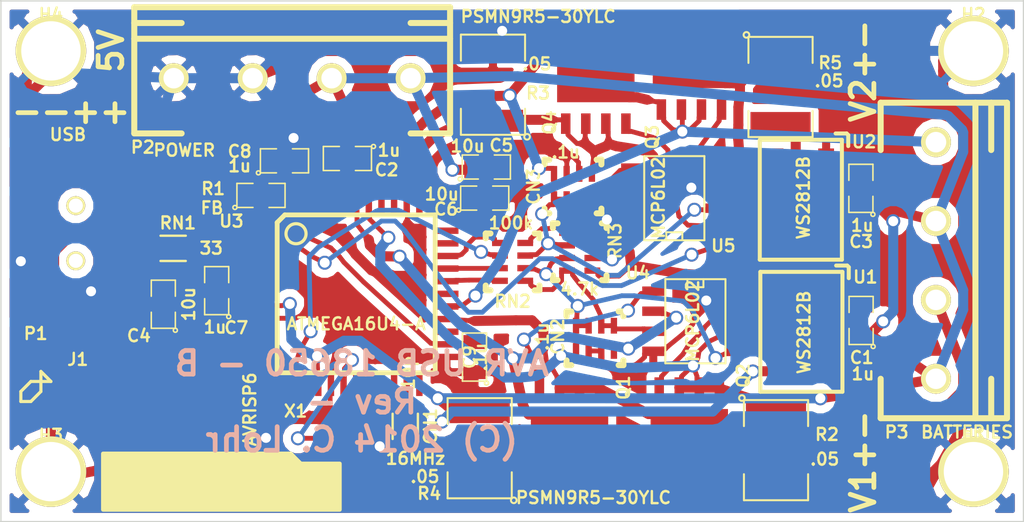
<source format=kicad_pcb>
(kicad_pcb (version 3) (host pcbnew "(2013-jul-07)-stable")

  (general
    (links 141)
    (no_connects 0)
    (area 125.434176 73.213308 191.0842 107.0356)
    (thickness 1.6)
    (drawings 17)
    (tracks 1318)
    (zones 0)
    (modules 38)
    (nets 36)
  )

  (page A3)
  (layers
    (15 F.Cu signal)
    (0 B.Cu signal)
    (16 B.Adhes user)
    (17 F.Adhes user)
    (18 B.Paste user)
    (19 F.Paste user)
    (20 B.SilkS user)
    (21 F.SilkS user)
    (22 B.Mask user)
    (23 F.Mask user)
    (24 Dwgs.User user)
    (25 Cmts.User user)
    (26 Eco1.User user)
    (27 Eco2.User user)
    (28 Edge.Cuts user)
  )

  (setup
    (last_trace_width 0.3048)
    (trace_clearance 0.254)
    (zone_clearance 0.508)
    (zone_45_only no)
    (trace_min 0.254)
    (segment_width 0.2)
    (edge_width 0.1)
    (via_size 0.889)
    (via_drill 0.635)
    (via_min_size 0.889)
    (via_min_drill 0.508)
    (uvia_size 0.508)
    (uvia_drill 0.127)
    (uvias_allowed no)
    (uvia_min_size 0.508)
    (uvia_min_drill 0.127)
    (pcb_text_width 0.3)
    (pcb_text_size 1.5 1.5)
    (mod_edge_width 0.15)
    (mod_text_size 0.762 0.762)
    (mod_text_width 0.1524)
    (pad_size 1.5 1.5)
    (pad_drill 0.6)
    (pad_to_mask_clearance 0.0508)
    (solder_mask_min_width 0.0508)
    (pad_to_paste_clearance -0.0254)
    (aux_axis_origin 0 0)
    (visible_elements FFFFFFBF)
    (pcbplotparams
      (layerselection 284196865)
      (usegerberextensions true)
      (excludeedgelayer false)
      (linewidth 0.150000)
      (plotframeref false)
      (viasonmask false)
      (mode 1)
      (useauxorigin false)
      (hpglpennumber 1)
      (hpglpenspeed 20)
      (hpglpendiameter 15)
      (hpglpenoverlay 2)
      (psnegative false)
      (psa4output false)
      (plotreference true)
      (plotvalue true)
      (plotothertext true)
      (plotinvisibletext false)
      (padsonsilk false)
      (subtractmaskfromsilk false)
      (outputformat 1)
      (mirror false)
      (drillshape 0)
      (scaleselection 1)
      (outputdirectory avr_usb_18650_rev-))
  )

  (net 0 "")
  (net 1 +5V)
  (net 2 GND)
  (net 3 ICHARGE1)
  (net 4 ICHARGE2)
  (net 5 IDRAIN1)
  (net 6 IDRAIN2)
  (net 7 MISO)
  (net 8 MOSI)
  (net 9 N-0000012)
  (net 10 N-0000016)
  (net 11 N-0000017)
  (net 12 N-0000018)
  (net 13 N-000002)
  (net 14 N-0000020)
  (net 15 N-0000024)
  (net 16 N-0000025)
  (net 17 N-0000026)
  (net 18 N-0000027)
  (net 19 N-0000029)
  (net 20 N-000003)
  (net 21 N-0000031)
  (net 22 N-000004)
  (net 23 N-0000041)
  (net 24 N-0000042)
  (net 25 N-0000043)
  (net 26 N-0000044)
  (net 27 N-0000045)
  (net 28 N-0000046)
  (net 29 N-000005)
  (net 30 N-000007)
  (net 31 N-000008)
  (net 32 SCK)
  (net 33 V1)
  (net 34 V2)
  (net 35 WS)

  (net_class Default "This is the default net class."
    (clearance 0.254)
    (trace_width 0.3048)
    (via_dia 0.889)
    (via_drill 0.635)
    (uvia_dia 0.508)
    (uvia_drill 0.127)
    (add_net "")
    (add_net MISO)
    (add_net MOSI)
    (add_net N-0000012)
    (add_net N-0000016)
    (add_net N-0000017)
    (add_net N-0000018)
    (add_net N-000002)
    (add_net N-0000020)
    (add_net N-0000024)
    (add_net N-0000025)
    (add_net N-0000026)
    (add_net N-0000027)
    (add_net N-0000029)
    (add_net N-000003)
    (add_net N-0000031)
    (add_net N-000004)
    (add_net N-0000041)
    (add_net N-0000042)
    (add_net N-0000043)
    (add_net N-0000044)
    (add_net N-0000045)
    (add_net N-0000046)
    (add_net N-000005)
    (add_net N-000007)
    (add_net N-000008)
    (add_net SCK)
    (add_net WS)
  )

  (net_class Power ""
    (clearance 0.2794)
    (trace_width 0.635)
    (via_dia 0.889)
    (via_drill 0.635)
    (uvia_dia 0.508)
    (uvia_drill 0.127)
    (add_net +5V)
    (add_net GND)
    (add_net ICHARGE1)
    (add_net ICHARGE2)
    (add_net IDRAIN1)
    (add_net IDRAIN2)
    (add_net V1)
    (add_net V2)
  )

  (module XTAL4P (layer F.Cu) (tedit 53CEEA3F) (tstamp 53CED778)
    (at 146.4847 99.9161)
    (path /53CC23E0)
    (fp_text reference X1 (at -2.0857 -0.2465) (layer F.SilkS)
      (effects (font (size 0.762 0.762) (thickness 0.1524)))
    )
    (fp_text value 16MHz (at 5.5089 2.7507) (layer F.SilkS)
      (effects (font (size 0.762 0.762) (thickness 0.1524)))
    )
    (pad 4 smd rect (at 0 0) (size 1.397 1.1938)
      (layers F.Cu F.Paste F.Mask)
      (net 2 GND)
    )
    (pad 1 smd rect (at 0 1.7018) (size 1.397 1.1938)
      (layers F.Cu F.Paste F.Mask)
      (net 12 N-0000018)
    )
    (pad 3 smd rect (at 2.286 1.7018) (size 1.397 1.1938)
      (layers F.Cu F.Paste F.Mask)
      (net 2 GND)
    )
    (pad 2 smd rect (at 2.286 0) (size 1.397 1.1938)
      (layers F.Cu F.Paste F.Mask)
      (net 11 N-0000017)
    )
  )

  (module WS2812B (layer F.Cu) (tedit 53CEE600) (tstamp 53CED787)
    (at 176.495 86.2709 90)
    (path /53CEC4BA)
    (fp_text reference U2 (at 3.6701 3.9085 180) (layer F.SilkS)
      (effects (font (size 0.762 0.762) (thickness 0.1524)))
    )
    (fp_text value WS2812B (at 0.1268 0.0604 90) (layer F.SilkS)
      (effects (font (size 0.762 0.762) (thickness 0.1524)))
    )
    (fp_line (start 4.09956 2.90068) (end 4.20116 2.79908) (layer F.SilkS) (width 0.254))
    (fp_line (start 4.20116 2.79908) (end 4.20116 2.10058) (layer F.SilkS) (width 0.254))
    (fp_line (start 3.40106 2.90068) (end 4.09956 2.90068) (layer F.SilkS) (width 0.254))
    (fp_line (start 3.79984 -2.70002) (end 3.79984 2.49936) (layer F.SilkS) (width 0.254))
    (fp_line (start 3.79984 2.49936) (end -3.79984 2.49936) (layer F.SilkS) (width 0.254))
    (fp_line (start -3.79984 2.49936) (end -3.79984 -2.70002) (layer F.SilkS) (width 0.254))
    (fp_line (start -3.79984 -2.70002) (end 3.79984 -2.70002) (layer F.SilkS) (width 0.254))
    (pad 1 smd rect (at -2.49936 -1.69926 90) (size 1.50114 1.00076)
      (layers F.Cu F.Paste F.Mask)
      (net 1 +5V)
    )
    (pad 2 smd rect (at -2.49936 1.50114 90) (size 1.50114 1.00076)
      (layers F.Cu F.Paste F.Mask)
      (net 13 N-000002)
    )
    (pad 3 smd rect (at 2.49936 1.50114 90) (size 1.50114 1.00076)
      (layers F.Cu F.Paste F.Mask)
      (net 2 GND)
    )
    (pad 4 smd rect (at 2.49936 -1.69926 90) (size 1.50114 1.00076)
      (layers F.Cu F.Paste F.Mask)
      (net 35 WS)
    )
  )

  (module WS2812B (layer F.Cu) (tedit 53CEE5FA) (tstamp 53CED796)
    (at 176.5294 94.6432 90)
    (path /53CEC4A1)
    (fp_text reference U1 (at 3.4699 3.9503 180) (layer F.SilkS)
      (effects (font (size 0.762 0.762) (thickness 0.1524)))
    )
    (fp_text value WS2812B (at -0.0353 0.0641 90) (layer F.SilkS)
      (effects (font (size 0.762 0.762) (thickness 0.1524)))
    )
    (fp_line (start 4.09956 2.90068) (end 4.20116 2.79908) (layer F.SilkS) (width 0.254))
    (fp_line (start 4.20116 2.79908) (end 4.20116 2.10058) (layer F.SilkS) (width 0.254))
    (fp_line (start 3.40106 2.90068) (end 4.09956 2.90068) (layer F.SilkS) (width 0.254))
    (fp_line (start 3.79984 -2.70002) (end 3.79984 2.49936) (layer F.SilkS) (width 0.254))
    (fp_line (start 3.79984 2.49936) (end -3.79984 2.49936) (layer F.SilkS) (width 0.254))
    (fp_line (start -3.79984 2.49936) (end -3.79984 -2.70002) (layer F.SilkS) (width 0.254))
    (fp_line (start -3.79984 -2.70002) (end 3.79984 -2.70002) (layer F.SilkS) (width 0.254))
    (pad 1 smd rect (at -2.49936 -1.69926 90) (size 1.50114 1.00076)
      (layers F.Cu F.Paste F.Mask)
      (net 1 +5V)
    )
    (pad 2 smd rect (at -2.49936 1.50114 90) (size 1.50114 1.00076)
      (layers F.Cu F.Paste F.Mask)
    )
    (pad 3 smd rect (at 2.49936 1.50114 90) (size 1.50114 1.00076)
      (layers F.Cu F.Paste F.Mask)
      (net 2 GND)
    )
    (pad 4 smd rect (at 2.49936 -1.69926 90) (size 1.50114 1.00076)
      (layers F.Cu F.Paste F.Mask)
      (net 13 N-000002)
    )
  )

  (module USB-MiniBBig (layer F.Cu) (tedit 53CEE690) (tstamp 53CED7A6)
    (at 130.5787 88.3929 270)
    (path /53CC1D30)
    (fp_text reference P1 (at 6.3618 2.6389 360) (layer F.SilkS)
      (effects (font (size 0.762 0.762) (thickness 0.1524)))
    )
    (fp_text value USB (at -6.25094 0.59944 360) (layer F.SilkS)
      (effects (font (size 0.762 0.762) (thickness 0.1524)))
    )
    (fp_text user H2959CT-ND (at 0.29972 0.55118 270) (layer F.SilkS) hide
      (effects (font (size 0.762 0.762) (thickness 0.1524)))
    )
    (pad 9 smd rect (at 4.09956 3.2004 270) (size 2.49936 2.19964)
      (layers F.Cu F.Paste F.Mask)
      (net 2 GND)
    )
    (pad 8 smd rect (at -4.20116 3.2004 270) (size 2.49936 2.19964)
      (layers F.Cu F.Paste F.Mask)
      (net 2 GND)
    )
    (pad 7 smd rect (at 4.2037 -2.10058 270) (size 2.49936 2.19964)
      (layers F.Cu F.Paste F.Mask)
      (net 2 GND)
    )
    (pad 4 smd rect (at 0.80264 -2.60096 270) (size 0.50038 1.24968)
      (layers F.Cu F.Paste F.Mask)
    )
    (pad 3 smd rect (at 0.00254 -2.60096 270) (size 0.50038 1.24968)
      (layers F.Cu F.Paste F.Mask)
      (net 16 N-0000025)
    )
    (pad 5 smd rect (at 1.60274 -2.60096 270) (size 0.50038 1.24968)
      (layers F.Cu F.Paste F.Mask)
      (net 2 GND)
    )
    (pad 2 smd rect (at -0.79756 -2.60096 270) (size 0.50038 1.24968)
      (layers F.Cu F.Paste F.Mask)
      (net 17 N-0000026)
    )
    (pad 1 smd rect (at -1.59766 -2.60096 270) (size 0.50038 1.24968)
      (layers F.Cu F.Paste F.Mask)
      (net 1 +5V)
    )
    (pad 6 smd rect (at -4.19862 -2.10058 270) (size 2.49936 2.19964)
      (layers F.Cu F.Paste F.Mask)
      (net 2 GND)
    )
    (pad "" thru_hole circle (at -1.75006 0.09906 270) (size 1.19888 1.19888) (drill 0.89916)
      (layers *.Cu *.Mask F.SilkS)
    )
    (pad "" thru_hole circle (at 1.75006 0.09906 270) (size 1.19888 1.19888) (drill 0.89916)
      (layers *.Cu *.Mask F.SilkS)
    )
  )

  (module TQFP44 (layer F.Cu) (tedit 53CEEC58) (tstamp 53CED7DC)
    (at 148.2363 92.2355)
    (path /53CEDE11)
    (attr smd)
    (fp_text reference U3 (at -7.9013 -4.6055) (layer F.SilkS)
      (effects (font (size 0.762 0.762) (thickness 0.1524)))
    )
    (fp_text value ATMEGA16U4-A (at 0 1.905) (layer F.SilkS)
      (effects (font (size 0.762 0.762) (thickness 0.1524)))
    )
    (fp_line (start 5.0038 -5.0038) (end 5.0038 5.0038) (layer F.SilkS) (width 0.3048))
    (fp_line (start 5.0038 5.0038) (end -5.0038 5.0038) (layer F.SilkS) (width 0.3048))
    (fp_line (start -5.0038 -4.5212) (end -5.0038 5.0038) (layer F.SilkS) (width 0.3048))
    (fp_line (start -4.5212 -5.0038) (end 5.0038 -5.0038) (layer F.SilkS) (width 0.3048))
    (fp_line (start -5.0038 -4.5212) (end -4.5212 -5.0038) (layer F.SilkS) (width 0.3048))
    (fp_circle (center -3.81 -3.81) (end -3.81 -3.175) (layer F.SilkS) (width 0.2032))
    (pad 39 smd rect (at 0 -5.715) (size 0.4064 1.524)
      (layers F.Cu F.Paste F.Mask)
      (net 5 IDRAIN1)
    )
    (pad 40 smd rect (at -0.8001 -5.715) (size 0.4064 1.524)
      (layers F.Cu F.Paste F.Mask)
      (net 1 +5V)
    )
    (pad 41 smd rect (at -1.6002 -5.715) (size 0.4064 1.524)
      (layers F.Cu F.Paste F.Mask)
      (net 2 GND)
    )
    (pad 42 smd rect (at -2.4003 -5.715) (size 0.4064 1.524)
      (layers F.Cu F.Paste F.Mask)
      (net 20 N-000003)
    )
    (pad 43 smd rect (at -3.2004 -5.715) (size 0.4064 1.524)
      (layers F.Cu F.Paste F.Mask)
      (net 2 GND)
    )
    (pad 44 smd rect (at -4.0005 -5.715) (size 0.4064 1.524)
      (layers F.Cu F.Paste F.Mask)
      (net 15 N-0000024)
    )
    (pad 38 smd rect (at 0.8001 -5.715) (size 0.4064 1.524)
      (layers F.Cu F.Paste F.Mask)
      (net 3 ICHARGE1)
    )
    (pad 37 smd rect (at 1.6002 -5.715) (size 0.4064 1.524)
      (layers F.Cu F.Paste F.Mask)
      (net 6 IDRAIN2)
    )
    (pad 36 smd rect (at 2.4003 -5.715) (size 0.4064 1.524)
      (layers F.Cu F.Paste F.Mask)
      (net 4 ICHARGE2)
    )
    (pad 35 smd rect (at 3.2004 -5.715) (size 0.4064 1.524)
      (layers F.Cu F.Paste F.Mask)
      (net 2 GND)
    )
    (pad 34 smd rect (at 4.0005 -5.715) (size 0.4064 1.524)
      (layers F.Cu F.Paste F.Mask)
      (net 1 +5V)
    )
    (pad 17 smd rect (at 0 5.715) (size 0.4064 1.524)
      (layers F.Cu F.Paste F.Mask)
      (net 11 N-0000017)
    )
    (pad 16 smd rect (at -0.8001 5.715) (size 0.4064 1.524)
      (layers F.Cu F.Paste F.Mask)
      (net 12 N-0000018)
    )
    (pad 15 smd rect (at -1.6002 5.715) (size 0.4064 1.524)
      (layers F.Cu F.Paste F.Mask)
      (net 2 GND)
    )
    (pad 14 smd rect (at -2.4003 5.715) (size 0.4064 1.524)
      (layers F.Cu F.Paste F.Mask)
      (net 1 +5V)
    )
    (pad 13 smd rect (at -3.2004 5.715) (size 0.4064 1.524)
      (layers F.Cu F.Paste F.Mask)
      (net 9 N-0000012)
    )
    (pad 12 smd rect (at -4.0005 5.715) (size 0.4064 1.524)
      (layers F.Cu F.Paste F.Mask)
      (net 23 N-0000041)
    )
    (pad 18 smd rect (at 0.8001 5.715) (size 0.4064 1.524)
      (layers F.Cu F.Paste F.Mask)
    )
    (pad 19 smd rect (at 1.6002 5.715) (size 0.4064 1.524)
      (layers F.Cu F.Paste F.Mask)
    )
    (pad 20 smd rect (at 2.4003 5.715) (size 0.4064 1.524)
      (layers F.Cu F.Paste F.Mask)
    )
    (pad 21 smd rect (at 3.2004 5.715) (size 0.4064 1.524)
      (layers F.Cu F.Paste F.Mask)
    )
    (pad 22 smd rect (at 4.0005 5.715) (size 0.4064 1.524)
      (layers F.Cu F.Paste F.Mask)
    )
    (pad 6 smd rect (at -5.715 0) (size 1.524 0.4064)
      (layers F.Cu F.Paste F.Mask)
      (net 22 N-000004)
    )
    (pad 28 smd rect (at 5.715 0) (size 1.524 0.4064)
      (layers F.Cu F.Paste F.Mask)
    )
    (pad 7 smd rect (at -5.715 0.8001) (size 1.524 0.4064)
      (layers F.Cu F.Paste F.Mask)
      (net 1 +5V)
    )
    (pad 27 smd rect (at 5.715 0.8001) (size 1.524 0.4064)
      (layers F.Cu F.Paste F.Mask)
      (net 34 V2)
    )
    (pad 26 smd rect (at 5.715 1.6002) (size 1.524 0.4064)
      (layers F.Cu F.Paste F.Mask)
      (net 33 V1)
    )
    (pad 8 smd rect (at -5.715 1.6002) (size 1.524 0.4064)
      (layers F.Cu F.Paste F.Mask)
      (net 2 GND)
    )
    (pad 9 smd rect (at -5.715 2.4003) (size 1.524 0.4064)
      (layers F.Cu F.Paste F.Mask)
      (net 32 SCK)
    )
    (pad 25 smd rect (at 5.715 2.4003) (size 1.524 0.4064)
      (layers F.Cu F.Paste F.Mask)
    )
    (pad 24 smd rect (at 5.715 3.2004) (size 1.524 0.4064)
      (layers F.Cu F.Paste F.Mask)
      (net 15 N-0000024)
    )
    (pad 10 smd rect (at -5.715 3.2004) (size 1.524 0.4064)
      (layers F.Cu F.Paste F.Mask)
      (net 8 MOSI)
    )
    (pad 11 smd rect (at -5.715 4.0005) (size 1.524 0.4064)
      (layers F.Cu F.Paste F.Mask)
      (net 7 MISO)
    )
    (pad 23 smd rect (at 5.715 4.0005) (size 1.524 0.4064)
      (layers F.Cu F.Paste F.Mask)
      (net 2 GND)
    )
    (pad 29 smd rect (at 5.715 -0.8001) (size 1.524 0.4064)
      (layers F.Cu F.Paste F.Mask)
      (net 24 N-0000042)
    )
    (pad 5 smd rect (at -5.715 -0.8001) (size 1.524 0.4064)
      (layers F.Cu F.Paste F.Mask)
      (net 2 GND)
    )
    (pad 4 smd rect (at -5.715 -1.6002) (size 1.524 0.4064)
      (layers F.Cu F.Paste F.Mask)
      (net 10 N-0000016)
    )
    (pad 30 smd rect (at 5.715 -1.6002) (size 1.524 0.4064)
      (layers F.Cu F.Paste F.Mask)
      (net 19 N-0000029)
    )
    (pad 31 smd rect (at 5.715 -2.4003) (size 1.524 0.4064)
      (layers F.Cu F.Paste F.Mask)
      (net 21 N-0000031)
    )
    (pad 3 smd rect (at -5.715 -2.4003) (size 1.524 0.4064)
      (layers F.Cu F.Paste F.Mask)
      (net 18 N-0000027)
    )
    (pad 2 smd rect (at -5.715 -3.2004) (size 1.524 0.4064)
      (layers F.Cu F.Paste F.Mask)
      (net 1 +5V)
    )
    (pad 32 smd rect (at 5.715 -3.2004) (size 1.524 0.4064)
      (layers F.Cu F.Paste F.Mask)
    )
    (pad 33 smd rect (at 5.715 -4.0005) (size 1.524 0.4064)
      (layers F.Cu F.Paste F.Mask)
    )
    (pad 1 smd rect (at -5.715 -4.0005) (size 1.524 0.4064)
      (layers F.Cu F.Paste F.Mask)
      (net 35 WS)
    )
  )

  (module SO8E (layer F.Cu) (tedit 53CEE5E3) (tstamp 53CED7F0)
    (at 168.3805 86.1726 90)
    (descr "module CMS SOJ 8 pins etroit")
    (tags "CMS SOJ")
    (path /53CF0EC6)
    (attr smd)
    (fp_text reference U5 (at -3.0195 3.1076 180) (layer F.SilkS)
      (effects (font (size 0.762 0.762) (thickness 0.1524)))
    )
    (fp_text value MCP6L02 (at 0.0285 -1.0072 90) (layer F.SilkS)
      (effects (font (size 0.762 0.762) (thickness 0.1524)))
    )
    (fp_line (start -2.667 1.778) (end -2.667 1.905) (layer F.SilkS) (width 0.127))
    (fp_line (start -2.667 1.905) (end 2.667 1.905) (layer F.SilkS) (width 0.127))
    (fp_line (start 2.667 -1.905) (end -2.667 -1.905) (layer F.SilkS) (width 0.127))
    (fp_line (start -2.667 -1.905) (end -2.667 1.778) (layer F.SilkS) (width 0.127))
    (fp_line (start -2.667 -0.508) (end -2.159 -0.508) (layer F.SilkS) (width 0.127))
    (fp_line (start -2.159 -0.508) (end -2.159 0.508) (layer F.SilkS) (width 0.127))
    (fp_line (start -2.159 0.508) (end -2.667 0.508) (layer F.SilkS) (width 0.127))
    (fp_line (start 2.667 -1.905) (end 2.667 1.905) (layer F.SilkS) (width 0.127))
    (pad 8 smd rect (at -1.905 -2.667 90) (size 0.59944 1.39954)
      (layers F.Cu F.Paste F.Mask)
      (net 1 +5V)
    )
    (pad 1 smd rect (at -1.905 2.667 90) (size 0.59944 1.39954)
      (layers F.Cu F.Paste F.Mask)
      (net 31 N-000008)
    )
    (pad 7 smd rect (at -0.635 -2.667 90) (size 0.59944 1.39954)
      (layers F.Cu F.Paste F.Mask)
      (net 30 N-000007)
    )
    (pad 6 smd rect (at 0.635 -2.667 90) (size 0.59944 1.39954)
      (layers F.Cu F.Paste F.Mask)
      (net 4 ICHARGE2)
    )
    (pad 5 smd rect (at 1.905 -2.667 90) (size 0.59944 1.39954)
      (layers F.Cu F.Paste F.Mask)
      (net 28 N-0000046)
    )
    (pad 2 smd rect (at -0.635 2.667 90) (size 0.59944 1.39954)
      (layers F.Cu F.Paste F.Mask)
      (net 27 N-0000045)
    )
    (pad 3 smd rect (at 0.635 2.667 90) (size 0.59944 1.39954)
      (layers F.Cu F.Paste F.Mask)
      (net 6 IDRAIN2)
    )
    (pad 4 smd rect (at 1.905 2.667 90) (size 0.59944 1.39954)
      (layers F.Cu F.Paste F.Mask)
      (net 2 GND)
    )
    (model smd/cms_so8.wrl
      (at (xyz 0 0 0))
      (scale (xyz 0.5 0.32 0.5))
      (rotate (xyz 0 0 0))
    )
  )

  (module SO8E (layer F.Cu) (tedit 53CEE5E7) (tstamp 53CED804)
    (at 169.7168 93.9725 270)
    (descr "module CMS SOJ 8 pins etroit")
    (tags "CMS SOJ")
    (path /53CE9A1B)
    (attr smd)
    (fp_text reference U4 (at -3.0659 3.6389 360) (layer F.SilkS)
      (effects (font (size 0.762 0.762) (thickness 0.1524)))
    )
    (fp_text value MCP6L02 (at -0.0179 0.1718 270) (layer F.SilkS)
      (effects (font (size 0.762 0.762) (thickness 0.1524)))
    )
    (fp_line (start -2.667 1.778) (end -2.667 1.905) (layer F.SilkS) (width 0.127))
    (fp_line (start -2.667 1.905) (end 2.667 1.905) (layer F.SilkS) (width 0.127))
    (fp_line (start 2.667 -1.905) (end -2.667 -1.905) (layer F.SilkS) (width 0.127))
    (fp_line (start -2.667 -1.905) (end -2.667 1.778) (layer F.SilkS) (width 0.127))
    (fp_line (start -2.667 -0.508) (end -2.159 -0.508) (layer F.SilkS) (width 0.127))
    (fp_line (start -2.159 -0.508) (end -2.159 0.508) (layer F.SilkS) (width 0.127))
    (fp_line (start -2.159 0.508) (end -2.667 0.508) (layer F.SilkS) (width 0.127))
    (fp_line (start 2.667 -1.905) (end 2.667 1.905) (layer F.SilkS) (width 0.127))
    (pad 8 smd rect (at -1.905 -2.667 270) (size 0.59944 1.39954)
      (layers F.Cu F.Paste F.Mask)
      (net 1 +5V)
    )
    (pad 1 smd rect (at -1.905 2.667 270) (size 0.59944 1.39954)
      (layers F.Cu F.Paste F.Mask)
      (net 29 N-000005)
    )
    (pad 7 smd rect (at -0.635 -2.667 270) (size 0.59944 1.39954)
      (layers F.Cu F.Paste F.Mask)
      (net 14 N-0000020)
    )
    (pad 6 smd rect (at 0.635 -2.667 270) (size 0.59944 1.39954)
      (layers F.Cu F.Paste F.Mask)
      (net 3 ICHARGE1)
    )
    (pad 5 smd rect (at 1.905 -2.667 270) (size 0.59944 1.39954)
      (layers F.Cu F.Paste F.Mask)
      (net 25 N-0000043)
    )
    (pad 2 smd rect (at -0.635 2.667 270) (size 0.59944 1.39954)
      (layers F.Cu F.Paste F.Mask)
      (net 5 IDRAIN1)
    )
    (pad 3 smd rect (at 0.635 2.667 270) (size 0.59944 1.39954)
      (layers F.Cu F.Paste F.Mask)
      (net 26 N-0000044)
    )
    (pad 4 smd rect (at 1.905 2.667 270) (size 0.59944 1.39954)
      (layers F.Cu F.Paste F.Mask)
      (net 2 GND)
    )
    (model smd/cms_so8.wrl
      (at (xyz 0 0 0))
      (scale (xyz 0.5 0.32 0.5))
      (rotate (xyz 0 0 0))
    )
  )

  (module SM0805 (layer F.Cu) (tedit 53CEE72D) (tstamp 53CED811)
    (at 156.4773 84.1969)
    (path /53CEE48F)
    (attr smd)
    (fp_text reference C5 (at 0.9519 -1.3675) (layer F.SilkS)
      (effects (font (size 0.762 0.762) (thickness 0.1524)))
    )
    (fp_text value 10u (at -1.1817 -1.3294) (layer F.SilkS)
      (effects (font (size 0.762 0.762) (thickness 0.1524)))
    )
    (fp_circle (center -1.651 0.762) (end -1.651 0.635) (layer F.SilkS) (width 0.09906))
    (fp_line (start -0.508 0.762) (end -1.524 0.762) (layer F.SilkS) (width 0.09906))
    (fp_line (start -1.524 0.762) (end -1.524 -0.762) (layer F.SilkS) (width 0.09906))
    (fp_line (start -1.524 -0.762) (end -0.508 -0.762) (layer F.SilkS) (width 0.09906))
    (fp_line (start 0.508 -0.762) (end 1.524 -0.762) (layer F.SilkS) (width 0.09906))
    (fp_line (start 1.524 -0.762) (end 1.524 0.762) (layer F.SilkS) (width 0.09906))
    (fp_line (start 1.524 0.762) (end 0.508 0.762) (layer F.SilkS) (width 0.09906))
    (pad 1 smd rect (at -0.9525 0) (size 0.889 1.397)
      (layers F.Cu F.Paste F.Mask)
      (net 1 +5V)
    )
    (pad 2 smd rect (at 0.9525 0) (size 0.889 1.397)
      (layers F.Cu F.Paste F.Mask)
      (net 2 GND)
    )
    (model smd/chip_cms.wrl
      (at (xyz 0 0 0))
      (scale (xyz 0.1 0.1 0.1))
      (rotate (xyz 0 0 0))
    )
  )

  (module SM0805 (layer F.Cu) (tedit 53CEE726) (tstamp 53CED81E)
    (at 156.3754 86.1671)
    (path /53CEE495)
    (attr smd)
    (fp_text reference C6 (at -2.4514 0.7009) (layer F.SilkS)
      (effects (font (size 0.762 0.762) (thickness 0.1524)))
    )
    (fp_text value 10u (at -2.7181 -0.2516) (layer F.SilkS)
      (effects (font (size 0.762 0.762) (thickness 0.1524)))
    )
    (fp_circle (center -1.651 0.762) (end -1.651 0.635) (layer F.SilkS) (width 0.09906))
    (fp_line (start -0.508 0.762) (end -1.524 0.762) (layer F.SilkS) (width 0.09906))
    (fp_line (start -1.524 0.762) (end -1.524 -0.762) (layer F.SilkS) (width 0.09906))
    (fp_line (start -1.524 -0.762) (end -0.508 -0.762) (layer F.SilkS) (width 0.09906))
    (fp_line (start 0.508 -0.762) (end 1.524 -0.762) (layer F.SilkS) (width 0.09906))
    (fp_line (start 1.524 -0.762) (end 1.524 0.762) (layer F.SilkS) (width 0.09906))
    (fp_line (start 1.524 0.762) (end 0.508 0.762) (layer F.SilkS) (width 0.09906))
    (pad 1 smd rect (at -0.9525 0) (size 0.889 1.397)
      (layers F.Cu F.Paste F.Mask)
      (net 1 +5V)
    )
    (pad 2 smd rect (at 0.9525 0) (size 0.889 1.397)
      (layers F.Cu F.Paste F.Mask)
      (net 2 GND)
    )
    (model smd/chip_cms.wrl
      (at (xyz 0 0 0))
      (scale (xyz 0.1 0.1 0.1))
      (rotate (xyz 0 0 0))
    )
  )

  (module SM0805 (layer F.Cu) (tedit 53CEE747) (tstamp 53CED82B)
    (at 143.6944 83.8041)
    (path /53CEE3CD)
    (attr smd)
    (fp_text reference C8 (at -2.8387 -0.5937) (layer F.SilkS)
      (effects (font (size 0.762 0.762) (thickness 0.1524)))
    )
    (fp_text value 1u (at -2.8387 0.3207) (layer F.SilkS)
      (effects (font (size 0.762 0.762) (thickness 0.1524)))
    )
    (fp_circle (center -1.651 0.762) (end -1.651 0.635) (layer F.SilkS) (width 0.09906))
    (fp_line (start -0.508 0.762) (end -1.524 0.762) (layer F.SilkS) (width 0.09906))
    (fp_line (start -1.524 0.762) (end -1.524 -0.762) (layer F.SilkS) (width 0.09906))
    (fp_line (start -1.524 -0.762) (end -0.508 -0.762) (layer F.SilkS) (width 0.09906))
    (fp_line (start 0.508 -0.762) (end 1.524 -0.762) (layer F.SilkS) (width 0.09906))
    (fp_line (start 1.524 -0.762) (end 1.524 0.762) (layer F.SilkS) (width 0.09906))
    (fp_line (start 1.524 0.762) (end 0.508 0.762) (layer F.SilkS) (width 0.09906))
    (pad 1 smd rect (at -0.9525 0) (size 0.889 1.397)
      (layers F.Cu F.Paste F.Mask)
      (net 20 N-000003)
    )
    (pad 2 smd rect (at 0.9525 0) (size 0.889 1.397)
      (layers F.Cu F.Paste F.Mask)
      (net 2 GND)
    )
    (model smd/chip_cms.wrl
      (at (xyz 0 0 0))
      (scale (xyz 0.1 0.1 0.1))
      (rotate (xyz 0 0 0))
    )
  )

  (module SM0805 (layer F.Cu) (tedit 53CEE741) (tstamp 53CED838)
    (at 142.2078 85.9976)
    (path /53CF3D96)
    (attr smd)
    (fp_text reference R1 (at -3.0285 -0.425) (layer F.SilkS)
      (effects (font (size 0.762 0.762) (thickness 0.1524)))
    )
    (fp_text value FB (at -3.1047 0.7942) (layer F.SilkS)
      (effects (font (size 0.762 0.762) (thickness 0.1524)))
    )
    (fp_circle (center -1.651 0.762) (end -1.651 0.635) (layer F.SilkS) (width 0.09906))
    (fp_line (start -0.508 0.762) (end -1.524 0.762) (layer F.SilkS) (width 0.09906))
    (fp_line (start -1.524 0.762) (end -1.524 -0.762) (layer F.SilkS) (width 0.09906))
    (fp_line (start -1.524 -0.762) (end -0.508 -0.762) (layer F.SilkS) (width 0.09906))
    (fp_line (start 0.508 -0.762) (end 1.524 -0.762) (layer F.SilkS) (width 0.09906))
    (fp_line (start 1.524 -0.762) (end 1.524 0.762) (layer F.SilkS) (width 0.09906))
    (fp_line (start 1.524 0.762) (end 0.508 0.762) (layer F.SilkS) (width 0.09906))
    (pad 1 smd rect (at -0.9525 0) (size 0.889 1.397)
      (layers F.Cu F.Paste F.Mask)
      (net 1 +5V)
    )
    (pad 2 smd rect (at 0.9525 0) (size 0.889 1.397)
      (layers F.Cu F.Paste F.Mask)
      (net 15 N-0000024)
    )
    (model smd/chip_cms.wrl
      (at (xyz 0 0 0))
      (scale (xyz 0.1 0.1 0.1))
      (rotate (xyz 0 0 0))
    )
  )

  (module SM0805 (layer F.Cu) (tedit 53CEE966) (tstamp 53CED845)
    (at 139.4017 92.0337 90)
    (path /53CC21F1)
    (attr smd)
    (fp_text reference C7 (at -2.35524 1.24572 180) (layer F.SilkS)
      (effects (font (size 0.762 0.762) (thickness 0.1524)))
    )
    (fp_text value 1u (at -2.30952 -0.10302 180) (layer F.SilkS)
      (effects (font (size 0.762 0.762) (thickness 0.1524)))
    )
    (fp_circle (center -1.651 0.762) (end -1.651 0.635) (layer F.SilkS) (width 0.09906))
    (fp_line (start -0.508 0.762) (end -1.524 0.762) (layer F.SilkS) (width 0.09906))
    (fp_line (start -1.524 0.762) (end -1.524 -0.762) (layer F.SilkS) (width 0.09906))
    (fp_line (start -1.524 -0.762) (end -0.508 -0.762) (layer F.SilkS) (width 0.09906))
    (fp_line (start 0.508 -0.762) (end 1.524 -0.762) (layer F.SilkS) (width 0.09906))
    (fp_line (start 1.524 -0.762) (end 1.524 0.762) (layer F.SilkS) (width 0.09906))
    (fp_line (start 1.524 0.762) (end 0.508 0.762) (layer F.SilkS) (width 0.09906))
    (pad 1 smd rect (at -0.9525 0 90) (size 0.889 1.397)
      (layers F.Cu F.Paste F.Mask)
      (net 22 N-000004)
    )
    (pad 2 smd rect (at 0.9525 0 90) (size 0.889 1.397)
      (layers F.Cu F.Paste F.Mask)
      (net 2 GND)
    )
    (model smd/chip_cms.wrl
      (at (xyz 0 0 0))
      (scale (xyz 0.1 0.1 0.1))
      (rotate (xyz 0 0 0))
    )
  )

  (module SM0805 (layer F.Cu) (tedit 53CEE978) (tstamp 53CED852)
    (at 147.6801 83.6565 180)
    (path /53CEEC01)
    (attr smd)
    (fp_text reference C2 (at -2.4847 -0.7223 180) (layer F.SilkS)
      (effects (font (size 0.762 0.762) (thickness 0.1524)))
    )
    (fp_text value 1u (at -2.6371 0.5223 180) (layer F.SilkS)
      (effects (font (size 0.762 0.762) (thickness 0.1524)))
    )
    (fp_circle (center -1.651 0.762) (end -1.651 0.635) (layer F.SilkS) (width 0.09906))
    (fp_line (start -0.508 0.762) (end -1.524 0.762) (layer F.SilkS) (width 0.09906))
    (fp_line (start -1.524 0.762) (end -1.524 -0.762) (layer F.SilkS) (width 0.09906))
    (fp_line (start -1.524 -0.762) (end -0.508 -0.762) (layer F.SilkS) (width 0.09906))
    (fp_line (start 0.508 -0.762) (end 1.524 -0.762) (layer F.SilkS) (width 0.09906))
    (fp_line (start 1.524 -0.762) (end 1.524 0.762) (layer F.SilkS) (width 0.09906))
    (fp_line (start 1.524 0.762) (end 0.508 0.762) (layer F.SilkS) (width 0.09906))
    (pad 1 smd rect (at -0.9525 0 180) (size 0.889 1.397)
      (layers F.Cu F.Paste F.Mask)
      (net 1 +5V)
    )
    (pad 2 smd rect (at 0.9525 0 180) (size 0.889 1.397)
      (layers F.Cu F.Paste F.Mask)
      (net 2 GND)
    )
    (model smd/chip_cms.wrl
      (at (xyz 0 0 0))
      (scale (xyz 0.1 0.1 0.1))
      (rotate (xyz 0 0 0))
    )
  )

  (module SM0805 (layer F.Cu) (tedit 53CEE607) (tstamp 53CED85F)
    (at 180.2112 93.9246 90)
    (path /53CEEC07)
    (attr smd)
    (fp_text reference C1 (at -2.3541 0.0399 180) (layer F.SilkS)
      (effects (font (size 0.762 0.762) (thickness 0.1524)))
    )
    (fp_text value 1u (at -3.3828 0.1161 180) (layer F.SilkS)
      (effects (font (size 0.762 0.762) (thickness 0.1524)))
    )
    (fp_circle (center -1.651 0.762) (end -1.651 0.635) (layer F.SilkS) (width 0.09906))
    (fp_line (start -0.508 0.762) (end -1.524 0.762) (layer F.SilkS) (width 0.09906))
    (fp_line (start -1.524 0.762) (end -1.524 -0.762) (layer F.SilkS) (width 0.09906))
    (fp_line (start -1.524 -0.762) (end -0.508 -0.762) (layer F.SilkS) (width 0.09906))
    (fp_line (start 0.508 -0.762) (end 1.524 -0.762) (layer F.SilkS) (width 0.09906))
    (fp_line (start 1.524 -0.762) (end 1.524 0.762) (layer F.SilkS) (width 0.09906))
    (fp_line (start 1.524 0.762) (end 0.508 0.762) (layer F.SilkS) (width 0.09906))
    (pad 1 smd rect (at -0.9525 0 90) (size 0.889 1.397)
      (layers F.Cu F.Paste F.Mask)
      (net 1 +5V)
    )
    (pad 2 smd rect (at 0.9525 0 90) (size 0.889 1.397)
      (layers F.Cu F.Paste F.Mask)
      (net 2 GND)
    )
    (model smd/chip_cms.wrl
      (at (xyz 0 0 0))
      (scale (xyz 0.1 0.1 0.1))
      (rotate (xyz 0 0 0))
    )
  )

  (module SM0805 (layer F.Cu) (tedit 5091495C) (tstamp 53CED86C)
    (at 155.7274 96.2448 90)
    (path /53CF38A9)
    (attr smd)
    (fp_text reference C9 (at 0 -0.3175 90) (layer F.SilkS)
      (effects (font (size 0.762 0.762) (thickness 0.1524)))
    )
    (fp_text value .1u (at 0 0.381 90) (layer F.SilkS)
      (effects (font (size 0.762 0.762) (thickness 0.1524)))
    )
    (fp_circle (center -1.651 0.762) (end -1.651 0.635) (layer F.SilkS) (width 0.09906))
    (fp_line (start -0.508 0.762) (end -1.524 0.762) (layer F.SilkS) (width 0.09906))
    (fp_line (start -1.524 0.762) (end -1.524 -0.762) (layer F.SilkS) (width 0.09906))
    (fp_line (start -1.524 -0.762) (end -0.508 -0.762) (layer F.SilkS) (width 0.09906))
    (fp_line (start 0.508 -0.762) (end 1.524 -0.762) (layer F.SilkS) (width 0.09906))
    (fp_line (start 1.524 -0.762) (end 1.524 0.762) (layer F.SilkS) (width 0.09906))
    (fp_line (start 1.524 0.762) (end 0.508 0.762) (layer F.SilkS) (width 0.09906))
    (pad 1 smd rect (at -0.9525 0 90) (size 0.889 1.397)
      (layers F.Cu F.Paste F.Mask)
      (net 2 GND)
    )
    (pad 2 smd rect (at 0.9525 0 90) (size 0.889 1.397)
      (layers F.Cu F.Paste F.Mask)
      (net 15 N-0000024)
    )
    (model smd/chip_cms.wrl
      (at (xyz 0 0 0))
      (scale (xyz 0.1 0.1 0.1))
      (rotate (xyz 0 0 0))
    )
  )

  (module SM0805 (layer F.Cu) (tedit 53CEE602) (tstamp 53CED879)
    (at 180.1975 85.5478 90)
    (path /53CC22A1)
    (attr smd)
    (fp_text reference C3 (at -3.3776 0.0155 180) (layer F.SilkS)
      (effects (font (size 0.762 0.762) (thickness 0.1524)))
    )
    (fp_text value 1u (at -2.3489 0.0917 180) (layer F.SilkS)
      (effects (font (size 0.762 0.762) (thickness 0.1524)))
    )
    (fp_circle (center -1.651 0.762) (end -1.651 0.635) (layer F.SilkS) (width 0.09906))
    (fp_line (start -0.508 0.762) (end -1.524 0.762) (layer F.SilkS) (width 0.09906))
    (fp_line (start -1.524 0.762) (end -1.524 -0.762) (layer F.SilkS) (width 0.09906))
    (fp_line (start -1.524 -0.762) (end -0.508 -0.762) (layer F.SilkS) (width 0.09906))
    (fp_line (start 0.508 -0.762) (end 1.524 -0.762) (layer F.SilkS) (width 0.09906))
    (fp_line (start 1.524 -0.762) (end 1.524 0.762) (layer F.SilkS) (width 0.09906))
    (fp_line (start 1.524 0.762) (end 0.508 0.762) (layer F.SilkS) (width 0.09906))
    (pad 1 smd rect (at -0.9525 0 90) (size 0.889 1.397)
      (layers F.Cu F.Paste F.Mask)
      (net 1 +5V)
    )
    (pad 2 smd rect (at 0.9525 0 90) (size 0.889 1.397)
      (layers F.Cu F.Paste F.Mask)
      (net 2 GND)
    )
    (model smd/chip_cms.wrl
      (at (xyz 0 0 0))
      (scale (xyz 0.1 0.1 0.1))
      (rotate (xyz 0 0 0))
    )
  )

  (module SM0805 (layer F.Cu) (tedit 53CEE95C) (tstamp 53CED886)
    (at 136.0224 92.8944 90)
    (path /53CC22FA)
    (attr smd)
    (fp_text reference C4 (at -1.99746 -1.54718 180) (layer F.SilkS)
      (effects (font (size 0.762 0.762) (thickness 0.1524)))
    )
    (fp_text value 10u (at 0.00152 1.6075 90) (layer F.SilkS)
      (effects (font (size 0.762 0.762) (thickness 0.1524)))
    )
    (fp_circle (center -1.651 0.762) (end -1.651 0.635) (layer F.SilkS) (width 0.09906))
    (fp_line (start -0.508 0.762) (end -1.524 0.762) (layer F.SilkS) (width 0.09906))
    (fp_line (start -1.524 0.762) (end -1.524 -0.762) (layer F.SilkS) (width 0.09906))
    (fp_line (start -1.524 -0.762) (end -0.508 -0.762) (layer F.SilkS) (width 0.09906))
    (fp_line (start 0.508 -0.762) (end 1.524 -0.762) (layer F.SilkS) (width 0.09906))
    (fp_line (start 1.524 -0.762) (end 1.524 0.762) (layer F.SilkS) (width 0.09906))
    (fp_line (start 1.524 0.762) (end 0.508 0.762) (layer F.SilkS) (width 0.09906))
    (pad 1 smd rect (at -0.9525 0 90) (size 0.889 1.397)
      (layers F.Cu F.Paste F.Mask)
      (net 1 +5V)
    )
    (pad 2 smd rect (at 0.9525 0 90) (size 0.889 1.397)
      (layers F.Cu F.Paste F.Mask)
      (net 2 GND)
    )
    (model smd/chip_cms.wrl
      (at (xyz 0 0 0))
      (scale (xyz 0.1 0.1 0.1))
      (rotate (xyz 0 0 0))
    )
  )

  (module RIBBON6SMT (layer F.Cu) (tedit 53CEEA73) (tstamp 53CED890)
    (at 138.7361 96.0813 270)
    (path /53CC269E)
    (fp_text reference J1 (at 0.3117 8.1293 360) (layer F.SilkS)
      (effects (font (size 0.762 0.762) (thickness 0.1524)))
    )
    (fp_text value AVRISP6 (at 3.474 -2.7673 270) (layer F.SilkS)
      (effects (font (size 0.762 0.762) (thickness 0.1524)))
    )
    (pad 2 smd rect (at 0 0 270) (size 0.9652 3.0226)
      (layers F.Cu F.Paste F.Mask)
      (net 1 +5V)
    )
    (pad 4 smd rect (at 2.54 0 270) (size 0.9652 3.0226)
      (layers F.Cu F.Paste F.Mask)
      (net 8 MOSI)
    )
    (pad 6 smd rect (at 5.08 0 270) (size 0.9652 3.0226)
      (layers F.Cu F.Paste F.Mask)
      (net 2 GND)
    )
    (pad 1 smd rect (at 0 5.5372 270) (size 0.9652 3.0226)
      (layers F.Cu F.Paste F.Mask)
      (net 7 MISO)
    )
    (pad 3 smd rect (at 2.54 5.5372 270) (size 0.9652 3.0226)
      (layers F.Cu F.Paste F.Mask)
      (net 32 SCK)
    )
    (pad 5 smd rect (at 5.08 5.5372 270) (size 0.9652 3.0226)
      (layers F.Cu F.Paste F.Mask)
      (net 9 N-0000012)
    )
  )

  (module PHOENIX1935187 (layer F.Cu) (tedit 53CEE738) (tstamp 53CED8A0)
    (at 144.1825 78.5671 180)
    (path /53CEFE26)
    (fp_text reference P2 (at 9.4609 -4.3766 180) (layer F.SilkS)
      (effects (font (size 0.762 0.762) (thickness 0.1524)))
    )
    (fp_text value POWER (at 6.832 -4.5671 180) (layer F.SilkS)
      (effects (font (size 0.762 0.762) (thickness 0.1524)))
    )
    (fp_line (start -10 -3.5) (end -10 4.5) (layer F.SilkS) (width 0.381))
    (fp_line (start 10 -3.5) (end 10 4.5) (layer F.SilkS) (width 0.381))
    (fp_line (start 10 4.5) (end -10 4.5) (layer F.SilkS) (width 0.381))
    (fp_line (start -10 2.5) (end 10 2.5) (layer F.SilkS) (width 0.381))
    (fp_line (start 7 -3.5) (end 10 -3.5) (layer F.SilkS) (width 0.381))
    (fp_line (start 10 3.5) (end 7 3.5) (layer F.SilkS) (width 0.381))
    (fp_line (start -7.5 -3.5) (end -10 -3.5) (layer F.SilkS) (width 0.381))
    (fp_line (start -10 3.5) (end -7.5 3.5) (layer F.SilkS) (width 0.381))
    (pad 1 thru_hole circle (at -7.5 0 180) (size 1.9 1.9) (drill 1.3)
      (layers *.Cu *.Mask F.SilkS)
      (net 1 +5V)
    )
    (pad 2 thru_hole circle (at -2.5 0 180) (size 1.9 1.9) (drill 1.3)
      (layers *.Cu *.Mask F.SilkS)
      (net 1 +5V)
    )
    (pad 3 thru_hole circle (at 2.5 0 180) (size 1.9 1.9) (drill 1.3)
      (layers *.Cu *.Mask F.SilkS)
      (net 2 GND)
    )
    (pad 4 thru_hole circle (at 7.5 0 180) (size 1.9 1.9) (drill 1.3)
      (layers *.Cu *.Mask F.SilkS)
      (net 2 GND)
    )
  )

  (module PHOENIX1935187 (layer F.Cu) (tedit 53CEE5F6) (tstamp 53CED8B0)
    (at 184.9503 90.1198 90)
    (path /53CEF7D3)
    (fp_text reference P3 (at -10.8833 -2.4894 180) (layer F.SilkS)
      (effects (font (size 0.762 0.762) (thickness 0.1524)))
    )
    (fp_text value BATTERIES (at -10.8833 1.9683 180) (layer F.SilkS)
      (effects (font (size 0.762 0.762) (thickness 0.1524)))
    )
    (fp_line (start -10 -3.5) (end -10 4.5) (layer F.SilkS) (width 0.381))
    (fp_line (start 10 -3.5) (end 10 4.5) (layer F.SilkS) (width 0.381))
    (fp_line (start 10 4.5) (end -10 4.5) (layer F.SilkS) (width 0.381))
    (fp_line (start -10 2.5) (end 10 2.5) (layer F.SilkS) (width 0.381))
    (fp_line (start 7 -3.5) (end 10 -3.5) (layer F.SilkS) (width 0.381))
    (fp_line (start 10 3.5) (end 7 3.5) (layer F.SilkS) (width 0.381))
    (fp_line (start -7.5 -3.5) (end -10 -3.5) (layer F.SilkS) (width 0.381))
    (fp_line (start -10 3.5) (end -7.5 3.5) (layer F.SilkS) (width 0.381))
    (pad 1 thru_hole circle (at -7.5 0 90) (size 1.9 1.9) (drill 1.3)
      (layers *.Cu *.Mask F.SilkS)
      (net 1 +5V)
    )
    (pad 2 thru_hole circle (at -2.5 0 90) (size 1.9 1.9) (drill 1.3)
      (layers *.Cu *.Mask F.SilkS)
      (net 33 V1)
    )
    (pad 3 thru_hole circle (at 2.5 0 90) (size 1.9 1.9) (drill 1.3)
      (layers *.Cu *.Mask F.SilkS)
      (net 1 +5V)
    )
    (pad 4 thru_hole circle (at 7.5 0 90) (size 1.9 1.9) (drill 1.3)
      (layers *.Cu *.Mask F.SilkS)
      (net 34 V2)
    )
  )

  (module NETWORK1206 (layer F.Cu) (tedit 53CEE71B) (tstamp 53CED8C4)
    (at 158.1407 90.209 270)
    (path /53CF0EB3)
    (fp_text reference RN2 (at 2.5 0 360) (layer F.SilkS)
      (effects (font (size 0.762 0.762) (thickness 0.1524)))
    )
    (fp_text value 100k (at -2.4647 0.1019 360) (layer F.SilkS)
      (effects (font (size 0.762 0.762) (thickness 0.1524)))
    )
    (fp_line (start 1.8 1.4) (end 1.8 1.7) (layer F.SilkS) (width 0.381))
    (fp_line (start 1.8 1.7) (end 1.5 1.7) (layer F.SilkS) (width 0.381))
    (fp_line (start -1.8 -1.4) (end -1.8 -1.7) (layer F.SilkS) (width 0.381))
    (fp_line (start -1.8 -1.7) (end -1.5 -1.7) (layer F.SilkS) (width 0.381))
    (fp_line (start 1.5 -1.7) (end 1.8 -1.7) (layer F.SilkS) (width 0.381))
    (fp_line (start 1.8 -1.7) (end 1.8 -1.4) (layer F.SilkS) (width 0.381))
    (fp_line (start -1.8 1.4) (end -1.8 1.7) (layer F.SilkS) (width 0.381))
    (fp_line (start -1.8 1.7) (end -1.5 1.7) (layer F.SilkS) (width 0.381))
    (pad 1 smd rect (at -1.2 0.8 270) (size 0.4 1)
      (layers F.Cu F.Paste F.Mask)
      (net 21 N-0000031)
    )
    (pad 2 smd rect (at -0.4 0.8 270) (size 0.4 1)
      (layers F.Cu F.Paste F.Mask)
      (net 23 N-0000041)
    )
    (pad 3 smd rect (at 0.4 0.8 270) (size 0.4 1)
      (layers F.Cu F.Paste F.Mask)
      (net 19 N-0000029)
    )
    (pad 4 smd rect (at 1.2 0.8 270) (size 0.4 1)
      (layers F.Cu F.Paste F.Mask)
      (net 24 N-0000042)
    )
    (pad 5 smd rect (at 1.2 -0.8 270) (size 0.4 1)
      (layers F.Cu F.Paste F.Mask)
      (net 26 N-0000044)
    )
    (pad 6 smd rect (at 0.4 -0.8 270) (size 0.4 1)
      (layers F.Cu F.Paste F.Mask)
      (net 25 N-0000043)
    )
    (pad 7 smd rect (at -0.4 -0.8 270) (size 0.4 1)
      (layers F.Cu F.Paste F.Mask)
      (net 27 N-0000045)
    )
    (pad 8 smd rect (at -1.2 -0.8 270) (size 0.4 1)
      (layers F.Cu F.Paste F.Mask)
      (net 28 N-0000046)
    )
  )

  (module NETWORK1206 (layer F.Cu) (tedit 53CEEA32) (tstamp 53CED8D8)
    (at 163.3571 95.0551)
    (path /53CECE58)
    (fp_text reference CN2 (at -2.3592 -0.1099 90) (layer F.SilkS)
      (effects (font (size 0.762 0.762) (thickness 0.1524)))
    )
    (fp_text value .1u (at -3.3371 -0.1099 90) (layer F.SilkS)
      (effects (font (size 0.762 0.762) (thickness 0.1524)))
    )
    (fp_line (start 1.8 1.4) (end 1.8 1.7) (layer F.SilkS) (width 0.381))
    (fp_line (start 1.8 1.7) (end 1.5 1.7) (layer F.SilkS) (width 0.381))
    (fp_line (start -1.8 -1.4) (end -1.8 -1.7) (layer F.SilkS) (width 0.381))
    (fp_line (start -1.8 -1.7) (end -1.5 -1.7) (layer F.SilkS) (width 0.381))
    (fp_line (start 1.5 -1.7) (end 1.8 -1.7) (layer F.SilkS) (width 0.381))
    (fp_line (start 1.8 -1.7) (end 1.8 -1.4) (layer F.SilkS) (width 0.381))
    (fp_line (start -1.8 1.4) (end -1.8 1.7) (layer F.SilkS) (width 0.381))
    (fp_line (start -1.8 1.7) (end -1.5 1.7) (layer F.SilkS) (width 0.381))
    (pad 1 smd rect (at -1.2 0.8) (size 0.4 1)
      (layers F.Cu F.Paste F.Mask)
      (net 3 ICHARGE1)
    )
    (pad 2 smd rect (at -0.4 0.8) (size 0.4 1)
      (layers F.Cu F.Paste F.Mask)
      (net 2 GND)
    )
    (pad 3 smd rect (at 0.4 0.8) (size 0.4 1)
      (layers F.Cu F.Paste F.Mask)
      (net 2 GND)
    )
    (pad 4 smd rect (at 1.2 0.8) (size 0.4 1)
      (layers F.Cu F.Paste F.Mask)
      (net 5 IDRAIN1)
    )
    (pad 5 smd rect (at 1.2 -0.8) (size 0.4 1)
      (layers F.Cu F.Paste F.Mask)
      (net 26 N-0000044)
    )
    (pad 6 smd rect (at 0.4 -0.8) (size 0.4 1)
      (layers F.Cu F.Paste F.Mask)
      (net 26 N-0000044)
    )
    (pad 7 smd rect (at -0.4 -0.8) (size 0.4 1)
      (layers F.Cu F.Paste F.Mask)
      (net 25 N-0000043)
    )
    (pad 8 smd rect (at -1.2 -0.8) (size 0.4 1)
      (layers F.Cu F.Paste F.Mask)
      (net 25 N-0000043)
    )
  )

  (module NETWORK1206 (layer F.Cu) (tedit 53CEEA25) (tstamp 53CED8EC)
    (at 161.9638 85.4314 180)
    (path /53CF0F08)
    (fp_text reference CN3 (at 2.5 0 270) (layer F.SilkS)
      (effects (font (size 0.762 0.762) (thickness 0.1524)))
    )
    (fp_text value .1u (at 0.4579 2.1829 180) (layer F.SilkS)
      (effects (font (size 0.762 0.762) (thickness 0.1524)))
    )
    (fp_line (start 1.8 1.4) (end 1.8 1.7) (layer F.SilkS) (width 0.381))
    (fp_line (start 1.8 1.7) (end 1.5 1.7) (layer F.SilkS) (width 0.381))
    (fp_line (start -1.8 -1.4) (end -1.8 -1.7) (layer F.SilkS) (width 0.381))
    (fp_line (start -1.8 -1.7) (end -1.5 -1.7) (layer F.SilkS) (width 0.381))
    (fp_line (start 1.5 -1.7) (end 1.8 -1.7) (layer F.SilkS) (width 0.381))
    (fp_line (start 1.8 -1.7) (end 1.8 -1.4) (layer F.SilkS) (width 0.381))
    (fp_line (start -1.8 1.4) (end -1.8 1.7) (layer F.SilkS) (width 0.381))
    (fp_line (start -1.8 1.7) (end -1.5 1.7) (layer F.SilkS) (width 0.381))
    (pad 1 smd rect (at -1.2 0.8 180) (size 0.4 1)
      (layers F.Cu F.Paste F.Mask)
      (net 4 ICHARGE2)
    )
    (pad 2 smd rect (at -0.4 0.8 180) (size 0.4 1)
      (layers F.Cu F.Paste F.Mask)
      (net 2 GND)
    )
    (pad 3 smd rect (at 0.4 0.8 180) (size 0.4 1)
      (layers F.Cu F.Paste F.Mask)
      (net 2 GND)
    )
    (pad 4 smd rect (at 1.2 0.8 180) (size 0.4 1)
      (layers F.Cu F.Paste F.Mask)
      (net 6 IDRAIN2)
    )
    (pad 5 smd rect (at 1.2 -0.8 180) (size 0.4 1)
      (layers F.Cu F.Paste F.Mask)
      (net 27 N-0000045)
    )
    (pad 6 smd rect (at 0.4 -0.8 180) (size 0.4 1)
      (layers F.Cu F.Paste F.Mask)
      (net 27 N-0000045)
    )
    (pad 7 smd rect (at -0.4 -0.8 180) (size 0.4 1)
      (layers F.Cu F.Paste F.Mask)
      (net 28 N-0000046)
    )
    (pad 8 smd rect (at -1.2 -0.8 180) (size 0.4 1)
      (layers F.Cu F.Paste F.Mask)
      (net 28 N-0000046)
    )
  )

  (module NETWORK1206 (layer F.Cu) (tedit 53CEEA2C) (tstamp 53CED900)
    (at 162.3909 89.564 90)
    (path /53CF1914)
    (fp_text reference RN3 (at 0.6767 2.2392 90) (layer F.SilkS)
      (effects (font (size 0.762 0.762) (thickness 0.1524)))
    )
    (fp_text value 4.7k (at -2.3713 -0.0087 180) (layer F.SilkS)
      (effects (font (size 0.762 0.762) (thickness 0.1524)))
    )
    (fp_line (start 1.8 1.4) (end 1.8 1.7) (layer F.SilkS) (width 0.381))
    (fp_line (start 1.8 1.7) (end 1.5 1.7) (layer F.SilkS) (width 0.381))
    (fp_line (start -1.8 -1.4) (end -1.8 -1.7) (layer F.SilkS) (width 0.381))
    (fp_line (start -1.8 -1.7) (end -1.5 -1.7) (layer F.SilkS) (width 0.381))
    (fp_line (start 1.5 -1.7) (end 1.8 -1.7) (layer F.SilkS) (width 0.381))
    (fp_line (start 1.8 -1.7) (end 1.8 -1.4) (layer F.SilkS) (width 0.381))
    (fp_line (start -1.8 1.4) (end -1.8 1.7) (layer F.SilkS) (width 0.381))
    (fp_line (start -1.8 1.7) (end -1.5 1.7) (layer F.SilkS) (width 0.381))
    (pad 1 smd rect (at -1.2 0.8 90) (size 0.4 1)
      (layers F.Cu F.Paste F.Mask)
      (net 1 +5V)
    )
    (pad 2 smd rect (at -0.4 0.8 90) (size 0.4 1)
      (layers F.Cu F.Paste F.Mask)
      (net 2 GND)
    )
    (pad 3 smd rect (at 0.4 0.8 90) (size 0.4 1)
      (layers F.Cu F.Paste F.Mask)
      (net 1 +5V)
    )
    (pad 4 smd rect (at 1.2 0.8 90) (size 0.4 1)
      (layers F.Cu F.Paste F.Mask)
      (net 2 GND)
    )
    (pad 5 smd rect (at 1.2 -0.8 90) (size 0.4 1)
      (layers F.Cu F.Paste F.Mask)
      (net 28 N-0000046)
    )
    (pad 6 smd rect (at 0.4 -0.8 90) (size 0.4 1)
      (layers F.Cu F.Paste F.Mask)
      (net 27 N-0000045)
    )
    (pad 7 smd rect (at -0.4 -0.8 90) (size 0.4 1)
      (layers F.Cu F.Paste F.Mask)
      (net 25 N-0000043)
    )
    (pad 8 smd rect (at -1.2 -0.8 90) (size 0.4 1)
      (layers F.Cu F.Paste F.Mask)
      (net 26 N-0000044)
    )
  )

  (module NETWORK0606 (layer F.Cu) (tedit 53CEE96E) (tstamp 53CED90A)
    (at 136.6454 89.3514 180)
    (path /53CC2176)
    (fp_text reference RN1 (at -0.29616 1.6071 180) (layer F.SilkS)
      (effects (font (size 0.762 0.762) (thickness 0.1524)))
    )
    (fp_text value 33 (at -2.41198 0.0069 180) (layer F.SilkS)
      (effects (font (size 0.762 0.762) (thickness 0.1524)))
    )
    (fp_line (start 0.8 -0.8) (end -0.8 -0.8) (layer F.SilkS) (width 0.15))
    (fp_line (start -0.8 0.8) (end 0.8 0.8) (layer F.SilkS) (width 0.15))
    (pad 1 smd rect (at -0.8 -0.4 180) (size 0.7 0.4)
      (layers F.Cu F.Paste F.Mask)
      (net 10 N-0000016)
    )
    (pad 2 smd rect (at 0.8 -0.4 180) (size 0.7 0.4)
      (layers F.Cu F.Paste F.Mask)
      (net 17 N-0000026)
    )
    (pad 3 smd rect (at -0.8 0.4 180) (size 0.7 0.4)
      (layers F.Cu F.Paste F.Mask)
      (net 18 N-0000027)
    )
    (pad 4 smd rect (at 0.8 0.4 180) (size 0.7 0.4)
      (layers F.Cu F.Paste F.Mask)
      (net 16 N-0000025)
    )
  )

  (module NETWORK0606 (layer F.Cu) (tedit 53BF23F4) (tstamp 53CED914)
    (at 151.3436 100.636 270)
    (path /53CC23B4)
    (fp_text reference CN1 (at 0 -1.6 270) (layer F.SilkS)
      (effects (font (size 0.762 0.762) (thickness 0.1524)))
    )
    (fp_text value 10p (at -3.4 -0.2 270) (layer F.SilkS)
      (effects (font (size 0.762 0.762) (thickness 0.1524)))
    )
    (fp_line (start 0.8 -0.8) (end -0.8 -0.8) (layer F.SilkS) (width 0.15))
    (fp_line (start -0.8 0.8) (end 0.8 0.8) (layer F.SilkS) (width 0.15))
    (pad 1 smd rect (at -0.8 -0.4 270) (size 0.7 0.4)
      (layers F.Cu F.Paste F.Mask)
      (net 12 N-0000018)
    )
    (pad 2 smd rect (at 0.8 -0.4 270) (size 0.7 0.4)
      (layers F.Cu F.Paste F.Mask)
      (net 2 GND)
    )
    (pad 3 smd rect (at -0.8 0.4 270) (size 0.7 0.4)
      (layers F.Cu F.Paste F.Mask)
      (net 11 N-0000017)
    )
    (pad 4 smd rect (at 0.8 0.4 270) (size 0.7 0.4)
      (layers F.Cu F.Paste F.Mask)
      (net 2 GND)
    )
  )

  (module MOSFET-LFPAK56 (layer F.Cu) (tedit 53CEEBA7) (tstamp 53CED91D)
    (at 169.4669 78.0133)
    (path /53CF0EE4)
    (fp_text reference Q3 (at -2.4746 4.2827 90) (layer F.SilkS)
      (effects (font (size 0.762 0.762) (thickness 0.1524)))
    )
    (fp_text value PSMN9R5-30YLC (at 7.7362 -2.9944) (layer F.SilkS) hide
      (effects (font (size 0.762 0.762) (thickness 0.1524)))
    )
    (pad 1 smd rect (at -1.905 2.54) (size 0.6 1.3)
      (layers F.Cu F.Paste F.Mask)
      (net 34 V2)
    )
    (pad 2 smd rect (at -0.635 2.54) (size 0.6 1.3)
      (layers F.Cu F.Paste F.Mask)
      (net 34 V2)
    )
    (pad 3 smd rect (at 0.635 2.54) (size 0.6 1.3)
      (layers F.Cu F.Paste F.Mask)
      (net 34 V2)
    )
    (pad 4 smd rect (at 1.905 2.54) (size 0.6 1.3)
      (layers F.Cu F.Paste F.Mask)
      (net 31 N-000008)
    )
    (pad 5 smd rect (at 0 -1.143) (size 4.9 4.65)
      (layers F.Cu F.Paste F.Mask)
      (net 6 IDRAIN2)
    )
  )

  (module MOSFET-LFPAK56 (layer F.Cu) (tedit 53CEEA65) (tstamp 53CED926)
    (at 163.4107 78.9084)
    (path /53CF0EC0)
    (fp_text reference Q4 (at -2.9335 2.4732 90) (layer F.SilkS)
      (effects (font (size 0.762 0.762) (thickness 0.1524)))
    )
    (fp_text value PSMN9R5-30YLC (at -3.64978 -4.25272) (layer F.SilkS)
      (effects (font (size 0.762 0.762) (thickness 0.1524)))
    )
    (pad 1 smd rect (at -1.905 2.54) (size 0.6 1.3)
      (layers F.Cu F.Paste F.Mask)
      (net 4 ICHARGE2)
    )
    (pad 2 smd rect (at -0.635 2.54) (size 0.6 1.3)
      (layers F.Cu F.Paste F.Mask)
      (net 4 ICHARGE2)
    )
    (pad 3 smd rect (at 0.635 2.54) (size 0.6 1.3)
      (layers F.Cu F.Paste F.Mask)
      (net 4 ICHARGE2)
    )
    (pad 4 smd rect (at 1.905 2.54) (size 0.6 1.3)
      (layers F.Cu F.Paste F.Mask)
      (net 30 N-000007)
    )
    (pad 5 smd rect (at 0 -1.143) (size 4.9 4.65)
      (layers F.Cu F.Paste F.Mask)
      (net 34 V2)
    )
  )

  (module MOSFET-LFPAK56 (layer F.Cu) (tedit 53CEEA53) (tstamp 53CED92F)
    (at 161.7468 100.7494 180)
    (path /53CEAA2D)
    (fp_text reference Q1 (at -3.4167 2.5657 270) (layer F.SilkS)
      (effects (font (size 0.762 0.762) (thickness 0.1524)))
    )
    (fp_text value PSMN9R5-30YLC (at -1.5117 -4.4066 180) (layer F.SilkS)
      (effects (font (size 0.762 0.762) (thickness 0.1524)))
    )
    (pad 1 smd rect (at -1.905 2.54 180) (size 0.6 1.3)
      (layers F.Cu F.Paste F.Mask)
      (net 33 V1)
    )
    (pad 2 smd rect (at -0.635 2.54 180) (size 0.6 1.3)
      (layers F.Cu F.Paste F.Mask)
      (net 33 V1)
    )
    (pad 3 smd rect (at 0.635 2.54 180) (size 0.6 1.3)
      (layers F.Cu F.Paste F.Mask)
      (net 33 V1)
    )
    (pad 4 smd rect (at 1.905 2.54 180) (size 0.6 1.3)
      (layers F.Cu F.Paste F.Mask)
      (net 29 N-000005)
    )
    (pad 5 smd rect (at 0 -1.143 180) (size 4.9 4.65)
      (layers F.Cu F.Paste F.Mask)
      (net 5 IDRAIN1)
    )
  )

  (module MOSFET-LFPAK56 (layer F.Cu) (tedit 53CEEA5A) (tstamp 53CED938)
    (at 169.3303 100.7185 180)
    (path /53CC2F21)
    (fp_text reference Q2 (at -3.4151 3.2968 270) (layer F.SilkS)
      (effects (font (size 0.762 0.762) (thickness 0.1524)))
    )
    (fp_text value PSMN9R5-30YLC (at -0.5 -2.7 180) (layer F.SilkS) hide
      (effects (font (size 0.762 0.762) (thickness 0.1524)))
    )
    (pad 1 smd rect (at -1.905 2.54 180) (size 0.6 1.3)
      (layers F.Cu F.Paste F.Mask)
      (net 3 ICHARGE1)
    )
    (pad 2 smd rect (at -0.635 2.54 180) (size 0.6 1.3)
      (layers F.Cu F.Paste F.Mask)
      (net 3 ICHARGE1)
    )
    (pad 3 smd rect (at 0.635 2.54 180) (size 0.6 1.3)
      (layers F.Cu F.Paste F.Mask)
      (net 3 ICHARGE1)
    )
    (pad 4 smd rect (at 1.905 2.54 180) (size 0.6 1.3)
      (layers F.Cu F.Paste F.Mask)
      (net 14 N-0000020)
    )
    (pad 5 smd rect (at 0 -1.143 180) (size 4.9 4.65)
      (layers F.Cu F.Paste F.Mask)
      (net 33 V1)
    )
  )

  (module 632HOLE (layer F.Cu) (tedit 53A9C0BE) (tstamp 53CED93E)
    (at 187.325 103.505)
    (descr Hole)
    (tags "DEV 6-32 HOLE")
    (path /53CED9A1)
    (fp_text reference H1 (at 0 -2.30124) (layer F.SilkS)
      (effects (font (size 0.762 0.762) (thickness 0.1524)))
    )
    (fp_text value ~ (at 0 2.794) (layer F.SilkS) hide
      (effects (font (size 0.762 0.762) (thickness 0.1524)))
    )
    (fp_circle (center 0 0) (end 1.69926 -0.09906) (layer F.SilkS) (width 0.381))
    (pad 1 thru_hole circle (at 0 0) (size 4.4704 4.4704) (drill 3.7592)
      (layers *.Cu *.Mask F.SilkS)
      (net 2 GND)
    )
  )

  (module 632HOLE (layer F.Cu) (tedit 53A9C0BE) (tstamp 53CED944)
    (at 187.325 76.835)
    (descr Hole)
    (tags "DEV 6-32 HOLE")
    (path /53CED9FF)
    (fp_text reference H2 (at 0 -2.30124) (layer F.SilkS)
      (effects (font (size 0.762 0.762) (thickness 0.1524)))
    )
    (fp_text value ~ (at 0 2.794) (layer F.SilkS) hide
      (effects (font (size 0.762 0.762) (thickness 0.1524)))
    )
    (fp_circle (center 0 0) (end 1.69926 -0.09906) (layer F.SilkS) (width 0.381))
    (pad 1 thru_hole circle (at 0 0) (size 4.4704 4.4704) (drill 3.7592)
      (layers *.Cu *.Mask F.SilkS)
      (net 2 GND)
    )
  )

  (module 632HOLE (layer F.Cu) (tedit 53A9C0BE) (tstamp 53CED94A)
    (at 128.905 103.505)
    (descr Hole)
    (tags "DEV 6-32 HOLE")
    (path /53CEDA05)
    (fp_text reference H3 (at 0 -2.30124) (layer F.SilkS)
      (effects (font (size 0.762 0.762) (thickness 0.1524)))
    )
    (fp_text value ~ (at 0 2.794) (layer F.SilkS) hide
      (effects (font (size 0.762 0.762) (thickness 0.1524)))
    )
    (fp_circle (center 0 0) (end 1.69926 -0.09906) (layer F.SilkS) (width 0.381))
    (pad 1 thru_hole circle (at 0 0) (size 4.4704 4.4704) (drill 3.7592)
      (layers *.Cu *.Mask F.SilkS)
      (net 2 GND)
    )
  )

  (module 632HOLE (layer F.Cu) (tedit 53A9C0BE) (tstamp 53CED950)
    (at 128.905 76.835)
    (descr Hole)
    (tags "DEV 6-32 HOLE")
    (path /53CEDA0B)
    (fp_text reference H4 (at 0 -2.30124) (layer F.SilkS)
      (effects (font (size 0.762 0.762) (thickness 0.1524)))
    )
    (fp_text value ~ (at 0 2.794) (layer F.SilkS) hide
      (effects (font (size 0.762 0.762) (thickness 0.1524)))
    )
    (fp_circle (center 0 0) (end 1.69926 -0.09906) (layer F.SilkS) (width 0.381))
    (pad 1 thru_hole circle (at 0 0) (size 4.4704 4.4704) (drill 3.7592)
      (layers *.Cu *.Mask F.SilkS)
      (net 2 GND)
    )
  )

  (module SM1812 (layer F.Cu) (tedit 53CEEA6E) (tstamp 53CEEA06)
    (at 174.8225 102.1432 270)
    (tags "CMS SM")
    (path /53CE9B4B)
    (attr smd)
    (fp_text reference R2 (at -0.99278 -3.22642 360) (layer F.SilkS)
      (effects (font (size 0.762 0.762) (thickness 0.1524)))
    )
    (fp_text value .05 (at 0.57186 -3.08418 360) (layer F.SilkS)
      (effects (font (size 0.762 0.762) (thickness 0.1524)))
    )
    (fp_circle (center -3.302 2.159) (end -3.175 2.032) (layer F.SilkS) (width 0.127))
    (fp_line (start 1.524 2.032) (end 3.175 2.032) (layer F.SilkS) (width 0.127))
    (fp_line (start 3.175 2.032) (end 3.175 -2.032) (layer F.SilkS) (width 0.127))
    (fp_line (start 3.175 -2.032) (end 1.524 -2.032) (layer F.SilkS) (width 0.127))
    (fp_line (start -1.524 -2.032) (end -3.175 -2.032) (layer F.SilkS) (width 0.127))
    (fp_line (start -3.175 -2.032) (end -3.175 2.032) (layer F.SilkS) (width 0.127))
    (fp_line (start -3.175 2.032) (end -1.524 2.032) (layer F.SilkS) (width 0.127))
    (pad 1 smd rect (at -2.286 0 270) (size 1.397 3.81)
      (layers F.Cu F.Paste F.Mask)
      (net 3 ICHARGE1)
    )
    (pad 2 smd rect (at 2.286 0 270) (size 1.397 3.81)
      (layers F.Cu F.Paste F.Mask)
      (net 2 GND)
    )
    (model smd/chip_cms.wrl
      (at (xyz 0 0 0))
      (scale (xyz 0.21 0.3 0.2))
      (rotate (xyz 0 0 0))
    )
  )

  (module SM1812 (layer F.Cu) (tedit 53CEEA45) (tstamp 53CEEA13)
    (at 156.0568 102.0212 90)
    (tags "CMS SM")
    (path /53CEAA39)
    (attr smd)
    (fp_text reference R4 (at -2.8681 -3.1996 180) (layer F.SilkS)
      (effects (font (size 0.762 0.762) (thickness 0.1524)))
    )
    (fp_text value .05 (at -1.8013 -3.4663 180) (layer F.SilkS)
      (effects (font (size 0.762 0.762) (thickness 0.1524)))
    )
    (fp_circle (center -3.302 2.159) (end -3.175 2.032) (layer F.SilkS) (width 0.127))
    (fp_line (start 1.524 2.032) (end 3.175 2.032) (layer F.SilkS) (width 0.127))
    (fp_line (start 3.175 2.032) (end 3.175 -2.032) (layer F.SilkS) (width 0.127))
    (fp_line (start 3.175 -2.032) (end 1.524 -2.032) (layer F.SilkS) (width 0.127))
    (fp_line (start -1.524 -2.032) (end -3.175 -2.032) (layer F.SilkS) (width 0.127))
    (fp_line (start -3.175 -2.032) (end -3.175 2.032) (layer F.SilkS) (width 0.127))
    (fp_line (start -3.175 2.032) (end -1.524 2.032) (layer F.SilkS) (width 0.127))
    (pad 1 smd rect (at -2.286 0 90) (size 1.397 3.81)
      (layers F.Cu F.Paste F.Mask)
      (net 5 IDRAIN1)
    )
    (pad 2 smd rect (at 2.286 0 90) (size 1.397 3.81)
      (layers F.Cu F.Paste F.Mask)
      (net 1 +5V)
    )
    (model smd/chip_cms.wrl
      (at (xyz 0 0 0))
      (scale (xyz 0.21 0.3 0.2))
      (rotate (xyz 0 0 0))
    )
  )

  (module SM1812 (layer F.Cu) (tedit 53CEE988) (tstamp 53CEEA20)
    (at 156.8983 78.9791 90)
    (tags "CMS SM")
    (path /53CF0ED2)
    (attr smd)
    (fp_text reference R3 (at -0.53306 2.855 180) (layer F.SilkS)
      (effects (font (size 0.762 0.762) (thickness 0.1524)))
    )
    (fp_text value .05 (at 1.31606 2.78388 180) (layer F.SilkS)
      (effects (font (size 0.762 0.762) (thickness 0.1524)))
    )
    (fp_circle (center -3.302 2.159) (end -3.175 2.032) (layer F.SilkS) (width 0.127))
    (fp_line (start 1.524 2.032) (end 3.175 2.032) (layer F.SilkS) (width 0.127))
    (fp_line (start 3.175 2.032) (end 3.175 -2.032) (layer F.SilkS) (width 0.127))
    (fp_line (start 3.175 -2.032) (end 1.524 -2.032) (layer F.SilkS) (width 0.127))
    (fp_line (start -1.524 -2.032) (end -3.175 -2.032) (layer F.SilkS) (width 0.127))
    (fp_line (start -3.175 -2.032) (end -3.175 2.032) (layer F.SilkS) (width 0.127))
    (fp_line (start -3.175 2.032) (end -1.524 2.032) (layer F.SilkS) (width 0.127))
    (pad 1 smd rect (at -2.286 0 90) (size 1.397 3.81)
      (layers F.Cu F.Paste F.Mask)
      (net 4 ICHARGE2)
    )
    (pad 2 smd rect (at 2.286 0 90) (size 1.397 3.81)
      (layers F.Cu F.Paste F.Mask)
      (net 2 GND)
    )
    (model smd/chip_cms.wrl
      (at (xyz 0 0 0))
      (scale (xyz 0.21 0.3 0.2))
      (rotate (xyz 0 0 0))
    )
  )

  (module SM1812 (layer F.Cu) (tedit 53CEE994) (tstamp 53CEEA2D)
    (at 175.1086 79.1227 270)
    (tags "CMS SM")
    (path /53CF0EF0)
    (attr smd)
    (fp_text reference R5 (at -1.5257 -3.1486 360) (layer F.SilkS)
      (effects (font (size 0.762 0.762) (thickness 0.1524)))
    )
    (fp_text value .05 (at -0.3827 -3.0724 360) (layer F.SilkS)
      (effects (font (size 0.762 0.762) (thickness 0.1524)))
    )
    (fp_circle (center -3.302 2.159) (end -3.175 2.032) (layer F.SilkS) (width 0.127))
    (fp_line (start 1.524 2.032) (end 3.175 2.032) (layer F.SilkS) (width 0.127))
    (fp_line (start 3.175 2.032) (end 3.175 -2.032) (layer F.SilkS) (width 0.127))
    (fp_line (start 3.175 -2.032) (end 1.524 -2.032) (layer F.SilkS) (width 0.127))
    (fp_line (start -1.524 -2.032) (end -3.175 -2.032) (layer F.SilkS) (width 0.127))
    (fp_line (start -3.175 -2.032) (end -3.175 2.032) (layer F.SilkS) (width 0.127))
    (fp_line (start -3.175 2.032) (end -1.524 2.032) (layer F.SilkS) (width 0.127))
    (pad 1 smd rect (at -2.286 0 270) (size 1.397 3.81)
      (layers F.Cu F.Paste F.Mask)
      (net 6 IDRAIN2)
    )
    (pad 2 smd rect (at 2.286 0 270) (size 1.397 3.81)
      (layers F.Cu F.Paste F.Mask)
      (net 1 +5V)
    )
    (model smd/chip_cms.wrl
      (at (xyz 0 0 0))
      (scale (xyz 0.21 0.3 0.2))
      (rotate (xyz 0 0 0))
    )
  )

  (gr_line (start 125.73 106.68) (end 190.5 106.68) (angle 90) (layer Edge.Cuts) (width 0.1))
  (gr_line (start 125.73 73.66) (end 125.73 106.68) (angle 90) (layer Edge.Cuts) (width 0.1))
  (gr_line (start 190.5 73.66) (end 125.73 73.66) (angle 90) (layer Edge.Cuts) (width 0.1))
  (gr_line (start 190.5 106.68) (end 190.5 73.66) (angle 90) (layer Edge.Cuts) (width 0.1))
  (gr_text 5V (at 132.715 76.835 90) (layer F.SilkS)
    (effects (font (size 1.5 1.5) (thickness 0.3)))
  )
  (gr_text "AVR USB 18650 - B\nRev -\n(C) 2014 C. Lohr" (at 148.59 99.06) (layer B.SilkS)
    (effects (font (size 1.5 1.5) (thickness 0.3)) (justify mirror))
  )
  (gr_line (start 128.905 97.79) (end 127.635 97.79) (angle 90) (layer F.SilkS) (width 0.2))
  (gr_line (start 128.27 97.155) (end 128.905 97.79) (angle 90) (layer F.SilkS) (width 0.2))
  (gr_line (start 128.27 97.79) (end 128.27 97.155) (angle 90) (layer F.SilkS) (width 0.2))
  (gr_line (start 128.27 98.425) (end 128.27 97.79) (angle 90) (layer F.SilkS) (width 0.2))
  (gr_line (start 127.635 99.06) (end 128.27 98.425) (angle 90) (layer F.SilkS) (width 0.2))
  (gr_line (start 127 99.06) (end 127.635 99.06) (angle 90) (layer F.SilkS) (width 0.2))
  (gr_line (start 127 98.425) (end 127 99.06) (angle 90) (layer F.SilkS) (width 0.2))
  (gr_line (start 127 98.425) (end 127.635 97.79) (angle 90) (layer F.SilkS) (width 0.2))
  (gr_text V1+- (at 180.34 102.87 90) (layer F.SilkS)
    (effects (font (size 1.5 1.5) (thickness 0.3)))
  )
  (gr_text V2+- (at 180.34 78.105 90) (layer F.SilkS)
    (effects (font (size 1.5 1.5) (thickness 0.3)))
  )
  (gr_text --++ (at 130.175 80.645) (layer F.SilkS)
    (effects (font (size 1.5 1.5) (thickness 0.3)))
  )

  (segment (start 180.2112 94.8771) (end 180.7129 94.8771) (width 0.635) (layer F.Cu) (net 1))
  (segment (start 181.66239 87.04739) (end 181.66239 86.787932) (width 0.635) (layer F.Cu) (net 1) (tstamp 53CEF8B2))
  (segment (start 182.245 87.63) (end 181.66239 87.04739) (width 0.635) (layer F.Cu) (net 1) (tstamp 53CEF8B1))
  (via (at 182.245 87.63) (size 0.889) (layers F.Cu B.Cu) (net 1))
  (segment (start 182.245 93.345) (end 182.245 87.63) (width 0.635) (layer B.Cu) (net 1) (tstamp 53CEF8AF))
  (segment (start 181.61 93.98) (end 182.245 93.345) (width 0.635) (layer B.Cu) (net 1) (tstamp 53CEF8AE))
  (via (at 181.61 93.98) (size 0.889) (layers F.Cu B.Cu) (net 1))
  (segment (start 180.7129 94.8771) (end 181.61 93.98) (width 0.635) (layer F.Cu) (net 1) (tstamp 53CEF8AC))
  (segment (start 174.83014 97.14256) (end 173.36744 97.14256) (width 0.635) (layer F.Cu) (net 1))
  (segment (start 154.2648 99.7352) (end 156.0568 99.7352) (width 0.635) (layer F.Cu) (net 1) (tstamp 53CEF89D))
  (segment (start 153.67 100.33) (end 154.2648 99.7352) (width 0.635) (layer F.Cu) (net 1) (tstamp 53CEF89C))
  (via (at 153.67 100.33) (size 0.889) (layers F.Cu B.Cu) (net 1))
  (segment (start 154.305 99.695) (end 153.67 100.33) (width 0.635) (layer B.Cu) (net 1) (tstamp 53CEF89A))
  (segment (start 170.815 99.695) (end 154.305 99.695) (width 0.635) (layer B.Cu) (net 1) (tstamp 53CEF898))
  (segment (start 173.355 97.155) (end 170.815 99.695) (width 0.635) (layer B.Cu) (net 1) (tstamp 53CEF897))
  (via (at 173.355 97.155) (size 0.889) (layers F.Cu B.Cu) (net 1))
  (segment (start 173.36744 97.14256) (end 173.355 97.155) (width 0.635) (layer F.Cu) (net 1) (tstamp 53CEF895))
  (segment (start 133.3907 86.545) (end 136.34 86.545) (width 0.635) (layer F.Cu) (net 1))
  (segment (start 133.1797 86.7952) (end 132.7073 86.893) (width 0.3048) (layer F.Cu) (net 1))
  (segment (start 132.7073 86.893) (end 132.5549 86.893) (width 0.3048) (layer F.Cu) (net 1))
  (segment (start 132.5549 86.893) (end 132.3045 86.893) (width 0.3048) (layer F.Cu) (net 1))
  (segment (start 132.3045 86.893) (end 131.7801 87.4115) (width 0.3048) (layer F.Cu) (net 1))
  (segment (start 133.1797 86.7952) (end 133.3907 86.6974) (width 0.3048) (layer F.Cu) (net 1))
  (segment (start 133.3907 86.6974) (end 133.3907 86.545) (width 0.3048) (layer F.Cu) (net 1))
  (segment (start 131.7801 87.4115) (end 131.0662 87.9996) (width 0.635) (layer F.Cu) (net 1))
  (segment (start 131.0662 87.9996) (end 129.893 88.7862) (width 0.635) (layer F.Cu) (net 1))
  (segment (start 129.893 88.7862) (end 129.1228 89.5564) (width 0.635) (layer F.Cu) (net 1))
  (segment (start 129.1228 89.5564) (end 129.1054 89.5984) (width 0.635) (layer F.Cu) (net 1))
  (segment (start 129.1054 89.5984) (end 129.1054 90.6876) (width 0.635) (layer F.Cu) (net 1))
  (segment (start 129.1054 90.6876) (end 129.1228 90.7296) (width 0.635) (layer F.Cu) (net 1))
  (segment (start 129.1228 90.7296) (end 129.2529 90.9219) (width 0.635) (layer F.Cu) (net 1))
  (segment (start 129.2529 90.9219) (end 130.8047 94.1672) (width 0.635) (layer F.Cu) (net 1))
  (segment (start 130.8047 94.1672) (end 131.2586 94.6211) (width 0.635) (layer F.Cu) (net 1))
  (segment (start 131.2586 94.6211) (end 133.4326 94.6211) (width 0.635) (layer F.Cu) (net 1))
  (segment (start 133.4326 94.6211) (end 134.0744 94.6211) (width 0.635) (layer F.Cu) (net 1))
  (segment (start 134.0744 94.6211) (end 134.099 94.6187) (width 0.635) (layer F.Cu) (net 1))
  (segment (start 134.099 94.6187) (end 135.1924 93.9739) (width 0.635) (layer F.Cu) (net 1))
  (segment (start 135.1924 93.9739) (end 135.3239 93.9739) (width 0.635) (layer F.Cu) (net 1))
  (segment (start 135.3239 93.9739) (end 135.6414 93.9739) (width 0.635) (layer F.Cu) (net 1))
  (segment (start 136.0224 93.8469) (end 135.6414 93.9739) (width 0.635) (layer F.Cu) (net 1))
  (segment (start 136.8874 85.9976) (end 141.2553 85.9976) (width 0.635) (layer F.Cu) (net 1) (tstamp 53CEF685))
  (segment (start 136.34 86.545) (end 136.8874 85.9976) (width 0.635) (layer F.Cu) (net 1) (tstamp 53CEF684))
  (via (at 145.7593 96.1828) (size 0.889) (layers F.Cu B.Cu) (net 1))
  (via (at 144.0333 92.8754) (size 0.889) (layers F.Cu B.Cu) (net 1))
  (via (at 154.3309 84.3699) (size 0.889) (layers F.Cu B.Cu) (net 1))
  (via (at 153.402 98.854) (size 0.889) (layers F.Cu B.Cu) (net 1))
  (via (at 177.6301 98.8593) (size 0.889) (layers F.Cu B.Cu) (net 1))
  (segment (start 146.6825 78.5671) (end 151.6825 78.5671) (width 0.635) (layer B.Cu) (net 1))
  (segment (start 177.6301 98.8593) (end 153.402 98.854) (width 0.635) (layer B.Cu) (net 1))
  (segment (start 186.6751 92.0054) (end 184.9503 87.6198) (width 0.635) (layer B.Cu) (net 1))
  (segment (start 186.6751 93.2342) (end 186.6751 92.0054) (width 0.635) (layer B.Cu) (net 1))
  (segment (start 184.9503 97.6198) (end 186.6751 93.2342) (width 0.635) (layer B.Cu) (net 1))
  (segment (start 147.4603 95.2102) (end 145.7593 96.1828) (width 0.635) (layer B.Cu) (net 1))
  (segment (start 148.4705 95.2102) (end 147.4603 95.2102) (width 0.635) (layer B.Cu) (net 1))
  (segment (start 153.402 98.854) (end 148.4705 95.2102) (width 0.635) (layer B.Cu) (net 1))
  (segment (start 151.6825 78.5671) (end 154.3309 84.3699) (width 0.635) (layer B.Cu) (net 1))
  (segment (start 144.8456 95.8292) (end 145.7593 96.1828) (width 0.635) (layer B.Cu) (net 1))
  (segment (start 144.1314 95.115) (end 144.8456 95.8292) (width 0.635) (layer B.Cu) (net 1))
  (segment (start 144.0333 92.8754) (end 144.1314 95.115) (width 0.635) (layer B.Cu) (net 1))
  (segment (start 186.6751 83.2342) (end 184.9503 87.6198) (width 0.635) (layer B.Cu) (net 1))
  (segment (start 186.6751 82.0054) (end 186.6751 83.2342) (width 0.635) (layer B.Cu) (net 1))
  (segment (start 186.6043 81.8346) (end 186.6751 82.0054) (width 0.635) (layer B.Cu) (net 1))
  (segment (start 185.7355 80.9658) (end 186.6043 81.8346) (width 0.635) (layer B.Cu) (net 1))
  (segment (start 185.5647 80.895) (end 185.7355 80.9658) (width 0.635) (layer B.Cu) (net 1))
  (segment (start 158.4619 78.4455) (end 185.5647 80.895) (width 0.635) (layer B.Cu) (net 1))
  (segment (start 157.4517 78.4455) (end 158.4619 78.4455) (width 0.635) (layer B.Cu) (net 1))
  (segment (start 151.6825 78.5671) (end 157.4517 78.4455) (width 0.635) (layer B.Cu) (net 1))
  (segment (start 174.9786 88.3372) (end 174.7957 88.7703) (width 0.635) (layer F.Cu) (net 1))
  (segment (start 174.9786 88.0197) (end 174.9786 88.3372) (width 0.635) (layer F.Cu) (net 1))
  (segment (start 174.9786 87.8882) (end 174.9786 88.0197) (width 0.635) (layer F.Cu) (net 1))
  (segment (start 176.0709 84.843) (end 174.9786 87.8882) (width 0.635) (layer F.Cu) (net 1))
  (segment (start 176.0709 82.1072) (end 176.0709 84.843) (width 0.635) (layer F.Cu) (net 1))
  (segment (start 176.0709 81.7897) (end 176.0709 82.1072) (width 0.635) (layer F.Cu) (net 1))
  (segment (start 175.1086 81.4087) (end 176.0709 81.7897) (width 0.635) (layer F.Cu) (net 1))
  (segment (start 174.9786 88.3372) (end 174.7957 88.7703) (width 0.635) (layer F.Cu) (net 1))
  (segment (start 175.2961 88.3372) (end 174.9786 88.3372) (width 0.635) (layer F.Cu) (net 1))
  (segment (start 175.4276 88.3372) (end 175.2961 88.3372) (width 0.635) (layer F.Cu) (net 1))
  (segment (start 177.1748 87.2449) (end 175.4276 88.3372) (width 0.635) (layer F.Cu) (net 1))
  (segment (start 179.3675 86.6273) (end 177.1748 87.2449) (width 0.635) (layer F.Cu) (net 1))
  (segment (start 179.499 86.6273) (end 179.3675 86.6273) (width 0.635) (layer F.Cu) (net 1))
  (segment (start 179.8165 86.6273) (end 179.499 86.6273) (width 0.635) (layer F.Cu) (net 1))
  (segment (start 180.1975 86.5003) (end 179.8165 86.6273) (width 0.635) (layer F.Cu) (net 1))
  (segment (start 141.1496 88.5383) (end 141.1304 87.5577) (width 0.3048) (layer F.Cu) (net 1))
  (segment (start 141.1304 87.5577) (end 141.1304 86.6961) (width 0.635) (layer F.Cu) (net 1))
  (segment (start 141.1304 86.6961) (end 141.1304 86.3786) (width 0.635) (layer F.Cu) (net 1))
  (segment (start 141.1304 86.3786) (end 141.2553 85.9976) (width 0.635) (layer F.Cu) (net 1))
  (segment (start 142.5213 89.0351) (end 141.9117 88.9843) (width 0.3048) (layer F.Cu) (net 1))
  (segment (start 141.9117 88.9843) (end 141.7593 88.9843) (width 0.3048) (layer F.Cu) (net 1))
  (segment (start 141.7593 88.9843) (end 141.5331 88.9843) (width 0.3048) (layer F.Cu) (net 1))
  (segment (start 141.5331 88.9843) (end 141.2132 88.6644) (width 0.3048) (layer F.Cu) (net 1))
  (segment (start 141.2132 88.6644) (end 141.1496 88.5383) (width 0.3048) (layer F.Cu) (net 1))
  (segment (start 140.3816 94.2385) (end 140.9845 93.6355) (width 0.635) (layer F.Cu) (net 1))
  (segment (start 140.0166 94.7947) (end 140.3816 94.2385) (width 0.635) (layer F.Cu) (net 1))
  (segment (start 139.9299 95.0039) (end 140.0166 94.7947) (width 0.635) (layer F.Cu) (net 1))
  (segment (start 139.9299 95.5987) (end 139.9299 95.0039) (width 0.635) (layer F.Cu) (net 1))
  (segment (start 139.9299 95.9162) (end 139.9299 95.5987) (width 0.635) (layer F.Cu) (net 1))
  (segment (start 138.7361 96.0813) (end 139.9299 95.9162) (width 0.635) (layer F.Cu) (net 1))
  (segment (start 178.8518 98.668) (end 177.6301 98.8593) (width 0.635) (layer F.Cu) (net 1))
  (segment (start 184.9503 97.6198) (end 178.8518 98.668) (width 0.635) (layer F.Cu) (net 1))
  (segment (start 155.1308 86.3438) (end 155.4229 86.1671) (width 0.3048) (layer F.Cu) (net 1))
  (segment (start 154.9784 86.3438) (end 155.1308 86.3438) (width 0.3048) (layer F.Cu) (net 1))
  (segment (start 152.44 86.3438) (end 154.9784 86.3438) (width 0.3048) (layer F.Cu) (net 1))
  (segment (start 152.2876 86.3438) (end 152.44 86.3438) (width 0.3048) (layer F.Cu) (net 1))
  (segment (start 152.2368 86.5205) (end 152.2876 86.3438) (width 0.3048) (layer F.Cu) (net 1))
  (segment (start 147.8069 85.2124) (end 148.0452 84.9837) (width 0.3048) (layer F.Cu) (net 1))
  (segment (start 147.487 85.5323) (end 147.8069 85.2124) (width 0.3048) (layer F.Cu) (net 1))
  (segment (start 147.487 85.7585) (end 147.487 85.5323) (width 0.3048) (layer F.Cu) (net 1))
  (segment (start 147.487 85.9109) (end 147.487 85.7585) (width 0.3048) (layer F.Cu) (net 1))
  (segment (start 147.4362 86.5205) (end 147.487 85.9109) (width 0.3048) (layer F.Cu) (net 1))
  (segment (start 164.0205 89.0395) (end 164.9577 88.9997) (width 0.3048) (layer F.Cu) (net 1))
  (segment (start 163.9197 89.1164) (end 164.0205 89.0395) (width 0.3048) (layer F.Cu) (net 1))
  (segment (start 163.6909 89.1164) (end 163.9197 89.1164) (width 0.3048) (layer F.Cu) (net 1))
  (segment (start 163.5385 89.1164) (end 163.6909 89.1164) (width 0.3048) (layer F.Cu) (net 1))
  (segment (start 163.1909 89.164) (end 163.5385 89.1164) (width 0.3048) (layer F.Cu) (net 1))
  (segment (start 180.5785 86.6273) (end 180.1975 86.5003) (width 0.635) (layer F.Cu) (net 1))
  (segment (start 181.66239 86.787932) (end 181.0275 86.6273) (width 0.635) (layer F.Cu) (net 1) (tstamp 53CEF8B5))
  (segment (start 181.0275 86.6273) (end 180.896 86.6273) (width 0.635) (layer F.Cu) (net 1))
  (segment (start 180.896 86.6273) (end 180.5785 86.6273) (width 0.635) (layer F.Cu) (net 1))
  (segment (start 184.9503 87.6198) (end 181.66239 86.787932) (width 0.635) (layer F.Cu) (net 1))
  (segment (start 137.5423 95.9162) (end 138.7361 96.0813) (width 0.635) (layer F.Cu) (net 1))
  (segment (start 137.5423 95.5987) (end 137.5423 95.9162) (width 0.635) (layer F.Cu) (net 1))
  (segment (start 137.5423 95.4672) (end 137.5423 95.5987) (width 0.635) (layer F.Cu) (net 1))
  (segment (start 137.3563 95.2812) (end 137.5423 95.4672) (width 0.635) (layer F.Cu) (net 1))
  (segment (start 136.5894 94.6089) (end 137.3563 95.2812) (width 0.635) (layer F.Cu) (net 1))
  (segment (start 136.4034 94.4229) (end 136.5894 94.6089) (width 0.635) (layer F.Cu) (net 1))
  (segment (start 136.4034 94.2914) (end 136.4034 94.4229) (width 0.635) (layer F.Cu) (net 1))
  (segment (start 136.4034 93.9739) (end 136.4034 94.2914) (width 0.635) (layer F.Cu) (net 1))
  (segment (start 136.0224 93.8469) (end 136.4034 93.9739) (width 0.635) (layer F.Cu) (net 1))
  (segment (start 143.3407 80.4846) (end 146.6825 78.5671) (width 0.635) (layer F.Cu) (net 1))
  (segment (start 141.2553 85.9976) (end 141.3823 85.6166) (width 0.635) (layer F.Cu) (net 1))
  (segment (start 141.3823 85.6166) (end 141.3823 85.2991) (width 0.635) (layer F.Cu) (net 1))
  (segment (start 141.3823 85.2991) (end 141.3823 85.1676) (width 0.635) (layer F.Cu) (net 1))
  (segment (start 141.3823 85.1676) (end 141.5226 82.7847) (width 0.635) (layer F.Cu) (net 1))
  (segment (start 141.5226 82.7847) (end 142.3996 81.4257) (width 0.635) (layer F.Cu) (net 1))
  (segment (start 142.3996 81.4257) (end 143.3407 80.4846) (width 0.635) (layer F.Cu) (net 1))
  (segment (start 141.5331 93.0864) (end 140.9845 93.6355) (width 0.3048) (layer F.Cu) (net 1))
  (segment (start 141.7593 93.0864) (end 141.5331 93.0864) (width 0.3048) (layer F.Cu) (net 1))
  (segment (start 141.9117 93.0864) (end 141.7593 93.0864) (width 0.3048) (layer F.Cu) (net 1))
  (segment (start 142.5213 93.0356) (end 141.9117 93.0864) (width 0.3048) (layer F.Cu) (net 1))
  (segment (start 164.877 91.1073) (end 165.6476 90.4306) (width 0.3048) (layer F.Cu) (net 1))
  (segment (start 164.2312 91.1164) (end 164.877 91.1073) (width 0.3048) (layer F.Cu) (net 1))
  (segment (start 163.754 91.1164) (end 164.2312 91.1164) (width 0.3048) (layer F.Cu) (net 1))
  (segment (start 163.6278 91.1164) (end 163.754 91.1164) (width 0.3048) (layer F.Cu) (net 1))
  (segment (start 163.5385 91.0271) (end 163.6278 91.1164) (width 0.3048) (layer F.Cu) (net 1))
  (segment (start 163.5385 90.964) (end 163.5385 91.0271) (width 0.3048) (layer F.Cu) (net 1))
  (segment (start 163.5385 90.8116) (end 163.5385 90.964) (width 0.3048) (layer F.Cu) (net 1))
  (segment (start 163.1909 90.764) (end 163.5385 90.8116) (width 0.3048) (layer F.Cu) (net 1))
  (segment (start 148.5056 84.0375) (end 148.6326 83.6565) (width 0.635) (layer F.Cu) (net 1))
  (segment (start 148.5056 84.355) (end 148.5056 84.0375) (width 0.635) (layer F.Cu) (net 1))
  (segment (start 148.5056 84.4865) (end 148.5056 84.355) (width 0.635) (layer F.Cu) (net 1))
  (segment (start 148.0452 84.9837) (end 148.5056 84.4865) (width 0.635) (layer F.Cu) (net 1))
  (segment (start 145.7852 96.9623) (end 145.7593 96.1828) (width 0.3048) (layer F.Cu) (net 1))
  (segment (start 145.7852 97.1885) (end 145.7852 96.9623) (width 0.3048) (layer F.Cu) (net 1))
  (segment (start 145.7852 97.3409) (end 145.7852 97.1885) (width 0.3048) (layer F.Cu) (net 1))
  (segment (start 145.836 97.9505) (end 145.7852 97.3409) (width 0.3048) (layer F.Cu) (net 1))
  (segment (start 175.013 96.7095) (end 174.8301 97.1426) (width 0.635) (layer F.Cu) (net 1))
  (segment (start 175.3305 96.7095) (end 175.013 96.7095) (width 0.635) (layer F.Cu) (net 1))
  (segment (start 175.462 96.7095) (end 175.3305 96.7095) (width 0.635) (layer F.Cu) (net 1))
  (segment (start 177.2092 95.6172) (end 175.462 96.7095) (width 0.635) (layer F.Cu) (net 1))
  (segment (start 179.3812 95.0041) (end 177.2092 95.6172) (width 0.635) (layer F.Cu) (net 1))
  (segment (start 179.5127 95.0041) (end 179.3812 95.0041) (width 0.635) (layer F.Cu) (net 1))
  (segment (start 179.8302 95.0041) (end 179.5127 95.0041) (width 0.635) (layer F.Cu) (net 1))
  (segment (start 180.2112 94.8771) (end 179.8302 95.0041) (width 0.635) (layer F.Cu) (net 1))
  (segment (start 168.9721 90.9709) (end 171.7156 91.1454) (width 0.635) (layer F.Cu) (net 1))
  (segment (start 165.6476 90.4306) (end 168.9721 90.9709) (width 0.635) (layer F.Cu) (net 1))
  (segment (start 174.6128 89.2034) (end 174.7957 88.7703) (width 0.635) (layer F.Cu) (net 1))
  (segment (start 174.2953 89.2034) (end 174.6128 89.2034) (width 0.635) (layer F.Cu) (net 1))
  (segment (start 174.1638 89.2034) (end 174.2953 89.2034) (width 0.635) (layer F.Cu) (net 1))
  (segment (start 171.7156 91.1454) (end 174.1638 89.2034) (width 0.635) (layer F.Cu) (net 1))
  (segment (start 165.1661 88.4404) (end 164.9577 88.9997) (width 0.3048) (layer F.Cu) (net 1))
  (segment (start 165.1661 88.3773) (end 165.1661 88.4404) (width 0.3048) (layer F.Cu) (net 1))
  (segment (start 165.1661 88.2249) (end 165.1661 88.3773) (width 0.3048) (layer F.Cu) (net 1))
  (segment (start 165.7135 88.0776) (end 165.1661 88.2249) (width 0.3048) (layer F.Cu) (net 1))
  (segment (start 155.4738 85.7861) (end 155.4229 86.1671) (width 0.635) (layer F.Cu) (net 1))
  (segment (start 155.4738 85.4686) (end 155.4738 85.7861) (width 0.635) (layer F.Cu) (net 1))
  (segment (start 155.4738 84.8954) (end 155.4738 85.4686) (width 0.635) (layer F.Cu) (net 1))
  (segment (start 155.4738 84.5779) (end 155.4738 84.8954) (width 0.635) (layer F.Cu) (net 1))
  (segment (start 155.5248 84.1969) (end 155.4738 84.5779) (width 0.635) (layer F.Cu) (net 1))
  (segment (start 154.0203 99.3542) (end 153.402 98.854) (width 0.635) (layer F.Cu) (net 1))
  (segment (start 154.1518 99.3542) (end 154.0203 99.3542) (width 0.635) (layer F.Cu) (net 1))
  (segment (start 154.4693 99.3542) (end 154.1518 99.3542) (width 0.635) (layer F.Cu) (net 1))
  (segment (start 156.0568 99.7352) (end 154.4693 99.3542) (width 0.635) (layer F.Cu) (net 1))
  (segment (start 171.8364 91.9202) (end 172.3838 92.0675) (width 0.3048) (layer F.Cu) (net 1))
  (segment (start 171.8364 91.7678) (end 171.8364 91.9202) (width 0.3048) (layer F.Cu) (net 1))
  (segment (start 171.8364 91.7047) (end 171.8364 91.7678) (width 0.3048) (layer F.Cu) (net 1))
  (segment (start 171.7156 91.1454) (end 171.8364 91.7047) (width 0.3048) (layer F.Cu) (net 1))
  (segment (start 180.5922 95.0041) (end 180.2112 94.8771) (width 0.635) (layer F.Cu) (net 1))
  (segment (start 180.9097 95.0041) (end 180.5922 95.0041) (width 0.635) (layer F.Cu) (net 1))
  (segment (start 181.0412 95.0041) (end 180.9097 95.0041) (width 0.635) (layer F.Cu) (net 1))
  (segment (start 184.9503 97.6198) (end 181.0412 95.0041) (width 0.635) (layer F.Cu) (net 1))
  (segment (start 148.6371 83.2755) (end 148.6326 83.6565) (width 0.635) (layer F.Cu) (net 1))
  (segment (start 148.6371 82.958) (end 148.6371 83.2755) (width 0.635) (layer F.Cu) (net 1))
  (segment (start 148.6371 82.772) (end 148.6371 82.958) (width 0.635) (layer F.Cu) (net 1))
  (segment (start 146.6825 78.5671) (end 148.6371 82.772) (width 0.635) (layer F.Cu) (net 1))
  (segment (start 143.5095 92.9848) (end 144.0333 92.8754) (width 0.3048) (layer F.Cu) (net 1))
  (segment (start 143.2833 92.9848) (end 143.5095 92.9848) (width 0.3048) (layer F.Cu) (net 1))
  (segment (start 143.1309 92.9848) (end 143.2833 92.9848) (width 0.3048) (layer F.Cu) (net 1))
  (segment (start 142.5213 93.0356) (end 143.1309 92.9848) (width 0.3048) (layer F.Cu) (net 1))
  (segment (start 165.551 89.593) (end 164.9577 88.9997) (width 0.635) (layer F.Cu) (net 1))
  (segment (start 165.6476 90.4306) (end 165.551 89.593) (width 0.635) (layer F.Cu) (net 1))
  (segment (start 155.3978 84.3699) (end 155.5248 84.1969) (width 0.635) (layer F.Cu) (net 1))
  (segment (start 155.0803 84.3699) (end 155.3978 84.3699) (width 0.635) (layer F.Cu) (net 1))
  (segment (start 154.3309 84.3699) (end 155.0803 84.3699) (width 0.635) (layer F.Cu) (net 1))
  (segment (start 141.1382 87.9539) (end 140.9817 87.6295) (width 0.3048) (layer F.Cu) (net 1))
  (segment (start 141.1382 87.9539) (end 141.2819 87.6235) (width 0.3048) (layer F.Cu) (net 1))
  (segment (start 147.8069 85.2124) (end 147.8867 84.9376) (width 0.3048) (layer F.Cu) (net 1))
  (segment (start 147.8069 85.2124) (end 148.0847 85.144) (width 0.3048) (layer F.Cu) (net 1))
  (segment (start 164.5618 89.0165) (end 164.8826 88.8526) (width 0.3048) (layer F.Cu) (net 1))
  (segment (start 164.5618 89.0165) (end 164.8954 89.1526) (width 0.3048) (layer F.Cu) (net 1))
  (segment (start 141.2646 93.3552) (end 141.1393 93.6929) (width 0.3048) (layer F.Cu) (net 1))
  (segment (start 141.2646 93.3552) (end 140.9269 93.4807) (width 0.3048) (layer F.Cu) (net 1))
  (segment (start 165.3499 90.6921) (end 165.4969 90.3632) (width 0.3048) (layer F.Cu) (net 1))
  (segment (start 165.3499 90.6921) (end 165.6949 90.5888) (width 0.3048) (layer F.Cu) (net 1))
  (segment (start 165.0961 88.6284) (end 165.1223 88.9876) (width 0.3048) (layer F.Cu) (net 1))
  (segment (start 165.0961 88.6284) (end 164.8411 88.8828) (width 0.3048) (layer F.Cu) (net 1))
  (segment (start 132.0619 87.1329) (end 131.9345 87.4698) (width 0.3048) (layer F.Cu) (net 1))
  (segment (start 132.0619 87.1329) (end 131.7235 87.2564) (width 0.3048) (layer F.Cu) (net 1))
  (segment (start 171.7993 91.5327) (end 171.5834 91.2443) (width 0.3048) (layer F.Cu) (net 1))
  (segment (start 171.7993 91.5327) (end 171.8768 91.1809) (width 0.3048) (layer F.Cu) (net 1))
  (segment (start 156.8983 76.6931) (end 156.8983 76.1467) (width 0.635) (layer F.Cu) (net 2))
  (segment (start 179.705 76.835) (end 187.325 76.835) (width 0.635) (layer B.Cu) (net 2) (tstamp 53CEF8A4))
  (segment (start 178.435 75.565) (end 179.705 76.835) (width 0.635) (layer B.Cu) (net 2) (tstamp 53CEF8A3))
  (segment (start 157.48 75.565) (end 178.435 75.565) (width 0.635) (layer B.Cu) (net 2) (tstamp 53CEF8A2))
  (via (at 157.48 75.565) (size 0.889) (layers F.Cu B.Cu) (net 2))
  (segment (start 156.8983 76.1467) (end 157.48 75.565) (width 0.635) (layer F.Cu) (net 2) (tstamp 53CEF8A0))
  (segment (start 132.67928 92.5966) (end 131.9666 92.5966) (width 0.635) (layer F.Cu) (net 2))
  (segment (start 127.3783 90.5483) (end 127.3783 92.49246) (width 0.635) (layer F.Cu) (net 2) (tstamp 53CEF892))
  (segment (start 127 90.17) (end 127.3783 90.5483) (width 0.635) (layer F.Cu) (net 2) (tstamp 53CEF891))
  (via (at 127 90.17) (size 0.889) (layers F.Cu B.Cu) (net 2))
  (segment (start 129.54 92.71) (end 127 90.17) (width 0.635) (layer B.Cu) (net 2) (tstamp 53CEF88F))
  (segment (start 130.81 92.71) (end 129.54 92.71) (width 0.635) (layer B.Cu) (net 2) (tstamp 53CEF88E))
  (segment (start 131.445 92.075) (end 130.81 92.71) (width 0.635) (layer B.Cu) (net 2) (tstamp 53CEF88D))
  (via (at 131.445 92.075) (size 0.889) (layers F.Cu B.Cu) (net 2))
  (segment (start 131.9666 92.5966) (end 131.445 92.075) (width 0.635) (layer F.Cu) (net 2) (tstamp 53CEF88B))
  (segment (start 128.905 103.505) (end 128.905 94.01916) (width 0.635) (layer F.Cu) (net 2))
  (segment (start 128.905 94.01916) (end 127.3783 92.49246) (width 0.635) (layer F.Cu) (net 2) (tstamp 53CEF887))
  (segment (start 185.407215 78.105) (end 186.055 78.105) (width 0.635) (layer F.Cu) (net 2))
  (segment (start 186.055 78.105) (end 187.325 76.835) (width 0.635) (layer F.Cu) (net 2) (tstamp 53CEF874))
  (segment (start 187.325 103.505) (end 184.785 103.505) (width 0.635) (layer F.Cu) (net 2))
  (segment (start 184.785 103.505) (end 184.15 104.14) (width 0.635) (layer F.Cu) (net 2) (tstamp 53CEF86D))
  (segment (start 130.710072 103.654617) (end 129.054617 103.654617) (width 0.635) (layer F.Cu) (net 2))
  (segment (start 129.054617 103.654617) (end 128.27 102.87) (width 0.635) (layer F.Cu) (net 2) (tstamp 53CEF83D))
  (segment (start 127.3783 80.01) (end 127.3783 78.3617) (width 0.635) (layer F.Cu) (net 2))
  (segment (start 127.3783 78.3617) (end 128.27 77.47) (width 0.635) (layer F.Cu) (net 2) (tstamp 53CEF838))
  (segment (start 185.407215 80.018428) (end 185.407215 78.105) (width 0.635) (layer F.Cu) (net 2))
  (segment (start 185.407215 78.105) (end 185.407215 77.482785) (width 0.635) (layer F.Cu) (net 2) (tstamp 53CEF872))
  (segment (start 185.407215 77.482785) (end 185.42 77.47) (width 0.635) (layer F.Cu) (net 2) (tstamp 53CEF833))
  (segment (start 181.61 104.5888) (end 183.7012 104.5888) (width 0.635) (layer F.Cu) (net 2))
  (segment (start 183.7012 104.5888) (end 184.15 104.14) (width 0.635) (layer F.Cu) (net 2) (tstamp 53CEF82E))
  (segment (start 184.15 104.14) (end 185.42 102.87) (width 0.635) (layer F.Cu) (net 2) (tstamp 53CEF870))
  (segment (start 148.7707 101.6179) (end 149.4461 101.6179) (width 0.635) (layer F.Cu) (net 2))
  (segment (start 142.322 101.1613) (end 138.7361 101.1613) (width 0.635) (layer F.Cu) (net 2) (tstamp 53CEF67A))
  (segment (start 142.52448 101.36378) (end 142.322 101.1613) (width 0.635) (layer F.Cu) (net 2) (tstamp 53CEF679))
  (via (at 142.52448 101.36378) (size 0.889) (layers F.Cu B.Cu) (net 2))
  (segment (start 144.23136 103.07066) (end 142.52448 101.36378) (width 0.635) (layer B.Cu) (net 2) (tstamp 53CEF677))
  (segment (start 148.5519 103.07066) (end 144.23136 103.07066) (width 0.635) (layer B.Cu) (net 2) (tstamp 53CEF676))
  (segment (start 149.72538 101.89718) (end 148.5519 103.07066) (width 0.635) (layer B.Cu) (net 2) (tstamp 53CEF675))
  (via (at 149.72538 101.89718) (size 0.889) (layers F.Cu B.Cu) (net 2))
  (segment (start 149.4461 101.6179) (end 149.72538 101.89718) (width 0.635) (layer F.Cu) (net 2) (tstamp 53CEF673))
  (segment (start 127.3783 84.19174) (end 127.3783 92.49246) (width 0.635) (layer F.Cu) (net 2))
  (segment (start 127.3783 84.19174) (end 127.3783 80.01) (width 0.635) (layer F.Cu) (net 2))
  (segment (start 127.3783 80.01) (end 127.3783 79.7276) (width 0.635) (layer F.Cu) (net 2) (tstamp 53CEF836))
  (segment (start 127.3783 79.7276) (end 128.9363 78.1696) (width 0.635) (layer F.Cu) (net 2) (tstamp 53CEF596))
  (segment (start 132.67928 84.19428) (end 127.38084 84.19428) (width 0.635) (layer F.Cu) (net 2))
  (segment (start 127.38084 84.19428) (end 127.3783 84.19174) (width 0.635) (layer F.Cu) (net 2) (tstamp 53CEF593))
  (segment (start 132.67928 92.5966) (end 132.67928 91.69352) (width 0.635) (layer F.Cu) (net 2))
  (segment (start 132.67928 91.69352) (end 133.5765 90.7963) (width 0.635) (layer F.Cu) (net 2) (tstamp 53CEF590))
  (via (at 164.1119 87.5251) (size 0.889) (layers F.Cu B.Cu) (net 2))
  (via (at 169.4589 85.5047) (size 0.889) (layers F.Cu B.Cu) (net 2))
  (via (at 170.405 92.6594) (size 0.889) (layers F.Cu B.Cu) (net 2))
  (via (at 164.4403 90.0531) (size 0.889) (layers F.Cu B.Cu) (net 2))
  (via (at 144.2712 82.3562) (size 0.889) (layers F.Cu B.Cu) (net 2))
  (segment (start 178.1352 97.64) (end 170.405 92.6594) (width 0.635) (layer B.Cu) (net 2))
  (segment (start 178.8494 98.3542) (end 178.1352 97.64) (width 0.635) (layer B.Cu) (net 2))
  (segment (start 184.3884 104.5888) (end 178.8494 98.3542) (width 0.635) (layer B.Cu) (net 2))
  (segment (start 141.6825 78.5671) (end 144.2712 82.3562) (width 0.635) (layer B.Cu) (net 2))
  (segment (start 164.4403 90.0531) (end 164.1119 87.5251) (width 0.635) (layer B.Cu) (net 2))
  (segment (start 136.6825 78.5671) (end 141.6825 78.5671) (width 0.635) (layer B.Cu) (net 2))
  (segment (start 136.6825 78.5671) (end 128.6215 104.0846) (width 0.635) (layer B.Cu) (net 2))
  (segment (start 128.9363 78.1696) (end 136.6825 78.5671) (width 0.635) (layer B.Cu) (net 2))
  (segment (start 170.1542 85.6859) (end 169.4589 85.5047) (width 0.635) (layer B.Cu) (net 2))
  (segment (start 170.8684 86.4001) (end 170.1542 85.6859) (width 0.635) (layer B.Cu) (net 2))
  (segment (start 170.8684 87.4103) (end 170.8684 86.4001) (width 0.635) (layer B.Cu) (net 2))
  (segment (start 170.6965 90.2567) (end 170.8684 87.4103) (width 0.635) (layer B.Cu) (net 2))
  (segment (start 170.405 92.6594) (end 170.6965 90.2567) (width 0.635) (layer B.Cu) (net 2))
  (segment (start 164.1119 87.5251) (end 169.4589 85.5047) (width 0.635) (layer B.Cu) (net 2))
  (segment (start 169.6851 93.8916) (end 170.405 92.6594) (width 0.3048) (layer F.Cu) (net 2))
  (segment (start 169.5362 94.1771) (end 169.6851 93.8916) (width 0.3048) (layer F.Cu) (net 2))
  (segment (start 168.9286 94.7847) (end 169.5362 94.1771) (width 0.3048) (layer F.Cu) (net 2))
  (segment (start 167.9932 95.5499) (end 168.9286 94.7847) (width 0.3048) (layer F.Cu) (net 2))
  (segment (start 167.8127 95.7302) (end 167.9932 95.5499) (width 0.3048) (layer F.Cu) (net 2))
  (segment (start 167.7496 95.7302) (end 167.8127 95.7302) (width 0.3048) (layer F.Cu) (net 2))
  (segment (start 167.5972 95.7302) (end 167.7496 95.7302) (width 0.3048) (layer F.Cu) (net 2))
  (segment (start 167.0498 95.8775) (end 167.5972 95.7302) (width 0.3048) (layer F.Cu) (net 2))
  (segment (start 152.2011 89.3715) (end 151.6612 88.0068) (width 0.635) (layer F.Cu) (net 2))
  (segment (start 152.2011 90.3817) (end 152.2011 89.3715) (width 0.635) (layer F.Cu) (net 2))
  (segment (start 151.4869 91.0959) (end 152.2011 90.3817) (width 0.635) (layer F.Cu) (net 2))
  (segment (start 150.4767 91.0959) (end 151.4869 91.0959) (width 0.635) (layer F.Cu) (net 2))
  (segment (start 149.5594 90.8902) (end 150.4767 91.0959) (width 0.635) (layer F.Cu) (net 2))
  (segment (start 149.209 90.7451) (end 149.5594 90.8902) (width 0.635) (layer F.Cu) (net 2))
  (segment (start 148.2027 89.7388) (end 149.209 90.7451) (width 0.635) (layer F.Cu) (net 2))
  (segment (start 147.9731 89.4271) (end 148.2027 89.7388) (width 0.635) (layer F.Cu) (net 2))
  (segment (start 146.5126 87.9049) (end 147.9731 89.4271) (width 0.635) (layer F.Cu) (net 2))
  (segment (start 161.2657 83.4495) (end 161.5344 83.509) (width 0.635) (layer F.Cu) (net 2))
  (segment (start 161.0371 83.3566) (end 161.2657 83.4495) (width 0.635) (layer F.Cu) (net 2))
  (segment (start 160.3082 83.08) (end 161.0371 83.3566) (width 0.635) (layer F.Cu) (net 2))
  (segment (start 159.3204 83.08) (end 160.3082 83.08) (width 0.635) (layer F.Cu) (net 2))
  (segment (start 158.0058 83.8159) (end 159.3204 83.08) (width 0.635) (layer F.Cu) (net 2))
  (segment (start 157.8743 83.8159) (end 158.0058 83.8159) (width 0.635) (layer F.Cu) (net 2))
  (segment (start 157.5568 83.8159) (end 157.8743 83.8159) (width 0.635) (layer F.Cu) (net 2))
  (segment (start 157.4298 84.1969) (end 157.5568 83.8159) (width 0.635) (layer F.Cu) (net 2))
  (segment (start 180.5922 92.8451) (end 180.2112 92.9721) (width 0.635) (layer F.Cu) (net 2))
  (segment (start 180.9097 92.8451) (end 180.5922 92.8451) (width 0.635) (layer F.Cu) (net 2))
  (segment (start 181.0412 92.8451) (end 180.9097 92.8451) (width 0.635) (layer F.Cu) (net 2))
  (segment (start 184.1651 90.9658) (end 181.0412 92.8451) (width 0.635) (layer F.Cu) (net 2))
  (segment (start 184.3359 90.895) (end 184.1651 90.9658) (width 0.635) (layer F.Cu) (net 2))
  (segment (start 185.6374 90.7505) (end 184.3359 90.895) (width 0.635) (layer F.Cu) (net 2))
  (segment (start 146.1037 100.1732) (end 146.4847 99.9161) (width 0.635) (layer F.Cu) (net 2))
  (segment (start 138.7361 101.1613) (end 139.9299 100.9962) (width 0.635) (layer F.Cu) (net 2))
  (segment (start 139.9299 100.9962) (end 140.2474 100.9962) (width 0.635) (layer F.Cu) (net 2))
  (segment (start 140.2474 100.9962) (end 140.9254 100.9962) (width 0.635) (layer F.Cu) (net 2))
  (segment (start 140.9254 100.9962) (end 141.0821 100.9712) (width 0.635) (layer F.Cu) (net 2))
  (segment (start 141.0821 100.9712) (end 144.0427 100.1732) (width 0.635) (layer F.Cu) (net 2))
  (segment (start 144.0427 100.1732) (end 145.7862 100.1732) (width 0.635) (layer F.Cu) (net 2))
  (segment (start 145.7862 100.1732) (end 146.1037 100.1732) (width 0.635) (layer F.Cu) (net 2))
  (segment (start 153.8309 105.7805) (end 137.4536 102.2663) (width 0.635) (layer F.Cu) (net 2))
  (segment (start 157.6409 105.7805) (end 153.8309 105.7805) (width 0.635) (layer F.Cu) (net 2))
  (segment (start 158.2827 105.7805) (end 157.6409 105.7805) (width 0.635) (layer F.Cu) (net 2))
  (segment (start 171.7837 104.9613) (end 158.2827 105.7805) (width 0.635) (layer F.Cu) (net 2))
  (segment (start 172.0847 104.9213) (end 171.7837 104.9613) (width 0.635) (layer F.Cu) (net 2))
  (segment (start 172.786 104.8102) (end 172.0847 104.9213) (width 0.635) (layer F.Cu) (net 2))
  (segment (start 172.9175 104.8102) (end 172.786 104.8102) (width 0.635) (layer F.Cu) (net 2))
  (segment (start 173.235 104.8102) (end 172.9175 104.8102) (width 0.635) (layer F.Cu) (net 2))
  (segment (start 174.8225 104.4292) (end 173.235 104.8102) (width 0.635) (layer F.Cu) (net 2))
  (segment (start 186.6043 81.8346) (end 185.407215 80.018428) (width 0.635) (layer F.Cu) (net 2))
  (segment (start 185.407215 80.018428) (end 183.2394 76.7295) (width 0.635) (layer F.Cu) (net 2) (tstamp 53CEF831))
  (segment (start 186.6751 82.0054) (end 186.6043 81.8346) (width 0.635) (layer F.Cu) (net 2))
  (segment (start 186.6751 87.0054) (end 186.6751 82.0054) (width 0.635) (layer F.Cu) (net 2))
  (segment (start 186.6751 88.2342) (end 186.6751 87.0054) (width 0.635) (layer F.Cu) (net 2))
  (segment (start 185.6374 90.7505) (end 186.6751 88.2342) (width 0.635) (layer F.Cu) (net 2))
  (segment (start 163.5385 88.1009) (end 164.1119 87.5251) (width 0.3048) (layer F.Cu) (net 2))
  (segment (start 163.5385 88.164) (end 163.5385 88.1009) (width 0.3048) (layer F.Cu) (net 2))
  (segment (start 163.5385 88.3164) (end 163.5385 88.164) (width 0.3048) (layer F.Cu) (net 2))
  (segment (start 163.1909 88.364) (end 163.5385 88.3164) (width 0.3048) (layer F.Cu) (net 2))
  (segment (start 157.3028 83.8159) (end 157.4298 84.1969) (width 0.635) (layer F.Cu) (net 2))
  (segment (start 157.3028 83.4984) (end 157.3028 83.8159) (width 0.635) (layer F.Cu) (net 2))
  (segment (start 157.3028 83.3669) (end 157.3028 83.4984) (width 0.635) (layer F.Cu) (net 2))
  (segment (start 157.1168 83.1809) (end 157.3028 83.3669) (width 0.635) (layer F.Cu) (net 2))
  (segment (start 156.2872 82.731) (end 157.1168 83.1809) (width 0.635) (layer F.Cu) (net 2))
  (segment (start 155.3982 82.731) (end 156.2872 82.731) (width 0.635) (layer F.Cu) (net 2))
  (segment (start 154.7624 82.731) (end 155.3982 82.731) (width 0.635) (layer F.Cu) (net 2))
  (segment (start 153.8258 83.1506) (end 154.7624 82.731) (width 0.635) (layer F.Cu) (net 2))
  (segment (start 153.1116 83.8648) (end 153.8258 83.1506) (width 0.635) (layer F.Cu) (net 2))
  (segment (start 152.8647 84.3302) (end 153.1116 83.8648) (width 0.635) (layer F.Cu) (net 2))
  (segment (start 152.2226 84.9781) (end 152.8647 84.3302) (width 0.635) (layer F.Cu) (net 2))
  (segment (start 135.6414 91.8149) (end 136.0224 91.9419) (width 0.635) (layer F.Cu) (net 2))
  (segment (start 135.3239 91.8149) (end 135.6414 91.8149) (width 0.635) (layer F.Cu) (net 2))
  (segment (start 135.1924 91.8149) (end 135.3239 91.8149) (width 0.635) (layer F.Cu) (net 2))
  (segment (start 134.0177 90.7964) (end 135.1924 91.8149) (width 0.635) (layer F.Cu) (net 2))
  (segment (start 134.0072 90.7963) (end 134.0177 90.7964) (width 0.635) (layer F.Cu) (net 2))
  (segment (start 133.5765 90.7963) (end 134.0072 90.7963) (width 0.635) (layer F.Cu) (net 2))
  (segment (start 133.4389 90.7605) (end 133.5765 90.7963) (width 0.635) (layer F.Cu) (net 2))
  (segment (start 133.3493 90.6709) (end 133.4389 90.7605) (width 0.635) (layer F.Cu) (net 2))
  (segment (start 147.4603 95.2102) (end 147.1301 95.4301) (width 0.635) (layer F.Cu) (net 2))
  (segment (start 148.4705 95.2102) (end 147.4603 95.2102) (width 0.635) (layer F.Cu) (net 2))
  (segment (start 151.8294 96.0878) (end 148.4705 95.2102) (width 0.635) (layer F.Cu) (net 2))
  (segment (start 153.5636 96.4417) (end 151.8294 96.0878) (width 0.635) (layer F.Cu) (net 2))
  (segment (start 153.4437 97.0616) (end 153.5636 96.4417) (width 0.635) (layer F.Cu) (net 2))
  (segment (start 166.5024 96.0248) (end 167.0498 95.8775) (width 0.3048) (layer F.Cu) (net 2))
  (segment (start 166.5024 96.1772) (end 166.5024 96.0248) (width 0.3048) (layer F.Cu) (net 2))
  (segment (start 166.5024 96.2403) (end 166.5024 96.1772) (width 0.3048) (layer F.Cu) (net 2))
  (segment (start 166.4131 96.3296) (end 166.5024 96.2403) (width 0.3048) (layer F.Cu) (net 2))
  (segment (start 165.9049 96.7611) (end 166.4131 96.3296) (width 0.3048) (layer F.Cu) (net 2))
  (segment (start 165.0096 96.9648) (end 165.9049 96.7611) (width 0.3048) (layer F.Cu) (net 2))
  (segment (start 164.5046 96.9648) (end 165.0096 96.9648) (width 0.3048) (layer F.Cu) (net 2))
  (segment (start 164.257 96.9648) (end 164.5046 96.9648) (width 0.3048) (layer F.Cu) (net 2))
  (segment (start 164.1283 96.9075) (end 164.257 96.9648) (width 0.3048) (layer F.Cu) (net 2))
  (segment (start 163.8047 96.5839) (end 164.1283 96.9075) (width 0.3048) (layer F.Cu) (net 2))
  (segment (start 163.8047 96.3551) (end 163.8047 96.5839) (width 0.3048) (layer F.Cu) (net 2))
  (segment (start 163.8047 96.2027) (end 163.8047 96.3551) (width 0.3048) (layer F.Cu) (net 2))
  (segment (start 163.7571 95.8551) (end 163.8047 96.2027) (width 0.3048) (layer F.Cu) (net 2))
  (segment (start 145.5332 87.8909) (end 146.5126 87.9049) (width 0.3048) (layer F.Cu) (net 2))
  (segment (start 145.4066 87.8286) (end 145.5332 87.8909) (width 0.3048) (layer F.Cu) (net 2))
  (segment (start 145.0867 87.5087) (end 145.4066 87.8286) (width 0.3048) (layer F.Cu) (net 2))
  (segment (start 145.0867 87.2825) (end 145.0867 87.5087) (width 0.3048) (layer F.Cu) (net 2))
  (segment (start 145.0867 87.1301) (end 145.0867 87.2825) (width 0.3048) (layer F.Cu) (net 2))
  (segment (start 145.0359 86.5205) (end 145.0867 87.1301) (width 0.3048) (layer F.Cu) (net 2))
  (segment (start 186.6043 91.8346) (end 185.6374 90.7505) (width 0.635) (layer F.Cu) (net 2))
  (segment (start 186.6751 92.0054) (end 186.6043 91.8346) (width 0.635) (layer F.Cu) (net 2))
  (segment (start 187.7674 96.7882) (end 186.6751 92.0054) (width 0.635) (layer F.Cu) (net 2))
  (segment (start 187.7674 98.4514) (end 187.7674 96.7882) (width 0.635) (layer F.Cu) (net 2))
  (segment (start 187.5303 99.0237) (end 187.7674 98.4514) (width 0.635) (layer F.Cu) (net 2))
  (segment (start 184.3884 104.5888) (end 187.5303 99.0237) (width 0.635) (layer F.Cu) (net 2))
  (segment (start 133.3493 90.2458) (end 133.3493 90.6709) (width 0.3048) (layer F.Cu) (net 2))
  (segment (start 133.3493 90.0934) (end 133.3493 90.2458) (width 0.3048) (layer F.Cu) (net 2))
  (segment (start 133.1797 89.9956) (end 133.3493 90.0934) (width 0.3048) (layer F.Cu) (net 2))
  (segment (start 155.3464 97.3243) (end 155.7274 97.1973) (width 0.635) (layer F.Cu) (net 2))
  (segment (start 155.3464 97.6418) (end 155.3464 97.3243) (width 0.635) (layer F.Cu) (net 2))
  (segment (start 155.3464 97.7733) (end 155.3464 97.6418) (width 0.635) (layer F.Cu) (net 2))
  (segment (start 155.1604 97.9593) (end 155.3464 97.7733) (width 0.635) (layer F.Cu) (net 2))
  (segment (start 154.8974 97.9593) (end 155.1604 97.9593) (width 0.635) (layer F.Cu) (net 2))
  (segment (start 154.7659 97.9593) (end 154.8974 97.9593) (width 0.635) (layer F.Cu) (net 2))
  (segment (start 153.4437 97.0616) (end 154.7659 97.9593) (width 0.635) (layer F.Cu) (net 2))
  (segment (start 139.0207 91.2082) (end 139.4017 91.0812) (width 0.635) (layer F.Cu) (net 2))
  (segment (start 138.7032 91.2082) (end 139.0207 91.2082) (width 0.635) (layer F.Cu) (net 2))
  (segment (start 138.5717 91.2082) (end 138.7032 91.2082) (width 0.635) (layer F.Cu) (net 2))
  (segment (start 136.8524 91.8149) (end 138.5717 91.2082) (width 0.635) (layer F.Cu) (net 2))
  (segment (start 136.7209 91.8149) (end 136.8524 91.8149) (width 0.635) (layer F.Cu) (net 2))
  (segment (start 136.4034 91.8149) (end 136.7209 91.8149) (width 0.635) (layer F.Cu) (net 2))
  (segment (start 136.0224 91.9419) (end 136.4034 91.8149) (width 0.635) (layer F.Cu) (net 2))
  (segment (start 146.0681 76.8423) (end 141.6825 78.5671) (width 0.635) (layer F.Cu) (net 2))
  (segment (start 154.9933 76.8423) (end 146.0681 76.8423) (width 0.635) (layer F.Cu) (net 2))
  (segment (start 155.3108 76.8423) (end 154.9933 76.8423) (width 0.635) (layer F.Cu) (net 2))
  (segment (start 156.8983 76.6931) (end 155.3108 76.8423) (width 0.635) (layer F.Cu) (net 2))
  (segment (start 149.1517 101.4035) (end 148.7707 101.6179) (width 0.635) (layer F.Cu) (net 2))
  (segment (start 149.4692 101.4035) (end 149.1517 101.4035) (width 0.635) (layer F.Cu) (net 2))
  (segment (start 150.1212 101.4035) (end 149.4692 101.4035) (width 0.635) (layer F.Cu) (net 2))
  (segment (start 146.6869 97.3409) (end 146.6361 97.9505) (width 0.3048) (layer F.Cu) (net 2))
  (segment (start 146.6869 97.1885) (end 146.6869 97.3409) (width 0.3048) (layer F.Cu) (net 2))
  (segment (start 146.6869 96.794) (end 146.6869 97.1885) (width 0.3048) (layer F.Cu) (net 2))
  (segment (start 146.9112 95.9928) (end 146.6869 96.794) (width 0.3048) (layer F.Cu) (net 2))
  (segment (start 147.1301 95.4301) (end 146.9112 95.9928) (width 0.3048) (layer F.Cu) (net 2))
  (segment (start 151.8074 85.2124) (end 152.2226 84.9781) (width 0.3048) (layer F.Cu) (net 2))
  (segment (start 151.4875 85.5323) (end 151.8074 85.2124) (width 0.3048) (layer F.Cu) (net 2))
  (segment (start 151.4875 85.7585) (end 151.4875 85.5323) (width 0.3048) (layer F.Cu) (net 2))
  (segment (start 151.4875 85.9109) (end 151.4875 85.7585) (width 0.3048) (layer F.Cu) (net 2))
  (segment (start 151.4367 86.5205) (end 151.4875 85.9109) (width 0.3048) (layer F.Cu) (net 2))
  (segment (start 151.4875 87.5087) (end 151.6612 88.0068) (width 0.3048) (layer F.Cu) (net 2))
  (segment (start 151.4875 87.2825) (end 151.4875 87.5087) (width 0.3048) (layer F.Cu) (net 2))
  (segment (start 151.4875 87.1301) (end 151.4875 87.2825) (width 0.3048) (layer F.Cu) (net 2))
  (segment (start 151.4367 86.5205) (end 151.4875 87.1301) (width 0.3048) (layer F.Cu) (net 2))
  (segment (start 128.6215 104.0846) (end 130.710072 103.654617) (width 0.635) (layer F.Cu) (net 2))
  (segment (start 130.710072 103.654617) (end 137.4536 102.2663) (width 0.635) (layer F.Cu) (net 2) (tstamp 53CEF83B))
  (segment (start 143.1309 91.4862) (end 142.5213 91.4354) (width 0.3048) (layer F.Cu) (net 2))
  (segment (start 143.2833 91.4862) (end 143.1309 91.4862) (width 0.3048) (layer F.Cu) (net 2))
  (segment (start 143.5095 91.4862) (end 143.2833 91.4862) (width 0.3048) (layer F.Cu) (net 2))
  (segment (start 144.47 91.8212) (end 143.5095 91.4862) (width 0.3048) (layer F.Cu) (net 2))
  (segment (start 145.0875 92.4387) (end 144.47 91.8212) (width 0.3048) (layer F.Cu) (net 2))
  (segment (start 145.0932 93.4323) (end 145.0875 92.4387) (width 0.3048) (layer F.Cu) (net 2))
  (segment (start 146.6006 84.355) (end 146.5967 84.9759) (width 0.635) (layer F.Cu) (net 2))
  (segment (start 146.6006 84.0375) (end 146.6006 84.355) (width 0.635) (layer F.Cu) (net 2))
  (segment (start 146.7276 83.6565) (end 146.6006 84.0375) (width 0.635) (layer F.Cu) (net 2))
  (segment (start 150.9912 101.436) (end 150.9436 101.436) (width 0.3048) (layer F.Cu) (net 2))
  (segment (start 151.1436 101.436) (end 150.9912 101.436) (width 0.3048) (layer F.Cu) (net 2))
  (segment (start 151.5436 101.436) (end 151.1436 101.436) (width 0.3048) (layer F.Cu) (net 2))
  (segment (start 151.696 101.436) (end 151.5436 101.436) (width 0.3048) (layer F.Cu) (net 2))
  (segment (start 151.7436 101.436) (end 151.696 101.436) (width 0.3048) (layer F.Cu) (net 2))
  (segment (start 150.7436 101.4035) (end 150.1212 101.4035) (width 0.3048) (layer F.Cu) (net 2))
  (segment (start 150.896 101.4035) (end 150.7436 101.4035) (width 0.3048) (layer F.Cu) (net 2))
  (segment (start 150.9436 101.436) (end 150.896 101.4035) (width 0.3048) (layer F.Cu) (net 2))
  (segment (start 163.754 90.0116) (end 164.4403 90.0531) (width 0.3048) (layer F.Cu) (net 2))
  (segment (start 163.6909 90.0116) (end 163.754 90.0116) (width 0.3048) (layer F.Cu) (net 2))
  (segment (start 163.5385 90.0116) (end 163.6909 90.0116) (width 0.3048) (layer F.Cu) (net 2))
  (segment (start 163.1909 89.964) (end 163.5385 90.0116) (width 0.3048) (layer F.Cu) (net 2))
  (segment (start 176.41 104.5888) (end 174.8225 104.4292) (width 0.635) (layer F.Cu) (net 2))
  (segment (start 176.7275 104.5888) (end 176.41 104.5888) (width 0.635) (layer F.Cu) (net 2))
  (segment (start 184.3884 104.5888) (end 181.61 104.5888) (width 0.635) (layer F.Cu) (net 2))
  (segment (start 181.61 104.5888) (end 176.7275 104.5888) (width 0.635) (layer F.Cu) (net 2) (tstamp 53CEF82C))
  (segment (start 178.2134 92.5769) (end 178.0305 92.1438) (width 0.635) (layer F.Cu) (net 2))
  (segment (start 178.5309 92.5769) (end 178.2134 92.5769) (width 0.635) (layer F.Cu) (net 2))
  (segment (start 178.6624 92.5769) (end 178.5309 92.5769) (width 0.635) (layer F.Cu) (net 2))
  (segment (start 179.3812 92.8451) (end 178.6624 92.5769) (width 0.635) (layer F.Cu) (net 2))
  (segment (start 179.5127 92.8451) (end 179.3812 92.8451) (width 0.635) (layer F.Cu) (net 2))
  (segment (start 179.8302 92.8451) (end 179.5127 92.8451) (width 0.635) (layer F.Cu) (net 2))
  (segment (start 180.2112 92.9721) (end 179.8302 92.8451) (width 0.635) (layer F.Cu) (net 2))
  (segment (start 180.5785 84.4683) (end 180.1975 84.5953) (width 0.635) (layer F.Cu) (net 2))
  (segment (start 180.5785 84.1508) (end 180.5785 84.4683) (width 0.635) (layer F.Cu) (net 2))
  (segment (start 180.5785 84.0193) (end 180.5785 84.1508) (width 0.635) (layer F.Cu) (net 2))
  (segment (start 183.2394 76.7295) (end 180.5785 84.0193) (width 0.635) (layer F.Cu) (net 2))
  (segment (start 178.179 84.2046) (end 177.9961 83.7715) (width 0.635) (layer F.Cu) (net 2))
  (segment (start 178.4965 84.2046) (end 178.179 84.2046) (width 0.635) (layer F.Cu) (net 2))
  (segment (start 178.628 84.2046) (end 178.4965 84.2046) (width 0.635) (layer F.Cu) (net 2))
  (segment (start 179.3675 84.4683) (end 178.628 84.2046) (width 0.635) (layer F.Cu) (net 2))
  (segment (start 179.499 84.4683) (end 179.3675 84.4683) (width 0.635) (layer F.Cu) (net 2))
  (segment (start 179.8165 84.4683) (end 179.499 84.4683) (width 0.635) (layer F.Cu) (net 2))
  (segment (start 180.1975 84.5953) (end 179.8165 84.4683) (width 0.635) (layer F.Cu) (net 2))
  (segment (start 153.4437 96.4392) (end 153.4437 97.0616) (width 0.3048) (layer F.Cu) (net 2))
  (segment (start 153.4437 96.2868) (end 153.4437 96.4392) (width 0.3048) (layer F.Cu) (net 2))
  (segment (start 153.9513 96.236) (end 153.4437 96.2868) (width 0.3048) (layer F.Cu) (net 2))
  (segment (start 141.1394 91.3846) (end 140.7238 91.3396) (width 0.3048) (layer F.Cu) (net 2))
  (segment (start 141.7593 91.3846) (end 141.1394 91.3846) (width 0.3048) (layer F.Cu) (net 2))
  (segment (start 141.9117 91.3846) (end 141.7593 91.3846) (width 0.3048) (layer F.Cu) (net 2))
  (segment (start 142.5213 91.4354) (end 141.9117 91.3846) (width 0.3048) (layer F.Cu) (net 2))
  (segment (start 161.8639 83.5217) (end 161.5344 83.509) (width 0.3048) (layer F.Cu) (net 2))
  (segment (start 161.9926 83.579) (end 161.8639 83.5217) (width 0.3048) (layer F.Cu) (net 2))
  (segment (start 162.3162 83.9026) (end 161.9926 83.579) (width 0.3048) (layer F.Cu) (net 2))
  (segment (start 162.3162 84.1314) (end 162.3162 83.9026) (width 0.3048) (layer F.Cu) (net 2))
  (segment (start 162.3162 84.2838) (end 162.3162 84.1314) (width 0.3048) (layer F.Cu) (net 2))
  (segment (start 162.3638 84.6314) (end 162.3162 84.2838) (width 0.3048) (layer F.Cu) (net 2))
  (segment (start 146.6489 85.506) (end 146.5967 84.9759) (width 0.3048) (layer F.Cu) (net 2))
  (segment (start 146.6489 85.7585) (end 146.6489 85.506) (width 0.3048) (layer F.Cu) (net 2))
  (segment (start 146.6489 85.9109) (end 146.6489 85.7585) (width 0.3048) (layer F.Cu) (net 2))
  (segment (start 146.6361 86.5205) (end 146.6489 85.9109) (width 0.3048) (layer F.Cu) (net 2))
  (segment (start 161.5735 84.2838) (end 161.5638 84.6314) (width 0.3048) (layer F.Cu) (net 2))
  (segment (start 161.5735 84.1314) (end 161.5735 84.2838) (width 0.3048) (layer F.Cu) (net 2))
  (segment (start 161.5735 83.8789) (end 161.5735 84.1314) (width 0.3048) (layer F.Cu) (net 2))
  (segment (start 161.5344 83.509) (end 161.5735 83.8789) (width 0.3048) (layer F.Cu) (net 2))
  (segment (start 144.9851 85.5323) (end 144.8271 85.1278) (width 0.3048) (layer F.Cu) (net 2))
  (segment (start 144.9851 85.7585) (end 144.9851 85.5323) (width 0.3048) (layer F.Cu) (net 2))
  (segment (start 144.9851 85.9109) (end 144.9851 85.7585) (width 0.3048) (layer F.Cu) (net 2))
  (segment (start 145.0359 86.5205) (end 144.9851 85.9109) (width 0.3048) (layer F.Cu) (net 2))
  (segment (start 144.7739 84.6341) (end 144.8271 85.1278) (width 0.635) (layer F.Cu) (net 2))
  (segment (start 144.7739 84.5026) (end 144.7739 84.6341) (width 0.635) (layer F.Cu) (net 2))
  (segment (start 144.7739 84.1851) (end 144.7739 84.5026) (width 0.635) (layer F.Cu) (net 2))
  (segment (start 144.6469 83.8041) (end 144.7739 84.1851) (width 0.635) (layer F.Cu) (net 2))
  (segment (start 144.5199 83.4231) (end 144.6469 83.8041) (width 0.635) (layer F.Cu) (net 2))
  (segment (start 144.5199 83.1056) (end 144.5199 83.4231) (width 0.635) (layer F.Cu) (net 2))
  (segment (start 144.5199 82.9741) (end 144.5199 83.1056) (width 0.635) (layer F.Cu) (net 2))
  (segment (start 144.2712 82.3562) (end 144.5199 82.9741) (width 0.635) (layer F.Cu) (net 2))
  (segment (start 137.5423 101.3264) (end 138.7361 101.1613) (width 0.635) (layer F.Cu) (net 2))
  (segment (start 137.4536 102.2663) (end 137.5423 101.7754) (width 0.635) (layer F.Cu) (net 2))
  (segment (start 137.5423 101.7754) (end 137.5423 101.6439) (width 0.635) (layer F.Cu) (net 2))
  (segment (start 137.5423 101.6439) (end 137.5423 101.3264) (width 0.635) (layer F.Cu) (net 2))
  (segment (start 170.1953 84.5042) (end 169.4589 85.5047) (width 0.3048) (layer F.Cu) (net 2))
  (segment (start 170.2846 84.4149) (end 170.1953 84.5042) (width 0.3048) (layer F.Cu) (net 2))
  (segment (start 170.3477 84.4149) (end 170.2846 84.4149) (width 0.3048) (layer F.Cu) (net 2))
  (segment (start 170.5001 84.4149) (end 170.3477 84.4149) (width 0.3048) (layer F.Cu) (net 2))
  (segment (start 171.0475 84.2676) (end 170.5001 84.4149) (width 0.3048) (layer F.Cu) (net 2))
  (segment (start 146.5853 87.3456) (end 146.5126 87.9049) (width 0.3048) (layer F.Cu) (net 2))
  (segment (start 146.5853 87.2825) (end 146.5853 87.3456) (width 0.3048) (layer F.Cu) (net 2))
  (segment (start 146.5853 87.1301) (end 146.5853 87.2825) (width 0.3048) (layer F.Cu) (net 2))
  (segment (start 146.6361 86.5205) (end 146.5853 87.1301) (width 0.3048) (layer F.Cu) (net 2))
  (segment (start 140.2317 91.2082) (end 140.7238 91.3396) (width 0.635) (layer F.Cu) (net 2))
  (segment (start 140.1002 91.2082) (end 140.2317 91.2082) (width 0.635) (layer F.Cu) (net 2))
  (segment (start 139.7827 91.2082) (end 140.1002 91.2082) (width 0.635) (layer F.Cu) (net 2))
  (segment (start 139.4017 91.0812) (end 139.7827 91.2082) (width 0.635) (layer F.Cu) (net 2))
  (segment (start 146.5853 99.4716) (end 146.4847 99.9161) (width 0.3048) (layer F.Cu) (net 2))
  (segment (start 146.5853 99.3192) (end 146.5853 99.4716) (width 0.3048) (layer F.Cu) (net 2))
  (segment (start 146.5853 98.7125) (end 146.5853 99.3192) (width 0.3048) (layer F.Cu) (net 2))
  (segment (start 146.5853 98.5601) (end 146.5853 98.7125) (width 0.3048) (layer F.Cu) (net 2))
  (segment (start 146.6361 97.9505) (end 146.5853 98.5601) (width 0.3048) (layer F.Cu) (net 2))
  (segment (start 163.0047 95.8551) (end 162.9571 95.8551) (width 0.3048) (layer F.Cu) (net 2))
  (segment (start 163.1571 95.8551) (end 163.0047 95.8551) (width 0.3048) (layer F.Cu) (net 2))
  (segment (start 163.5571 95.8551) (end 163.1571 95.8551) (width 0.3048) (layer F.Cu) (net 2))
  (segment (start 163.7095 95.8551) (end 163.5571 95.8551) (width 0.3048) (layer F.Cu) (net 2))
  (segment (start 163.7571 95.8551) (end 163.7095 95.8551) (width 0.3048) (layer F.Cu) (net 2))
  (segment (start 143.1309 93.7849) (end 142.5213 93.8357) (width 0.3048) (layer F.Cu) (net 2))
  (segment (start 143.2833 93.7849) (end 143.1309 93.7849) (width 0.3048) (layer F.Cu) (net 2))
  (segment (start 143.8224 93.7849) (end 143.2833 93.7849) (width 0.3048) (layer F.Cu) (net 2))
  (segment (start 144.4052 93.7732) (end 143.8224 93.7849) (width 0.3048) (layer F.Cu) (net 2))
  (segment (start 145.0932 93.4323) (end 144.4052 93.7732) (width 0.3048) (layer F.Cu) (net 2))
  (segment (start 157.3788 85.7861) (end 157.3279 86.1671) (width 0.635) (layer F.Cu) (net 2))
  (segment (start 157.3788 85.4686) (end 157.3788 85.7861) (width 0.635) (layer F.Cu) (net 2))
  (segment (start 157.3788 84.8954) (end 157.3788 85.4686) (width 0.635) (layer F.Cu) (net 2))
  (segment (start 157.3788 84.5779) (end 157.3788 84.8954) (width 0.635) (layer F.Cu) (net 2))
  (segment (start 157.4298 84.1969) (end 157.3788 84.5779) (width 0.635) (layer F.Cu) (net 2))
  (segment (start 146.5283 94.1221) (end 147.1301 95.4301) (width 0.635) (layer F.Cu) (net 2))
  (segment (start 145.8385 93.4323) (end 146.5283 94.1221) (width 0.635) (layer F.Cu) (net 2))
  (segment (start 145.0932 93.4323) (end 145.8385 93.4323) (width 0.635) (layer F.Cu) (net 2))
  (segment (start 146.1164 87.8992) (end 146.446 87.7538) (width 0.3048) (layer F.Cu) (net 2))
  (segment (start 146.1164 87.8992) (end 146.4416 88.054) (width 0.3048) (layer F.Cu) (net 2))
  (segment (start 133.3493 90.2747) (end 133.4994 90.6021) (width 0.3048) (layer F.Cu) (net 2))
  (segment (start 133.3493 90.2747) (end 133.1992 90.6021) (width 0.3048) (layer F.Cu) (net 2))
  (segment (start 146.9864 95.7994) (end 146.9653 95.4398) (width 0.3048) (layer F.Cu) (net 2))
  (segment (start 146.9864 95.7994) (end 147.2451 95.5486) (width 0.3048) (layer F.Cu) (net 2))
  (segment (start 151.8775 85.1728) (end 152.089 84.8812) (width 0.3048) (layer F.Cu) (net 2))
  (segment (start 151.8775 85.1728) (end 152.2364 85.1426) (width 0.3048) (layer F.Cu) (net 2))
  (segment (start 151.5307 87.6327) (end 151.7802 87.8925) (width 0.3048) (layer F.Cu) (net 2))
  (segment (start 151.5307 87.6327) (end 151.4968 87.9913) (width 0.3048) (layer F.Cu) (net 2))
  (segment (start 145.0909 93.0361) (end 145.2429 93.3626) (width 0.3048) (layer F.Cu) (net 2))
  (segment (start 145.0909 93.0361) (end 144.9427 93.3644) (width 0.3048) (layer F.Cu) (net 2))
  (segment (start 150.5174 101.4035) (end 150.19 101.5536) (width 0.3048) (layer F.Cu) (net 2))
  (segment (start 150.5174 101.4035) (end 150.19 101.2534) (width 0.3048) (layer F.Cu) (net 2))
  (segment (start 153.4437 96.6654) (end 153.5938 96.9928) (width 0.3048) (layer F.Cu) (net 2))
  (segment (start 153.4437 96.6654) (end 153.2936 96.9928) (width 0.3048) (layer F.Cu) (net 2))
  (segment (start 141.1177 91.3823) (end 140.776 91.4962) (width 0.3048) (layer F.Cu) (net 2))
  (segment (start 141.1177 91.3823) (end 140.8084 91.1978) (width 0.3048) (layer F.Cu) (net 2))
  (segment (start 161.8639 83.5217) (end 161.6115 83.655) (width 0.3048) (layer F.Cu) (net 2))
  (segment (start 161.8639 83.5217) (end 161.6225 83.3694) (width 0.3048) (layer F.Cu) (net 2))
  (segment (start 146.6355 85.3702) (end 146.454 85.0591) (width 0.3048) (layer F.Cu) (net 2))
  (segment (start 146.6355 85.3702) (end 146.7528 85.0297) (width 0.3048) (layer F.Cu) (net 2))
  (segment (start 161.5735 83.8789) (end 161.395 83.5975) (width 0.3048) (layer F.Cu) (net 2))
  (segment (start 161.5735 83.8789) (end 161.6892 83.5663) (width 0.3048) (layer F.Cu) (net 2))
  (segment (start 144.9713 85.4969) (end 144.7123 85.2465) (width 0.3048) (layer F.Cu) (net 2))
  (segment (start 144.9713 85.4969) (end 144.9919 85.1373) (width 0.3048) (layer F.Cu) (net 2))
  (segment (start 146.5637 87.512) (end 146.6703 87.8561) (width 0.3048) (layer F.Cu) (net 2))
  (segment (start 146.5637 87.512) (end 146.3727 87.8173) (width 0.3048) (layer F.Cu) (net 2))
  (segment (start 144.7382 93.6082) (end 144.965 93.3283) (width 0.3048) (layer F.Cu) (net 2))
  (segment (start 144.7382 93.6082) (end 145.0982 93.5973) (width 0.3048) (layer F.Cu) (net 2))
  (segment (start 168.6953 98.1785) (end 171.2353 98.1785) (width 0.635) (layer F.Cu) (net 3))
  (via (at 169.5669 96.7773) (size 0.889) (layers F.Cu B.Cu) (net 3))
  (via (at 161.2075 96.1659) (size 0.889) (layers F.Cu B.Cu) (net 3))
  (via (at 150.271 88.6768) (size 0.889) (layers F.Cu B.Cu) (net 3))
  (segment (start 159.9776 97.2843) (end 161.2075 96.1659) (width 0.635) (layer B.Cu) (net 3))
  (segment (start 159.5911 97.4444) (end 159.9776 97.2843) (width 0.635) (layer B.Cu) (net 3))
  (segment (start 158.6651 97.5375) (end 159.5911 97.4444) (width 0.635) (layer B.Cu) (net 3))
  (segment (start 157.6549 97.5375) (end 158.6651 97.5375) (width 0.635) (layer B.Cu) (net 3))
  (segment (start 154.2396 95.1459) (end 157.6549 97.5375) (width 0.635) (layer B.Cu) (net 3))
  (segment (start 152.9913 93.8976) (end 154.2396 95.1459) (width 0.635) (layer B.Cu) (net 3))
  (segment (start 149.7625 90.3817) (end 152.9913 93.8976) (width 0.635) (layer B.Cu) (net 3))
  (segment (start 149.7625 89.3715) (end 149.7625 90.3817) (width 0.635) (layer B.Cu) (net 3))
  (segment (start 150.271 88.6768) (end 149.7625 89.3715) (width 0.635) (layer B.Cu) (net 3))
  (segment (start 164.9631 96.9262) (end 161.2075 96.1659) (width 0.635) (layer B.Cu) (net 3))
  (segment (start 165.9733 96.9262) (end 164.9631 96.9262) (width 0.635) (layer B.Cu) (net 3))
  (segment (start 169.5669 96.7773) (end 165.9733 96.9262) (width 0.635) (layer B.Cu) (net 3))
  (segment (start 171.2353 98.1785) (end 171.2464 98.232) (width 0.3048) (layer F.Cu) (net 3))
  (segment (start 174.8225 99.8572) (end 173.235 99.4762) (width 0.635) (layer F.Cu) (net 3))
  (segment (start 173.235 99.4762) (end 173.235 99.1587) (width 0.635) (layer F.Cu) (net 3))
  (segment (start 173.235 99.1587) (end 173.235 99.0272) (width 0.635) (layer F.Cu) (net 3))
  (segment (start 173.235 99.0272) (end 173.049 98.8412) (width 0.635) (layer F.Cu) (net 3))
  (segment (start 173.049 98.8412) (end 171.2464 98.232) (width 0.635) (layer F.Cu) (net 3))
  (segment (start 169.7498 96.5943) (end 169.5669 96.7773) (width 0.3048) (layer F.Cu) (net 3))
  (segment (start 169.8827 96.2734) (end 169.7498 96.5943) (width 0.3048) (layer F.Cu) (net 3))
  (segment (start 169.9479 95.8729) (end 169.8827 96.2734) (width 0.3048) (layer F.Cu) (net 3))
  (segment (start 170.5555 95.2653) (end 169.9479 95.8729) (width 0.3048) (layer F.Cu) (net 3))
  (segment (start 171.6209 94.7548) (end 170.5555 95.2653) (width 0.3048) (layer F.Cu) (net 3))
  (segment (start 171.684 94.7548) (end 171.6209 94.7548) (width 0.3048) (layer F.Cu) (net 3))
  (segment (start 171.8364 94.7548) (end 171.684 94.7548) (width 0.3048) (layer F.Cu) (net 3))
  (segment (start 172.3838 94.6075) (end 171.8364 94.7548) (width 0.3048) (layer F.Cu) (net 3))
  (segment (start 161.9571 96.1659) (end 161.2075 96.1659) (width 0.3048) (layer F.Cu) (net 3))
  (segment (start 162.1095 96.1659) (end 161.9571 96.1659) (width 0.3048) (layer F.Cu) (net 3))
  (segment (start 162.1571 95.8551) (end 162.1095 96.1659) (width 0.3048) (layer F.Cu) (net 3))
  (segment (start 168.9322 97.3761) (end 169.5669 96.7773) (width 0.3048) (layer F.Cu) (net 3))
  (segment (start 168.8429 97.4654) (end 168.9322 97.3761) (width 0.3048) (layer F.Cu) (net 3))
  (segment (start 168.8429 97.5285) (end 168.8429 97.4654) (width 0.3048) (layer F.Cu) (net 3))
  (segment (start 168.8429 97.6809) (end 168.8429 97.5285) (width 0.3048) (layer F.Cu) (net 3))
  (segment (start 168.6953 98.1785) (end 168.8429 97.6809) (width 0.3048) (layer F.Cu) (net 3))
  (segment (start 169.8177 97.4654) (end 169.5669 96.7773) (width 0.3048) (layer F.Cu) (net 3))
  (segment (start 169.8177 97.5285) (end 169.8177 97.4654) (width 0.3048) (layer F.Cu) (net 3))
  (segment (start 169.8177 97.6809) (end 169.8177 97.5285) (width 0.3048) (layer F.Cu) (net 3))
  (segment (start 169.9653 98.1785) (end 169.8177 97.6809) (width 0.3048) (layer F.Cu) (net 3))
  (segment (start 149.4071 87.8286) (end 150.271 88.6768) (width 0.3048) (layer F.Cu) (net 3))
  (segment (start 149.0872 87.5087) (end 149.4071 87.8286) (width 0.3048) (layer F.Cu) (net 3))
  (segment (start 149.0872 87.2825) (end 149.0872 87.5087) (width 0.3048) (layer F.Cu) (net 3))
  (segment (start 149.0872 87.1301) (end 149.0872 87.2825) (width 0.3048) (layer F.Cu) (net 3))
  (segment (start 149.0364 86.5205) (end 149.0872 87.1301) (width 0.3048) (layer F.Cu) (net 3))
  (segment (start 170.1129 98.1785) (end 169.9653 98.1785) (width 0.3048) (layer F.Cu) (net 3))
  (segment (start 171.2353 98.1785) (end 171.0877 98.1785) (width 0.3048) (layer F.Cu) (net 3))
  (segment (start 171.0877 98.1785) (end 170.9353 98.1785) (width 0.3048) (layer F.Cu) (net 3))
  (segment (start 170.9353 98.1785) (end 170.2653 98.1785) (width 0.3048) (layer F.Cu) (net 3))
  (segment (start 170.2653 98.1785) (end 170.1129 98.1785) (width 0.3048) (layer F.Cu) (net 3))
  (segment (start 164.6948 82.8732) (end 164.2292 82.7208) (width 0.635) (layer F.Cu) (net 4))
  (segment (start 166.7342 83.1931) (end 164.6948 82.8732) (width 0.635) (layer F.Cu) (net 4))
  (segment (start 167.0498 83.5071) (end 166.7342 83.1931) (width 0.635) (layer F.Cu) (net 4))
  (segment (start 164.1933 82.1615) (end 164.2292 82.7208) (width 0.3048) (layer F.Cu) (net 4))
  (segment (start 164.1933 82.0984) (end 164.1933 82.1615) (width 0.3048) (layer F.Cu) (net 4))
  (segment (start 164.1933 81.946) (end 164.1933 82.0984) (width 0.3048) (layer F.Cu) (net 4))
  (segment (start 164.0457 81.4484) (end 164.1933 81.946) (width 0.3048) (layer F.Cu) (net 4))
  (segment (start 162.7407 82.0984) (end 162.7407 82.7137) (width 0.3048) (layer F.Cu) (net 4))
  (segment (start 162.7407 81.946) (end 162.7407 82.0984) (width 0.3048) (layer F.Cu) (net 4))
  (segment (start 162.7757 81.4484) (end 162.7407 81.946) (width 0.3048) (layer F.Cu) (net 4))
  (segment (start 158.4858 81.205) (end 156.8983 81.2651) (width 0.635) (layer F.Cu) (net 4))
  (segment (start 158.8033 81.205) (end 158.4858 81.205) (width 0.635) (layer F.Cu) (net 4))
  (segment (start 160.5833 81.205) (end 158.8033 81.205) (width 0.635) (layer F.Cu) (net 4))
  (segment (start 164.1774 82.7726) (end 164.2292 82.7208) (width 0.635) (layer F.Cu) (net 4))
  (segment (start 164.0666 82.8732) (end 164.1774 82.7726) (width 0.635) (layer F.Cu) (net 4))
  (segment (start 163.3149 83.1833) (end 164.0666 82.8732) (width 0.635) (layer F.Cu) (net 4))
  (segment (start 162.2232 82.7081) (end 162.7407 82.7137) (width 0.3048) (layer F.Cu) (net 4))
  (segment (start 161.7426 82.2508) (end 162.2232 82.7081) (width 0.3048) (layer F.Cu) (net 4))
  (segment (start 161.6533 82.1615) (end 161.7426 82.2508) (width 0.3048) (layer F.Cu) (net 4))
  (segment (start 161.6533 82.0984) (end 161.6533 82.1615) (width 0.3048) (layer F.Cu) (net 4))
  (segment (start 161.6533 81.946) (end 161.6533 82.0984) (width 0.3048) (layer F.Cu) (net 4))
  (segment (start 161.5057 81.4484) (end 161.6533 81.946) (width 0.3048) (layer F.Cu) (net 4))
  (segment (start 163.2114 84.0683) (end 163.3149 83.1833) (width 0.3048) (layer F.Cu) (net 4))
  (segment (start 163.2114 84.1314) (end 163.2114 84.0683) (width 0.3048) (layer F.Cu) (net 4))
  (segment (start 163.2114 84.2838) (end 163.2114 84.1314) (width 0.3048) (layer F.Cu) (net 4))
  (segment (start 163.1638 84.6314) (end 163.2114 84.2838) (width 0.3048) (layer F.Cu) (net 4))
  (segment (start 155.3108 81.6461) (end 156.8983 81.2651) (width 0.635) (layer F.Cu) (net 4))
  (segment (start 154.9933 81.6461) (end 155.3108 81.6461) (width 0.635) (layer F.Cu) (net 4))
  (segment (start 154.4406 81.6461) (end 154.9933 81.6461) (width 0.635) (layer F.Cu) (net 4))
  (segment (start 154.2229 81.7363) (end 154.4406 81.6461) (width 0.635) (layer F.Cu) (net 4))
  (segment (start 153.2133 82.2184) (end 154.2229 81.7363) (width 0.635) (layer F.Cu) (net 4))
  (segment (start 152.1794 83.2523) (end 153.2133 82.2184) (width 0.635) (layer F.Cu) (net 4))
  (segment (start 151.7724 83.8778) (end 152.1794 83.2523) (width 0.635) (layer F.Cu) (net 4))
  (segment (start 167.0057 84.7454) (end 167.0498 83.5071) (width 0.3048) (layer F.Cu) (net 4))
  (segment (start 167.0057 84.8127) (end 167.0057 84.7454) (width 0.3048) (layer F.Cu) (net 4))
  (segment (start 166.5657 85.301) (end 167.0057 84.8127) (width 0.3048) (layer F.Cu) (net 4))
  (segment (start 166.4764 85.3903) (end 166.5657 85.301) (width 0.3048) (layer F.Cu) (net 4))
  (segment (start 166.4133 85.3903) (end 166.4764 85.3903) (width 0.3048) (layer F.Cu) (net 4))
  (segment (start 166.2609 85.3903) (end 166.4133 85.3903) (width 0.3048) (layer F.Cu) (net 4))
  (segment (start 165.7135 85.5376) (end 166.2609 85.3903) (width 0.3048) (layer F.Cu) (net 4))
  (segment (start 151.2878 84.6005) (end 151.7724 83.8778) (width 0.3048) (layer F.Cu) (net 4))
  (segment (start 150.7005 85.1878) (end 151.2878 84.6005) (width 0.3048) (layer F.Cu) (net 4))
  (segment (start 150.6874 85.2194) (end 150.7005 85.1878) (width 0.3048) (layer F.Cu) (net 4))
  (segment (start 150.6874 85.7585) (end 150.6874 85.2194) (width 0.3048) (layer F.Cu) (net 4))
  (segment (start 150.6874 85.9109) (end 150.6874 85.7585) (width 0.3048) (layer F.Cu) (net 4))
  (segment (start 150.6366 86.5205) (end 150.6874 85.9109) (width 0.3048) (layer F.Cu) (net 4))
  (segment (start 162.7974 82.7703) (end 163.3149 83.1833) (width 0.635) (layer F.Cu) (net 4))
  (segment (start 162.7407 82.7137) (end 162.7974 82.7703) (width 0.635) (layer F.Cu) (net 4))
  (segment (start 161.2057 81.205) (end 160.5833 81.205) (width 0.3048) (layer F.Cu) (net 4))
  (segment (start 161.3581 81.205) (end 161.2057 81.205) (width 0.3048) (layer F.Cu) (net 4))
  (segment (start 161.5057 81.4484) (end 161.3581 81.205) (width 0.3048) (layer F.Cu) (net 4))
  (segment (start 164.2038 82.3254) (end 164.3746 82.6426) (width 0.3048) (layer F.Cu) (net 4))
  (segment (start 164.2038 82.3254) (end 164.075 82.6618) (width 0.3048) (layer F.Cu) (net 4))
  (segment (start 162.7407 82.3175) (end 162.8908 82.6449) (width 0.3048) (layer F.Cu) (net 4))
  (segment (start 162.7407 82.3175) (end 162.5906 82.6449) (width 0.3048) (layer F.Cu) (net 4))
  (segment (start 162.3445 82.7094) (end 162.6735 82.5629) (width 0.3048) (layer F.Cu) (net 4))
  (segment (start 162.3445 82.7094) (end 162.6703 82.8631) (width 0.3048) (layer F.Cu) (net 4))
  (segment (start 163.2689 83.5769) (end 163.1578 83.2342) (width 0.3048) (layer F.Cu) (net 4))
  (segment (start 163.2689 83.5769) (end 163.456 83.269) (width 0.3048) (layer F.Cu) (net 4))
  (segment (start 167.0357 83.9031) (end 166.8974 83.5706) (width 0.3048) (layer F.Cu) (net 4))
  (segment (start 167.0357 83.9031) (end 167.1974 83.5812) (width 0.3048) (layer F.Cu) (net 4))
  (segment (start 151.5517 84.2069) (end 151.6094 83.8513) (width 0.3048) (layer F.Cu) (net 4))
  (segment (start 151.5517 84.2069) (end 151.8588 84.0185) (width 0.3048) (layer F.Cu) (net 4))
  (segment (start 160.9795 81.205) (end 160.6521 81.3551) (width 0.3048) (layer F.Cu) (net 4))
  (segment (start 160.9795 81.205) (end 160.6521 81.0549) (width 0.3048) (layer F.Cu) (net 4))
  (via (at 165.4682 95.7069) (size 0.889) (layers F.Cu B.Cu) (net 5))
  (via (at 158.16 96.3182) (size 0.889) (layers F.Cu B.Cu) (net 5))
  (via (at 168.499 93.7475) (size 0.889) (layers F.Cu B.Cu) (net 5))
  (via (at 150.9818 89.8766) (size 0.889) (layers F.Cu B.Cu) (net 5))
  (segment (start 161.7026 94.9707) (end 165.4682 95.7069) (width 0.635) (layer B.Cu) (net 5))
  (segment (start 160.7124 94.9707) (end 161.7026 94.9707) (width 0.635) (layer B.Cu) (net 5))
  (segment (start 159.3551 96.328) (end 160.7124 94.9707) (width 0.635) (layer B.Cu) (net 5))
  (segment (start 158.3649 96.328) (end 159.3551 96.328) (width 0.635) (layer B.Cu) (net 5))
  (segment (start 158.16 96.3182) (end 158.3649 96.328) (width 0.635) (layer B.Cu) (net 5))
  (segment (start 154.8584 94.2199) (end 158.16 96.3182) (width 0.635) (layer B.Cu) (net 5))
  (segment (start 153.9173 93.2788) (end 154.8584 94.2199) (width 0.635) (layer B.Cu) (net 5))
  (segment (start 150.9818 89.8766) (end 153.9173 93.2788) (width 0.635) (layer B.Cu) (net 5))
  (segment (start 168.499 93.7475) (end 165.4682 95.7069) (width 0.635) (layer B.Cu) (net 5))
  (segment (start 158.767 99.1803) (end 158.16 96.3182) (width 0.635) (layer F.Cu) (net 5))
  (segment (start 158.9793 99.6989) (end 158.767 99.1803) (width 0.635) (layer F.Cu) (net 5))
  (segment (start 159.1653 99.8849) (end 158.9793 99.6989) (width 0.635) (layer F.Cu) (net 5))
  (segment (start 159.2968 99.8849) (end 159.1653 99.8849) (width 0.635) (layer F.Cu) (net 5))
  (segment (start 159.6143 99.8849) (end 159.2968 99.8849) (width 0.635) (layer F.Cu) (net 5))
  (segment (start 161.7468 101.8924) (end 159.6143 99.8849) (width 0.635) (layer F.Cu) (net 5))
  (segment (start 167.8127 93.4848) (end 168.499 93.7475) (width 0.3048) (layer F.Cu) (net 5))
  (segment (start 167.7496 93.4848) (end 167.8127 93.4848) (width 0.3048) (layer F.Cu) (net 5))
  (segment (start 167.5972 93.4848) (end 167.7496 93.4848) (width 0.3048) (layer F.Cu) (net 5))
  (segment (start 167.0498 93.3375) (end 167.5972 93.4848) (width 0.3048) (layer F.Cu) (net 5))
  (segment (start 159.6143 103.8999) (end 161.7468 101.8924) (width 0.635) (layer F.Cu) (net 5))
  (segment (start 159.2968 103.8999) (end 159.6143 103.8999) (width 0.635) (layer F.Cu) (net 5))
  (segment (start 159.1653 103.8999) (end 159.2968 103.8999) (width 0.635) (layer F.Cu) (net 5))
  (segment (start 158.0933 103.9262) (end 159.1653 103.8999) (width 0.635) (layer F.Cu) (net 5))
  (segment (start 157.9618 103.9262) (end 158.0933 103.9262) (width 0.635) (layer F.Cu) (net 5))
  (segment (start 157.6443 103.9262) (end 157.9618 103.9262) (width 0.635) (layer F.Cu) (net 5))
  (segment (start 156.0568 104.3072) (end 157.6443 103.9262) (width 0.635) (layer F.Cu) (net 5))
  (segment (start 149.7863 89.847) (end 150.9818 89.8766) (width 0.635) (layer F.Cu) (net 5))
  (segment (start 149.1008 89.1615) (end 149.7863 89.847) (width 0.635) (layer F.Cu) (net 5))
  (segment (start 149.0412 88.8101) (end 149.1008 89.1615) (width 0.635) (layer F.Cu) (net 5))
  (segment (start 148.3002 87.8532) (end 149.0412 88.8101) (width 0.3048) (layer F.Cu) (net 5))
  (segment (start 148.2871 87.8216) (end 148.3002 87.8532) (width 0.3048) (layer F.Cu) (net 5))
  (segment (start 148.2871 87.2825) (end 148.2871 87.8216) (width 0.3048) (layer F.Cu) (net 5))
  (segment (start 148.2871 87.1301) (end 148.2871 87.2825) (width 0.3048) (layer F.Cu) (net 5))
  (segment (start 148.2363 86.5205) (end 148.2871 87.1301) (width 0.3048) (layer F.Cu) (net 5))
  (segment (start 164.7571 95.7069) (end 165.4682 95.7069) (width 0.3048) (layer F.Cu) (net 5))
  (segment (start 164.6047 95.7069) (end 164.7571 95.7069) (width 0.3048) (layer F.Cu) (net 5))
  (segment (start 164.5571 95.8551) (end 164.6047 95.7069) (width 0.3048) (layer F.Cu) (net 5))
  (segment (start 148.7986 88.4968) (end 149.1178 88.6638) (width 0.3048) (layer F.Cu) (net 5))
  (segment (start 148.7986 88.4968) (end 148.8804 88.8476) (width 0.3048) (layer F.Cu) (net 5))
  (via (at 157.9568 79.6648) (size 0.889) (layers F.Cu B.Cu) (net 6))
  (via (at 159.8143 84.2723) (size 0.889) (layers F.Cu B.Cu) (net 6))
  (segment (start 159.8143 84.2723) (end 157.9568 79.6648) (width 0.635) (layer B.Cu) (net 6))
  (segment (start 160.5007 84.2838) (end 159.8143 84.2723) (width 0.3048) (layer F.Cu) (net 6))
  (segment (start 160.5638 84.2838) (end 160.5007 84.2838) (width 0.3048) (layer F.Cu) (net 6))
  (segment (start 160.7162 84.2838) (end 160.5638 84.2838) (width 0.3048) (layer F.Cu) (net 6))
  (segment (start 160.7638 84.6314) (end 160.7162 84.2838) (width 0.3048) (layer F.Cu) (net 6))
  (segment (start 171.8104 85.3903) (end 172.3697 85.0407) (width 0.3048) (layer F.Cu) (net 6))
  (segment (start 171.7473 85.3903) (end 171.8104 85.3903) (width 0.3048) (layer F.Cu) (net 6))
  (segment (start 171.5949 85.3903) (end 171.7473 85.3903) (width 0.3048) (layer F.Cu) (net 6))
  (segment (start 171.0475 85.5376) (end 171.5949 85.3903) (width 0.3048) (layer F.Cu) (net 6))
  (segment (start 154.6724 79.7918) (end 157.9568 79.6648) (width 0.635) (layer F.Cu) (net 6))
  (segment (start 152.5946 81.2924) (end 154.6724 79.7918) (width 0.635) (layer F.Cu) (net 6))
  (segment (start 151.2534 82.6336) (end 152.5946 81.2924) (width 0.635) (layer F.Cu) (net 6))
  (segment (start 150.6801 83.4254) (end 151.2534 82.6336) (width 0.635) (layer F.Cu) (net 6))
  (segment (start 150.3608 84.2165) (end 150.6801 83.4254) (width 0.635) (layer F.Cu) (net 6))
  (segment (start 172.0484 78.8778) (end 172.5393 78.9461) (width 0.635) (layer F.Cu) (net 6))
  (segment (start 171.9169 78.8778) (end 172.0484 78.8778) (width 0.635) (layer F.Cu) (net 6))
  (segment (start 171.5994 78.8778) (end 171.9169 78.8778) (width 0.635) (layer F.Cu) (net 6))
  (segment (start 169.4669 76.8703) (end 171.5994 78.8778) (width 0.635) (layer F.Cu) (net 6))
  (segment (start 173.5211 77.6667) (end 172.5393 78.9461) (width 0.635) (layer F.Cu) (net 6))
  (segment (start 173.5211 77.5352) (end 173.5211 77.6667) (width 0.635) (layer F.Cu) (net 6))
  (segment (start 173.5211 77.2177) (end 173.5211 77.5352) (width 0.635) (layer F.Cu) (net 6))
  (segment (start 175.1086 76.8367) (end 173.5211 77.2177) (width 0.635) (layer F.Cu) (net 6))
  (segment (start 172.5393 79.4531) (end 172.5393 78.9461) (width 0.635) (layer F.Cu) (net 6))
  (segment (start 172.4448 80.3758) (end 172.5393 79.4531) (width 0.635) (layer F.Cu) (net 6))
  (segment (start 172.4377 80.393) (end 172.4448 80.3758) (width 0.635) (layer F.Cu) (net 6))
  (segment (start 172.4378 81.5205) (end 172.4377 80.393) (width 0.635) (layer F.Cu) (net 6))
  (segment (start 172.4288 81.7863) (end 172.4378 81.5205) (width 0.635) (layer F.Cu) (net 6))
  (segment (start 172.4288 82.4281) (end 172.4288 81.7863) (width 0.635) (layer F.Cu) (net 6))
  (segment (start 172.5221 83.647) (end 172.4288 82.4281) (width 0.635) (layer F.Cu) (net 6))
  (segment (start 172.5221 84.2464) (end 172.5221 83.647) (width 0.635) (layer F.Cu) (net 6))
  (segment (start 172.5221 84.8882) (end 172.5221 84.2464) (width 0.635) (layer F.Cu) (net 6))
  (segment (start 172.3697 85.0407) (end 172.5221 84.8882) (width 0.635) (layer F.Cu) (net 6))
  (segment (start 150.0327 84.7416) (end 150.3608 84.2165) (width 0.3048) (layer F.Cu) (net 6))
  (segment (start 149.8997 85.0628) (end 150.0327 84.7416) (width 0.3048) (layer F.Cu) (net 6))
  (segment (start 149.8873 85.1386) (end 149.8997 85.0628) (width 0.3048) (layer F.Cu) (net 6))
  (segment (start 149.8873 85.7585) (end 149.8873 85.1386) (width 0.3048) (layer F.Cu) (net 6))
  (segment (start 149.8873 85.9109) (end 149.8873 85.7585) (width 0.3048) (layer F.Cu) (net 6))
  (segment (start 149.8365 86.5205) (end 149.8873 85.9109) (width 0.3048) (layer F.Cu) (net 6))
  (segment (start 159.5781 77.7125) (end 157.9568 79.6648) (width 0.635) (layer F.Cu) (net 6))
  (segment (start 160.1859 75.1195) (end 159.5781 77.7125) (width 0.635) (layer F.Cu) (net 6))
  (segment (start 160.6398 74.6656) (end 160.1859 75.1195) (width 0.635) (layer F.Cu) (net 6))
  (segment (start 161.2816 74.6656) (end 160.6398 74.6656) (width 0.635) (layer F.Cu) (net 6))
  (segment (start 165.8641 74.6656) (end 161.2816 74.6656) (width 0.635) (layer F.Cu) (net 6))
  (segment (start 166.1611 74.7152) (end 165.8641 74.6656) (width 0.635) (layer F.Cu) (net 6))
  (segment (start 166.8854 74.8628) (end 166.1611 74.7152) (width 0.635) (layer F.Cu) (net 6))
  (segment (start 167.0169 74.8628) (end 166.8854 74.8628) (width 0.635) (layer F.Cu) (net 6))
  (segment (start 167.3344 74.8628) (end 167.0169 74.8628) (width 0.635) (layer F.Cu) (net 6))
  (segment (start 169.4669 76.8703) (end 167.3344 74.8628) (width 0.635) (layer F.Cu) (net 6))
  (segment (start 172.0337 85.2507) (end 172.2319 84.9499) (width 0.3048) (layer F.Cu) (net 6))
  (segment (start 172.0337 85.2507) (end 172.3909 85.2045) (width 0.3048) (layer F.Cu) (net 6))
  (segment (start 150.1508 84.5525) (end 150.197 84.1953) (width 0.3048) (layer F.Cu) (net 6))
  (segment (start 150.1508 84.5525) (end 150.4516 84.3543) (width 0.3048) (layer F.Cu) (net 6))
  (segment (start 141.9748 96.2868) (end 142.5213 96.236) (width 0.3048) (layer F.Cu) (net 7))
  (segment (start 141.9748 96.4392) (end 141.9748 96.2868) (width 0.3048) (layer F.Cu) (net 7))
  (segment (start 141.9748 97.1788) (end 141.9748 96.4392) (width 0.3048) (layer F.Cu) (net 7))
  (segment (start 141.4668 98.6438) (end 141.9748 97.1788) (width 0.3048) (layer F.Cu) (net 7))
  (segment (start 140.7525 99.3581) (end 141.4668 98.6438) (width 0.3048) (layer F.Cu) (net 7))
  (segment (start 140.4355 99.5579) (end 140.7525 99.3581) (width 0.3048) (layer F.Cu) (net 7))
  (segment (start 136.7605 99.5579) (end 140.4355 99.5579) (width 0.3048) (layer F.Cu) (net 7))
  (segment (start 134.9312 99.6374) (end 136.7605 99.5579) (width 0.3048) (layer F.Cu) (net 7))
  (segment (start 134.4892 99.6374) (end 134.9312 99.6374) (width 0.3048) (layer F.Cu) (net 7))
  (segment (start 131.4666 99.6374) (end 134.4892 99.6374) (width 0.3048) (layer F.Cu) (net 7))
  (segment (start 131.1541 99.3249) (end 131.4666 99.6374) (width 0.3048) (layer F.Cu) (net 7))
  (segment (start 131.1541 98.8829) (end 131.1541 99.3249) (width 0.3048) (layer F.Cu) (net 7))
  (segment (start 131.1541 97.9177) (end 131.1541 98.8829) (width 0.3048) (layer F.Cu) (net 7))
  (segment (start 131.84 96.627) (end 131.1541 97.9177) (width 0.3048) (layer F.Cu) (net 7))
  (segment (start 131.84 96.5639) (end 131.84 96.627) (width 0.3048) (layer F.Cu) (net 7))
  (segment (start 131.84 96.4115) (end 131.84 96.5639) (width 0.3048) (layer F.Cu) (net 7))
  (segment (start 133.1989 96.0813) (end 131.84 96.4115) (width 0.3048) (layer F.Cu) (net 7))
  (segment (start 141.9117 95.4867) (end 142.5213 95.4359) (width 0.3048) (layer F.Cu) (net 8))
  (segment (start 141.7593 95.4867) (end 141.9117 95.4867) (width 0.3048) (layer F.Cu) (net 8))
  (segment (start 141.6962 95.4867) (end 141.7593 95.4867) (width 0.3048) (layer F.Cu) (net 8))
  (segment (start 141.5794 95.5984) (end 141.6962 95.4867) (width 0.3048) (layer F.Cu) (net 8))
  (segment (start 141.3249 95.8529) (end 141.5794 95.5984) (width 0.3048) (layer F.Cu) (net 8))
  (segment (start 141.3249 97.0102) (end 141.3249 95.8529) (width 0.3048) (layer F.Cu) (net 8))
  (segment (start 140.3998 98.2018) (end 141.3249 97.0102) (width 0.3048) (layer F.Cu) (net 8))
  (segment (start 140.3105 98.2911) (end 140.3998 98.2018) (width 0.3048) (layer F.Cu) (net 8))
  (segment (start 140.2474 98.2911) (end 140.3105 98.2911) (width 0.3048) (layer F.Cu) (net 8))
  (segment (start 140.095 98.2911) (end 140.2474 98.2911) (width 0.3048) (layer F.Cu) (net 8))
  (segment (start 138.7361 98.6213) (end 140.095 98.2911) (width 0.3048) (layer F.Cu) (net 8))
  (segment (start 144.9851 98.5601) (end 145.0359 97.9505) (width 0.3048) (layer F.Cu) (net 9))
  (segment (start 144.9851 98.7125) (end 144.9851 98.5601) (width 0.3048) (layer F.Cu) (net 9))
  (segment (start 144.9851 98.7756) (end 144.9851 98.7125) (width 0.3048) (layer F.Cu) (net 9))
  (segment (start 144.9725 98.9335) (end 144.9851 98.7756) (width 0.3048) (layer F.Cu) (net 9))
  (segment (start 144.66 99.246) (end 144.9725 98.9335) (width 0.3048) (layer F.Cu) (net 9))
  (segment (start 143.8496 99.246) (end 144.66 99.246) (width 0.3048) (layer F.Cu) (net 9))
  (segment (start 140.7498 100.1644) (end 143.8496 99.246) (width 0.3048) (layer F.Cu) (net 9))
  (segment (start 137.0118 100.1644) (end 140.7498 100.1644) (width 0.3048) (layer F.Cu) (net 9))
  (segment (start 134.7733 100.8311) (end 137.0118 100.1644) (width 0.3048) (layer F.Cu) (net 9))
  (segment (start 134.7102 100.8311) (end 134.7733 100.8311) (width 0.3048) (layer F.Cu) (net 9))
  (segment (start 134.5578 100.8311) (end 134.7102 100.8311) (width 0.3048) (layer F.Cu) (net 9))
  (segment (start 133.1989 101.1613) (end 134.5578 100.8311) (width 0.3048) (layer F.Cu) (net 9))
  (segment (start 141.9117 90.5845) (end 142.5213 90.6353) (width 0.3048) (layer F.Cu) (net 10))
  (segment (start 141.7593 90.5845) (end 141.9117 90.5845) (width 0.3048) (layer F.Cu) (net 10))
  (segment (start 141.3648 90.5845) (end 141.7593 90.5845) (width 0.3048) (layer F.Cu) (net 10))
  (segment (start 141.0119 90.4293) (end 141.3648 90.5845) (width 0.3048) (layer F.Cu) (net 10))
  (segment (start 140.7127 90.1301) (end 141.0119 90.4293) (width 0.3048) (layer F.Cu) (net 10))
  (segment (start 140.6539 90.1058) (end 140.7127 90.1301) (width 0.3048) (layer F.Cu) (net 10))
  (segment (start 137.8847 89.7359) (end 140.6539 90.1058) (width 0.3048) (layer F.Cu) (net 10))
  (segment (start 137.7954 89.7359) (end 137.8847 89.7359) (width 0.3048) (layer F.Cu) (net 10))
  (segment (start 137.643 89.7359) (end 137.7954 89.7359) (width 0.3048) (layer F.Cu) (net 10))
  (segment (start 137.4454 89.7514) (end 137.643 89.7359) (width 0.3048) (layer F.Cu) (net 10))
  (segment (start 149.3168 99.876) (end 148.7707 99.9161) (width 0.3048) (layer F.Cu) (net 11))
  (segment (start 149.4692 99.876) (end 149.3168 99.876) (width 0.3048) (layer F.Cu) (net 11))
  (segment (start 150.7436 99.876) (end 149.4692 99.876) (width 0.3048) (layer F.Cu) (net 11))
  (segment (start 150.896 99.876) (end 150.7436 99.876) (width 0.3048) (layer F.Cu) (net 11))
  (segment (start 150.9436 99.836) (end 150.896 99.876) (width 0.3048) (layer F.Cu) (net 11))
  (segment (start 148.2871 99.4716) (end 148.7707 99.9161) (width 0.3048) (layer F.Cu) (net 11))
  (segment (start 148.2871 99.3192) (end 148.2871 99.4716) (width 0.3048) (layer F.Cu) (net 11))
  (segment (start 148.2871 98.7125) (end 148.2871 99.3192) (width 0.3048) (layer F.Cu) (net 11))
  (segment (start 148.2871 98.5601) (end 148.2871 98.7125) (width 0.3048) (layer F.Cu) (net 11))
  (segment (start 148.2363 97.9505) (end 148.2871 98.5601) (width 0.3048) (layer F.Cu) (net 11))
  (via (at 144.5478 101.3925) (size 0.889) (layers F.Cu B.Cu) (net 12))
  (via (at 147.9654 96.4295) (size 0.889) (layers F.Cu B.Cu) (net 12))
  (segment (start 147.9654 96.4295) (end 144.5478 101.3925) (width 0.3048) (layer B.Cu) (net 12))
  (segment (start 145.9386 101.3925) (end 146.4847 101.6179) (width 0.3048) (layer F.Cu) (net 12))
  (segment (start 145.7862 101.3925) (end 145.9386 101.3925) (width 0.3048) (layer F.Cu) (net 12))
  (segment (start 144.5478 101.3925) (end 145.7862 101.3925) (width 0.3048) (layer F.Cu) (net 12))
  (segment (start 147.0308 102.0624) (end 146.4847 101.6179) (width 0.3048) (layer F.Cu) (net 12))
  (segment (start 147.0308 102.2148) (end 147.0308 102.0624) (width 0.3048) (layer F.Cu) (net 12))
  (segment (start 147.0308 102.2779) (end 147.0308 102.2148) (width 0.3048) (layer F.Cu) (net 12))
  (segment (start 147.1201 102.3672) (end 147.0308 102.2779) (width 0.3048) (layer F.Cu) (net 12))
  (segment (start 147.8197 102.8245) (end 147.1201 102.3672) (width 0.3048) (layer F.Cu) (net 12))
  (segment (start 149.2167 102.8245) (end 147.8197 102.8245) (width 0.3048) (layer F.Cu) (net 12))
  (segment (start 149.7217 102.8245) (end 149.2167 102.8245) (width 0.3048) (layer F.Cu) (net 12))
  (segment (start 152.1961 102.3957) (end 149.7217 102.8245) (width 0.3048) (layer F.Cu) (net 12))
  (segment (start 152.5533 102.0385) (end 152.1961 102.3957) (width 0.3048) (layer F.Cu) (net 12))
  (segment (start 152.5533 101.5335) (end 152.5533 102.0385) (width 0.3048) (layer F.Cu) (net 12))
  (segment (start 152.5533 100.8335) (end 152.5533 101.5335) (width 0.3048) (layer F.Cu) (net 12))
  (segment (start 152.0961 100.1228) (end 152.5533 100.8335) (width 0.3048) (layer F.Cu) (net 12))
  (segment (start 152.0068 100.0335) (end 152.0961 100.1228) (width 0.3048) (layer F.Cu) (net 12))
  (segment (start 151.9436 100.0335) (end 152.0068 100.0335) (width 0.3048) (layer F.Cu) (net 12))
  (segment (start 151.7912 100.0335) (end 151.9436 100.0335) (width 0.3048) (layer F.Cu) (net 12))
  (segment (start 151.7436 99.836) (end 151.7912 100.0335) (width 0.3048) (layer F.Cu) (net 12))
  (segment (start 147.4996 96.9675) (end 147.9654 96.4295) (width 0.3048) (layer F.Cu) (net 12))
  (segment (start 147.487 97.1254) (end 147.4996 96.9675) (width 0.3048) (layer F.Cu) (net 12))
  (segment (start 147.487 97.1885) (end 147.487 97.1254) (width 0.3048) (layer F.Cu) (net 12))
  (segment (start 147.487 97.3409) (end 147.487 97.1885) (width 0.3048) (layer F.Cu) (net 12))
  (segment (start 147.4362 97.9505) (end 147.487 97.3409) (width 0.3048) (layer F.Cu) (net 12))
  (segment (start 177.6481 89.3685) (end 177.9961 88.7703) (width 0.3048) (layer F.Cu) (net 13))
  (segment (start 177.4957 89.3685) (end 177.6481 89.3685) (width 0.3048) (layer F.Cu) (net 13))
  (segment (start 177.4326 89.3685) (end 177.4957 89.3685) (width 0.3048) (layer F.Cu) (net 13))
  (segment (start 177.3433 89.4578) (end 177.4326 89.3685) (width 0.3048) (layer F.Cu) (net 13))
  (segment (start 175.4829 91.4563) (end 177.3433 89.4578) (width 0.3048) (layer F.Cu) (net 13))
  (segment (start 175.3936 91.5456) (end 175.4829 91.4563) (width 0.3048) (layer F.Cu) (net 13))
  (segment (start 175.3305 91.5456) (end 175.3936 91.5456) (width 0.3048) (layer F.Cu) (net 13))
  (segment (start 175.1781 91.5456) (end 175.3305 91.5456) (width 0.3048) (layer F.Cu) (net 13))
  (segment (start 174.8301 92.1438) (end 175.1781 91.5456) (width 0.3048) (layer F.Cu) (net 13))
  (segment (start 171.8364 93.4848) (end 172.3838 93.3375) (width 0.3048) (layer F.Cu) (net 14))
  (segment (start 171.684 93.4848) (end 171.8364 93.4848) (width 0.3048) (layer F.Cu) (net 14))
  (segment (start 171.6209 93.4848) (end 171.684 93.4848) (width 0.3048) (layer F.Cu) (net 14))
  (segment (start 171.1402 93.5369) (end 171.6209 93.4848) (width 0.3048) (layer F.Cu) (net 14))
  (segment (start 171.0996 93.5537) (end 171.1402 93.5369) (width 0.3048) (layer F.Cu) (net 14))
  (segment (start 170.3305 94.3228) (end 171.0996 93.5537) (width 0.3048) (layer F.Cu) (net 14))
  (segment (start 170.2018 94.5653) (end 170.3305 94.3228) (width 0.3048) (layer F.Cu) (net 14))
  (segment (start 169.2823 95.4847) (end 170.2018 94.5653) (width 0.3048) (layer F.Cu) (net 14))
  (segment (start 168.9261 96.0651) (end 169.2823 95.4847) (width 0.3048) (layer F.Cu) (net 14))
  (segment (start 168.3936 96.5978) (end 168.9261 96.0651) (width 0.3048) (layer F.Cu) (net 14))
  (segment (start 167.5729 97.4654) (end 168.3936 96.5978) (width 0.3048) (layer F.Cu) (net 14))
  (segment (start 167.5729 97.5285) (end 167.5729 97.4654) (width 0.3048) (layer F.Cu) (net 14))
  (segment (start 167.5729 97.6809) (end 167.5729 97.5285) (width 0.3048) (layer F.Cu) (net 14))
  (segment (start 167.4253 98.1785) (end 167.5729 97.6809) (width 0.3048) (layer F.Cu) (net 14))
  (segment (start 144.185 86.259) (end 144.2358 86.5205) (width 0.3048) (layer F.Cu) (net 15))
  (segment (start 144.0326 86.259) (end 144.185 86.259) (width 0.3048) (layer F.Cu) (net 15))
  (segment (start 143.6048 86.259) (end 144.0326 86.259) (width 0.3048) (layer F.Cu) (net 15))
  (segment (start 143.4524 86.259) (end 143.6048 86.259) (width 0.3048) (layer F.Cu) (net 15))
  (segment (start 143.1603 85.9976) (end 143.4524 86.259) (width 0.3048) (layer F.Cu) (net 15))
  (segment (start 154.5609 95.3851) (end 153.9513 95.4359) (width 0.3048) (layer F.Cu) (net 15))
  (segment (start 154.7133 95.3851) (end 154.5609 95.3851) (width 0.3048) (layer F.Cu) (net 15))
  (segment (start 155.0289 95.3851) (end 154.7133 95.3851) (width 0.3048) (layer F.Cu) (net 15))
  (segment (start 155.1813 95.3851) (end 155.0289 95.3851) (width 0.3048) (layer F.Cu) (net 15))
  (segment (start 155.7274 95.2923) (end 155.1813 95.3851) (width 0.3048) (layer F.Cu) (net 15))
  (segment (start 144.2866 87.1301) (end 144.2358 86.5205) (width 0.3048) (layer F.Cu) (net 15))
  (segment (start 144.2866 87.2825) (end 144.2866 87.1301) (width 0.3048) (layer F.Cu) (net 15))
  (segment (start 144.2866 87.677) (end 144.2866 87.2825) (width 0.3048) (layer F.Cu) (net 15))
  (segment (start 144.2947 87.8199) (end 144.2866 87.677) (width 0.3048) (layer F.Cu) (net 15))
  (segment (start 144.3066 87.8486) (end 144.2947 87.8199) (width 0.3048) (layer F.Cu) (net 15))
  (segment (start 145.0667 88.6087) (end 144.3066 87.8486) (width 0.3048) (layer F.Cu) (net 15))
  (segment (start 146.6307 89.3263) (end 145.0667 88.6087) (width 0.3048) (layer F.Cu) (net 15))
  (segment (start 147.1796 89.8752) (end 146.6307 89.3263) (width 0.3048) (layer F.Cu) (net 15))
  (segment (start 147.4584 90.2361) (end 147.1796 89.8752) (width 0.3048) (layer F.Cu) (net 15))
  (segment (start 148.7117 91.4894) (end 147.4584 90.2361) (width 0.3048) (layer F.Cu) (net 15))
  (segment (start 152.9683 95.3725) (end 148.7117 91.4894) (width 0.3048) (layer F.Cu) (net 15))
  (segment (start 153.1262 95.3851) (end 152.9683 95.3725) (width 0.3048) (layer F.Cu) (net 15))
  (segment (start 153.1893 95.3851) (end 153.1262 95.3851) (width 0.3048) (layer F.Cu) (net 15))
  (segment (start 153.3417 95.3851) (end 153.1893 95.3851) (width 0.3048) (layer F.Cu) (net 15))
  (segment (start 153.9513 95.4359) (end 153.3417 95.3851) (width 0.3048) (layer F.Cu) (net 15))
  (segment (start 133.6521 88.4932) (end 133.1797 88.3954) (width 0.3048) (layer F.Cu) (net 16))
  (segment (start 133.8045 88.4932) (end 133.6521 88.4932) (width 0.3048) (layer F.Cu) (net 16))
  (segment (start 134.0024 88.4932) (end 133.8045 88.4932) (width 0.3048) (layer F.Cu) (net 16))
  (segment (start 135.4323 88.9038) (end 134.0024 88.4932) (width 0.3048) (layer F.Cu) (net 16))
  (segment (start 135.4954 88.9038) (end 135.4323 88.9038) (width 0.3048) (layer F.Cu) (net 16))
  (segment (start 135.6478 88.9038) (end 135.4954 88.9038) (width 0.3048) (layer F.Cu) (net 16))
  (segment (start 135.8454 88.9514) (end 135.6478 88.9038) (width 0.3048) (layer F.Cu) (net 16))
  (segment (start 133.6521 87.6931) (end 133.1797 87.5953) (width 0.3048) (layer F.Cu) (net 17))
  (segment (start 133.8045 87.6931) (end 133.6521 87.6931) (width 0.3048) (layer F.Cu) (net 17))
  (segment (start 134.199 87.6931) (end 133.8045 87.6931) (width 0.3048) (layer F.Cu) (net 17))
  (segment (start 136.2639 88.2179) (end 134.199 87.6931) (width 0.3048) (layer F.Cu) (net 17))
  (segment (start 136.3818 88.3014) (end 136.2639 88.2179) (width 0.3048) (layer F.Cu) (net 17))
  (segment (start 136.6454 88.565) (end 136.3818 88.3014) (width 0.3048) (layer F.Cu) (net 17))
  (segment (start 136.6454 88.965) (end 136.6454 88.565) (width 0.3048) (layer F.Cu) (net 17))
  (segment (start 136.6454 89.3378) (end 136.6454 88.965) (width 0.3048) (layer F.Cu) (net 17))
  (segment (start 136.3818 89.6014) (end 136.6454 89.3378) (width 0.3048) (layer F.Cu) (net 17))
  (segment (start 136.2585 89.7038) (end 136.3818 89.6014) (width 0.3048) (layer F.Cu) (net 17))
  (segment (start 136.1954 89.7038) (end 136.2585 89.7038) (width 0.3048) (layer F.Cu) (net 17))
  (segment (start 136.043 89.7038) (end 136.1954 89.7038) (width 0.3048) (layer F.Cu) (net 17))
  (segment (start 135.8454 89.7514) (end 136.043 89.7038) (width 0.3048) (layer F.Cu) (net 17))
  (segment (start 141.9117 89.7844) (end 142.5213 89.8352) (width 0.3048) (layer F.Cu) (net 18))
  (segment (start 141.7593 89.7844) (end 141.9117 89.7844) (width 0.3048) (layer F.Cu) (net 18))
  (segment (start 141.3648 89.7844) (end 141.7593 89.7844) (width 0.3048) (layer F.Cu) (net 18))
  (segment (start 141.0868 89.5703) (end 141.3648 89.7844) (width 0.3048) (layer F.Cu) (net 18))
  (segment (start 140.7853 89.4454) (end 141.0868 89.5703) (width 0.3048) (layer F.Cu) (net 18))
  (segment (start 139.4495 89.1378) (end 140.7853 89.4454) (width 0.3048) (layer F.Cu) (net 18))
  (segment (start 138.1899 88.999) (end 139.4495 89.1378) (width 0.3048) (layer F.Cu) (net 18))
  (segment (start 137.7954 88.999) (end 138.1899 88.999) (width 0.3048) (layer F.Cu) (net 18))
  (segment (start 137.643 88.999) (end 137.7954 88.999) (width 0.3048) (layer F.Cu) (net 18))
  (segment (start 137.4454 88.9514) (end 137.643 88.999) (width 0.3048) (layer F.Cu) (net 18))
  (segment (start 154.5609 90.6221) (end 153.9513 90.6353) (width 0.3048) (layer F.Cu) (net 19))
  (segment (start 154.7133 90.6221) (end 154.5609 90.6221) (width 0.3048) (layer F.Cu) (net 19))
  (segment (start 156.8407 90.6221) (end 154.7133 90.6221) (width 0.3048) (layer F.Cu) (net 19))
  (segment (start 156.9931 90.6221) (end 156.8407 90.6221) (width 0.3048) (layer F.Cu) (net 19))
  (segment (start 157.3407 90.609) (end 156.9931 90.6221) (width 0.3048) (layer F.Cu) (net 19))
  (segment (start 145.7852 85.9109) (end 145.836 86.5205) (width 0.3048) (layer F.Cu) (net 20))
  (segment (start 145.7852 85.7585) (end 145.7852 85.9109) (width 0.3048) (layer F.Cu) (net 20))
  (segment (start 145.7852 85.2194) (end 145.7852 85.7585) (width 0.3048) (layer F.Cu) (net 20))
  (segment (start 145.6872 84.9216) (end 145.7852 85.2194) (width 0.3048) (layer F.Cu) (net 20))
  (segment (start 145.6872 84.6018) (end 145.6872 84.9216) (width 0.3048) (layer F.Cu) (net 20))
  (segment (start 145.6873 83.9383) (end 145.6872 84.6018) (width 0.3048) (layer F.Cu) (net 20))
  (segment (start 145.6873 82.539) (end 145.6873 83.9383) (width 0.3048) (layer F.Cu) (net 20))
  (segment (start 145.6531 82.4563) (end 145.6873 82.539) (width 0.3048) (layer F.Cu) (net 20))
  (segment (start 145.3254 81.9195) (end 145.6531 82.4563) (width 0.3048) (layer F.Cu) (net 20))
  (segment (start 144.7079 81.302) (end 145.3254 81.9195) (width 0.3048) (layer F.Cu) (net 20))
  (segment (start 143.8345 81.302) (end 144.7079 81.302) (width 0.3048) (layer F.Cu) (net 20))
  (segment (start 143.217 81.9195) (end 143.8345 81.302) (width 0.3048) (layer F.Cu) (net 20))
  (segment (start 143.034 83.0425) (end 143.217 81.9195) (width 0.3048) (layer F.Cu) (net 20))
  (segment (start 143.034 83.1056) (end 143.034 83.0425) (width 0.3048) (layer F.Cu) (net 20))
  (segment (start 143.034 83.258) (end 143.034 83.1056) (width 0.3048) (layer F.Cu) (net 20))
  (segment (start 142.7419 83.8041) (end 143.034 83.258) (width 0.3048) (layer F.Cu) (net 20))
  (segment (start 154.5609 89.7844) (end 153.9513 89.8352) (width 0.3048) (layer F.Cu) (net 21))
  (segment (start 154.7133 89.7844) (end 154.5609 89.7844) (width 0.3048) (layer F.Cu) (net 21))
  (segment (start 154.7764 89.7844) (end 154.7133 89.7844) (width 0.3048) (layer F.Cu) (net 21))
  (segment (start 154.9172 89.7305) (end 154.7764 89.7844) (width 0.3048) (layer F.Cu) (net 21))
  (segment (start 155.2055 89.4422) (end 154.9172 89.7305) (width 0.3048) (layer F.Cu) (net 21))
  (segment (start 155.2054 89.1889) (end 155.2055 89.4422) (width 0.3048) (layer F.Cu) (net 21))
  (segment (start 155.7541 88.6402) (end 155.2054 89.1889) (width 0.3048) (layer F.Cu) (net 21))
  (segment (start 156.5301 88.6402) (end 155.7541 88.6402) (width 0.3048) (layer F.Cu) (net 21))
  (segment (start 156.9038 88.6566) (end 156.5301 88.6402) (width 0.3048) (layer F.Cu) (net 21))
  (segment (start 156.9931 88.7459) (end 156.9038 88.6566) (width 0.3048) (layer F.Cu) (net 21))
  (segment (start 156.9931 88.809) (end 156.9931 88.7459) (width 0.3048) (layer F.Cu) (net 21))
  (segment (start 156.9931 88.9614) (end 156.9931 88.809) (width 0.3048) (layer F.Cu) (net 21))
  (segment (start 157.3407 89.009) (end 156.9931 88.9614) (width 0.3048) (layer F.Cu) (net 21))
  (segment (start 141.9117 92.2863) (end 142.5213 92.2355) (width 0.3048) (layer F.Cu) (net 22))
  (segment (start 141.7593 92.2863) (end 141.9117 92.2863) (width 0.3048) (layer F.Cu) (net 22))
  (segment (start 141.2202 92.2863) (end 141.7593 92.2863) (width 0.3048) (layer F.Cu) (net 22))
  (segment (start 140.1633 92.6941) (end 141.2202 92.2863) (width 0.3048) (layer F.Cu) (net 22))
  (segment (start 140.1002 92.6941) (end 140.1633 92.6941) (width 0.3048) (layer F.Cu) (net 22))
  (segment (start 139.9478 92.6941) (end 140.1002 92.6941) (width 0.3048) (layer F.Cu) (net 22))
  (segment (start 139.4017 92.9862) (end 139.9478 92.6941) (width 0.3048) (layer F.Cu) (net 22))
  (via (at 145.3507 94.6099) (size 0.889) (layers F.Cu B.Cu) (net 23))
  (via (at 156.1421 89.5769) (size 0.889) (layers F.Cu B.Cu) (net 23))
  (segment (start 145.2645 90.6685) (end 145.3507 94.6099) (width 0.3048) (layer B.Cu) (net 23))
  (segment (start 145.2645 89.8583) (end 145.2645 90.6685) (width 0.3048) (layer B.Cu) (net 23))
  (segment (start 145.8374 89.2854) (end 145.2645 89.8583) (width 0.3048) (layer B.Cu) (net 23))
  (segment (start 149.4771 87.0098) (end 145.8374 89.2854) (width 0.3048) (layer B.Cu) (net 23))
  (segment (start 149.6536 86.9367) (end 149.4771 87.0098) (width 0.3048) (layer B.Cu) (net 23))
  (segment (start 150.8884 86.9367) (end 149.6536 86.9367) (width 0.3048) (layer B.Cu) (net 23))
  (segment (start 151.0649 87.0098) (end 150.8884 86.9367) (width 0.3048) (layer B.Cu) (net 23))
  (segment (start 156.1421 89.5769) (end 151.0649 87.0098) (width 0.3048) (layer B.Cu) (net 23))
  (segment (start 156.7776 89.7614) (end 156.1421 89.5769) (width 0.3048) (layer F.Cu) (net 23))
  (segment (start 156.8407 89.7614) (end 156.7776 89.7614) (width 0.3048) (layer F.Cu) (net 23))
  (segment (start 156.9931 89.7614) (end 156.8407 89.7614) (width 0.3048) (layer F.Cu) (net 23))
  (segment (start 157.3407 89.809) (end 156.9931 89.7614) (width 0.3048) (layer F.Cu) (net 23))
  (segment (start 144.2866 97.3409) (end 144.2358 97.9505) (width 0.3048) (layer F.Cu) (net 23))
  (segment (start 144.2866 97.1885) (end 144.2866 97.3409) (width 0.3048) (layer F.Cu) (net 23))
  (segment (start 144.2866 97.1254) (end 144.2866 97.1885) (width 0.3048) (layer F.Cu) (net 23))
  (segment (start 144.2992 96.9675) (end 144.2866 97.1254) (width 0.3048) (layer F.Cu) (net 23))
  (segment (start 144.7051 95.7461) (end 144.2992 96.9675) (width 0.3048) (layer F.Cu) (net 23))
  (segment (start 145.3507 94.6099) (end 144.7051 95.7461) (width 0.3048) (layer F.Cu) (net 23))
  (segment (start 154.5609 91.3846) (end 153.9513 91.4354) (width 0.3048) (layer F.Cu) (net 24))
  (segment (start 154.7133 91.3846) (end 154.5609 91.3846) (width 0.3048) (layer F.Cu) (net 24))
  (segment (start 154.7764 91.3846) (end 154.7133 91.3846) (width 0.3048) (layer F.Cu) (net 24))
  (segment (start 155.381 91.3636) (end 154.7764 91.3846) (width 0.3048) (layer F.Cu) (net 24))
  (segment (start 156.7381 91.3614) (end 155.381 91.3636) (width 0.3048) (layer F.Cu) (net 24))
  (segment (start 156.8407 91.3614) (end 156.7381 91.3614) (width 0.3048) (layer F.Cu) (net 24))
  (segment (start 156.9931 91.3614) (end 156.8407 91.3614) (width 0.3048) (layer F.Cu) (net 24))
  (segment (start 157.3407 91.409) (end 156.9931 91.3614) (width 0.3048) (layer F.Cu) (net 24))
  (via (at 160.2686 90.9885) (size 0.889) (layers F.Cu B.Cu) (net 25))
  (via (at 162.2655 93.0012) (size 0.889) (layers F.Cu B.Cu) (net 25))
  (via (at 170.9851 96.3025) (size 0.889) (layers F.Cu B.Cu) (net 25))
  (segment (start 160.2686 90.9885) (end 162.2655 93.0012) (width 0.3048) (layer B.Cu) (net 25))
  (segment (start 169.5532 93.3108) (end 170.9851 96.3025) (width 0.3048) (layer B.Cu) (net 25))
  (segment (start 168.9357 92.6933) (end 169.5532 93.3108) (width 0.3048) (layer B.Cu) (net 25))
  (segment (start 165.8392 92.3575) (end 168.9357 92.6933) (width 0.3048) (layer B.Cu) (net 25))
  (segment (start 165.0604 92.3575) (end 165.8392 92.3575) (width 0.3048) (layer B.Cu) (net 25))
  (segment (start 162.2655 93.0012) (end 165.0604 92.3575) (width 0.3048) (layer B.Cu) (net 25))
  (segment (start 171.8364 96.0248) (end 172.3838 95.8775) (width 0.3048) (layer F.Cu) (net 25))
  (segment (start 171.684 96.0248) (end 171.8364 96.0248) (width 0.3048) (layer F.Cu) (net 25))
  (segment (start 171.6209 96.0248) (end 171.684 96.0248) (width 0.3048) (layer F.Cu) (net 25))
  (segment (start 170.9851 96.3025) (end 171.6209 96.0248) (width 0.3048) (layer F.Cu) (net 25))
  (segment (start 162.9095 94.2551) (end 162.9571 94.2551) (width 0.3048) (layer F.Cu) (net 25))
  (segment (start 162.7571 94.2551) (end 162.9095 94.2551) (width 0.3048) (layer F.Cu) (net 25))
  (segment (start 162.3571 94.2551) (end 162.7571 94.2551) (width 0.3048) (layer F.Cu) (net 25))
  (segment (start 162.2047 94.2551) (end 162.3571 94.2551) (width 0.3048) (layer F.Cu) (net 25))
  (segment (start 162.1571 94.2551) (end 162.2047 94.2551) (width 0.3048) (layer F.Cu) (net 25))
  (segment (start 159.5038 90.6566) (end 160.2686 90.9885) (width 0.3048) (layer F.Cu) (net 25))
  (segment (start 159.4407 90.6566) (end 159.5038 90.6566) (width 0.3048) (layer F.Cu) (net 25))
  (segment (start 159.2883 90.6566) (end 159.4407 90.6566) (width 0.3048) (layer F.Cu) (net 25))
  (segment (start 158.9407 90.609) (end 159.2883 90.6566) (width 0.3048) (layer F.Cu) (net 25))
  (segment (start 161.2433 90.0116) (end 161.5909 89.964) (width 0.3048) (layer F.Cu) (net 25))
  (segment (start 161.0909 90.0116) (end 161.2433 90.0116) (width 0.3048) (layer F.Cu) (net 25))
  (segment (start 161.0278 90.0116) (end 161.0909 90.0116) (width 0.3048) (layer F.Cu) (net 25))
  (segment (start 160.8699 90.0305) (end 161.0278 90.0116) (width 0.3048) (layer F.Cu) (net 25))
  (segment (start 160.5574 90.343) (end 160.8699 90.0305) (width 0.3048) (layer F.Cu) (net 25))
  (segment (start 160.2686 90.9885) (end 160.5574 90.343) (width 0.3048) (layer F.Cu) (net 25))
  (segment (start 162.2047 93.692) (end 162.2655 93.0012) (width 0.3048) (layer F.Cu) (net 25))
  (segment (start 162.2047 93.7551) (end 162.2047 93.692) (width 0.3048) (layer F.Cu) (net 25))
  (segment (start 162.2047 93.9075) (end 162.2047 93.7551) (width 0.3048) (layer F.Cu) (net 25))
  (segment (start 162.1571 94.2551) (end 162.2047 93.9075) (width 0.3048) (layer F.Cu) (net 25))
  (segment (start 166.5024 94.4602) (end 167.0498 94.6075) (width 0.3048) (layer F.Cu) (net 26))
  (segment (start 166.35 94.4602) (end 166.5024 94.4602) (width 0.3048) (layer F.Cu) (net 26))
  (segment (start 164.7571 94.4602) (end 166.35 94.4602) (width 0.3048) (layer F.Cu) (net 26))
  (segment (start 164.6047 94.4602) (end 164.7571 94.4602) (width 0.3048) (layer F.Cu) (net 26))
  (segment (start 164.5571 94.2551) (end 164.6047 94.4602) (width 0.3048) (layer F.Cu) (net 26))
  (segment (start 163.7095 93.9075) (end 163.7571 94.2551) (width 0.3048) (layer F.Cu) (net 26))
  (segment (start 163.7095 93.7551) (end 163.7095 93.9075) (width 0.3048) (layer F.Cu) (net 26))
  (segment (start 163.7095 93.692) (end 163.7095 93.7551) (width 0.3048) (layer F.Cu) (net 26))
  (segment (start 163.6906 93.5341) (end 163.7095 93.692) (width 0.3048) (layer F.Cu) (net 26))
  (segment (start 163.2435 92.5961) (end 163.6906 93.5341) (width 0.3048) (layer F.Cu) (net 26))
  (segment (start 162.3361 91.5492) (end 163.2435 92.5961) (width 0.3048) (layer F.Cu) (net 26))
  (segment (start 162.0812 91.2165) (end 162.3361 91.5492) (width 0.3048) (layer F.Cu) (net 26))
  (segment (start 161.9385 91.0271) (end 162.0812 91.2165) (width 0.3048) (layer F.Cu) (net 26))
  (segment (start 161.9385 90.964) (end 161.9385 91.0271) (width 0.3048) (layer F.Cu) (net 26))
  (segment (start 161.9385 90.8116) (end 161.9385 90.964) (width 0.3048) (layer F.Cu) (net 26))
  (segment (start 161.5909 90.764) (end 161.9385 90.8116) (width 0.3048) (layer F.Cu) (net 26))
  (segment (start 164.5095 94.2551) (end 164.5571 94.2551) (width 0.3048) (layer F.Cu) (net 26))
  (segment (start 164.3571 94.2551) (end 164.5095 94.2551) (width 0.3048) (layer F.Cu) (net 26))
  (segment (start 163.9571 94.2551) (end 164.3571 94.2551) (width 0.3048) (layer F.Cu) (net 26))
  (segment (start 163.8047 94.2551) (end 163.9571 94.2551) (width 0.3048) (layer F.Cu) (net 26))
  (segment (start 163.7571 94.2551) (end 163.8047 94.2551) (width 0.3048) (layer F.Cu) (net 26))
  (segment (start 161.2433 90.8116) (end 161.5909 90.764) (width 0.3048) (layer F.Cu) (net 26))
  (segment (start 161.2433 90.964) (end 161.2433 90.8116) (width 0.3048) (layer F.Cu) (net 26))
  (segment (start 161.2433 91.3922) (end 161.2433 90.964) (width 0.3048) (layer F.Cu) (net 26))
  (segment (start 160.6723 91.9632) (end 161.2433 91.3922) (width 0.3048) (layer F.Cu) (net 26))
  (segment (start 159.8649 91.9632) (end 160.6723 91.9632) (width 0.3048) (layer F.Cu) (net 26))
  (segment (start 159.3776 91.7614) (end 159.8649 91.9632) (width 0.3048) (layer F.Cu) (net 26))
  (segment (start 159.2883 91.6721) (end 159.3776 91.7614) (width 0.3048) (layer F.Cu) (net 26))
  (segment (start 159.2883 91.609) (end 159.2883 91.6721) (width 0.3048) (layer F.Cu) (net 26))
  (segment (start 159.2883 91.4566) (end 159.2883 91.609) (width 0.3048) (layer F.Cu) (net 26))
  (segment (start 158.9407 91.409) (end 159.2883 91.4566) (width 0.3048) (layer F.Cu) (net 26))
  (via (at 160.0136 87.1697) (size 0.889) (layers F.Cu B.Cu) (net 27))
  (via (at 160.3892 89.0331) (size 0.889) (layers F.Cu B.Cu) (net 27))
  (via (at 169.6491 86.9052) (size 0.889) (layers F.Cu B.Cu) (net 27))
  (segment (start 164.0225 91.0617) (end 160.3892 89.0331) (width 0.3048) (layer B.Cu) (net 27))
  (segment (start 164.8581 91.0617) (end 164.0225 91.0617) (width 0.3048) (layer B.Cu) (net 27))
  (segment (start 169.6491 86.9052) (end 164.8581 91.0617) (width 0.3048) (layer B.Cu) (net 27))
  (segment (start 160.3892 89.0331) (end 160.0136 87.1697) (width 0.3048) (layer B.Cu) (net 27))
  (segment (start 161.0278 89.1164) (end 160.3892 89.0331) (width 0.3048) (layer F.Cu) (net 27))
  (segment (start 161.0909 89.1164) (end 161.0278 89.1164) (width 0.3048) (layer F.Cu) (net 27))
  (segment (start 161.2433 89.1164) (end 161.0909 89.1164) (width 0.3048) (layer F.Cu) (net 27))
  (segment (start 161.5909 89.164) (end 161.2433 89.1164) (width 0.3048) (layer F.Cu) (net 27))
  (segment (start 159.2883 89.7614) (end 158.9407 89.809) (width 0.3048) (layer F.Cu) (net 27))
  (segment (start 159.4407 89.7614) (end 159.2883 89.7614) (width 0.3048) (layer F.Cu) (net 27))
  (segment (start 159.5038 89.7614) (end 159.4407 89.7614) (width 0.3048) (layer F.Cu) (net 27))
  (segment (start 159.6617 89.7425) (end 159.5038 89.7614) (width 0.3048) (layer F.Cu) (net 27))
  (segment (start 160.3892 89.0331) (end 159.6617 89.7425) (width 0.3048) (layer F.Cu) (net 27))
  (segment (start 160.4114 86.6683) (end 160.0136 87.1697) (width 0.3048) (layer F.Cu) (net 27))
  (segment (start 160.5007 86.579) (end 160.4114 86.6683) (width 0.3048) (layer F.Cu) (net 27))
  (segment (start 160.5638 86.579) (end 160.5007 86.579) (width 0.3048) (layer F.Cu) (net 27))
  (segment (start 160.7162 86.579) (end 160.5638 86.579) (width 0.3048) (layer F.Cu) (net 27))
  (segment (start 160.7638 86.2314) (end 160.7162 86.579) (width 0.3048) (layer F.Cu) (net 27))
  (segment (start 170.3477 86.9052) (end 169.6491 86.9052) (width 0.3048) (layer F.Cu) (net 27))
  (segment (start 170.5001 86.9052) (end 170.3477 86.9052) (width 0.3048) (layer F.Cu) (net 27))
  (segment (start 171.0475 86.8076) (end 170.5001 86.9052) (width 0.3048) (layer F.Cu) (net 27))
  (segment (start 161.5162 86.2314) (end 161.5638 86.2314) (width 0.3048) (layer F.Cu) (net 27))
  (segment (start 161.3638 86.2314) (end 161.5162 86.2314) (width 0.3048) (layer F.Cu) (net 27))
  (segment (start 160.9638 86.2314) (end 161.3638 86.2314) (width 0.3048) (layer F.Cu) (net 27))
  (segment (start 160.8114 86.2314) (end 160.9638 86.2314) (width 0.3048) (layer F.Cu) (net 27))
  (segment (start 160.7638 86.2314) (end 160.8114 86.2314) (width 0.3048) (layer F.Cu) (net 27))
  (segment (start 163.1162 86.2314) (end 163.1638 86.2314) (width 0.3048) (layer F.Cu) (net 28))
  (segment (start 162.9638 86.2314) (end 163.1162 86.2314) (width 0.3048) (layer F.Cu) (net 28))
  (segment (start 162.5638 86.2314) (end 162.9638 86.2314) (width 0.3048) (layer F.Cu) (net 28))
  (segment (start 162.4114 86.2314) (end 162.5638 86.2314) (width 0.3048) (layer F.Cu) (net 28))
  (segment (start 162.3638 86.2314) (end 162.4114 86.2314) (width 0.3048) (layer F.Cu) (net 28))
  (segment (start 165.1661 84.4149) (end 165.7135 84.2676) (width 0.3048) (layer F.Cu) (net 28))
  (segment (start 165.0137 84.4149) (end 165.1661 84.4149) (width 0.3048) (layer F.Cu) (net 28))
  (segment (start 164.9506 84.4149) (end 165.0137 84.4149) (width 0.3048) (layer F.Cu) (net 28))
  (segment (start 163.6163 85.7411) (end 164.9506 84.4149) (width 0.3048) (layer F.Cu) (net 28))
  (segment (start 163.4269 85.8838) (end 163.6163 85.7411) (width 0.3048) (layer F.Cu) (net 28))
  (segment (start 163.3638 85.8838) (end 163.4269 85.8838) (width 0.3048) (layer F.Cu) (net 28))
  (segment (start 163.2114 85.8838) (end 163.3638 85.8838) (width 0.3048) (layer F.Cu) (net 28))
  (segment (start 163.1638 86.2314) (end 163.2114 85.8838) (width 0.3048) (layer F.Cu) (net 28))
  (segment (start 161.2433 88.3164) (end 161.5909 88.364) (width 0.3048) (layer F.Cu) (net 28))
  (segment (start 161.2433 88.164) (end 161.2433 88.3164) (width 0.3048) (layer F.Cu) (net 28))
  (segment (start 161.2433 88.1009) (end 161.2433 88.164) (width 0.3048) (layer F.Cu) (net 28))
  (segment (start 161.154 88.0116) (end 161.2433 88.1009) (width 0.3048) (layer F.Cu) (net 28))
  (segment (start 161.0278 88.0116) (end 161.154 88.0116) (width 0.3048) (layer F.Cu) (net 28))
  (segment (start 160.9646 88.0116) (end 161.0278 88.0116) (width 0.3048) (layer F.Cu) (net 28))
  (segment (start 160.3995 88.1014) (end 160.9646 88.0116) (width 0.3048) (layer F.Cu) (net 28))
  (segment (start 160.0033 88.1014) (end 160.3995 88.1014) (width 0.3048) (layer F.Cu) (net 28))
  (segment (start 159.3776 88.6566) (end 160.0033 88.1014) (width 0.3048) (layer F.Cu) (net 28))
  (segment (start 159.2883 88.7459) (end 159.3776 88.6566) (width 0.3048) (layer F.Cu) (net 28))
  (segment (start 159.2883 88.809) (end 159.2883 88.7459) (width 0.3048) (layer F.Cu) (net 28))
  (segment (start 159.2883 88.9614) (end 159.2883 88.809) (width 0.3048) (layer F.Cu) (net 28))
  (segment (start 158.9407 89.009) (end 159.2883 88.9614) (width 0.3048) (layer F.Cu) (net 28))
  (segment (start 162.3162 86.579) (end 162.3638 86.2314) (width 0.3048) (layer F.Cu) (net 28))
  (segment (start 162.3162 86.7314) (end 162.3162 86.579) (width 0.3048) (layer F.Cu) (net 28))
  (segment (start 162.3162 86.7945) (end 162.3162 86.7314) (width 0.3048) (layer F.Cu) (net 28))
  (segment (start 162.2973 86.9524) (end 162.3162 86.7945) (width 0.3048) (layer F.Cu) (net 28))
  (segment (start 161.9385 88.1009) (end 162.2973 86.9524) (width 0.3048) (layer F.Cu) (net 28))
  (segment (start 161.9385 88.164) (end 161.9385 88.1009) (width 0.3048) (layer F.Cu) (net 28))
  (segment (start 161.9385 88.3164) (end 161.9385 88.164) (width 0.3048) (layer F.Cu) (net 28))
  (segment (start 161.5909 88.364) (end 161.9385 88.3164) (width 0.3048) (layer F.Cu) (net 28))
  (via (at 165.4498 93.2975) (size 0.889) (layers F.Cu B.Cu) (net 29))
  (via (at 158.86 95.1328) (size 0.889) (layers F.Cu B.Cu) (net 29))
  (segment (start 162.6706 93.9792) (end 165.4498 93.2975) (width 0.3048) (layer B.Cu) (net 29))
  (segment (start 160.5093 94.0194) (end 162.6706 93.9792) (width 0.3048) (layer B.Cu) (net 29))
  (segment (start 160.1834 94.1544) (end 160.5093 94.0194) (width 0.3048) (layer B.Cu) (net 29))
  (segment (start 158.86 95.1328) (end 160.1834 94.1544) (width 0.3048) (layer B.Cu) (net 29))
  (segment (start 159.2142 95.8815) (end 158.86 95.1328) (width 0.3048) (layer F.Cu) (net 29))
  (segment (start 159.6942 97.4963) (end 159.2142 95.8815) (width 0.3048) (layer F.Cu) (net 29))
  (segment (start 159.6942 97.5594) (end 159.6942 97.4963) (width 0.3048) (layer F.Cu) (net 29))
  (segment (start 159.6942 97.7118) (end 159.6942 97.5594) (width 0.3048) (layer F.Cu) (net 29))
  (segment (start 159.8418 98.2094) (end 159.6942 97.7118) (width 0.3048) (layer F.Cu) (net 29))
  (segment (start 166.5024 92.2148) (end 167.0498 92.0675) (width 0.3048) (layer F.Cu) (net 29))
  (segment (start 166.35 92.2148) (end 166.5024 92.2148) (width 0.3048) (layer F.Cu) (net 29))
  (segment (start 166.2869 92.2148) (end 166.35 92.2148) (width 0.3048) (layer F.Cu) (net 29))
  (segment (start 166.1976 92.3041) (end 166.2869 92.2148) (width 0.3048) (layer F.Cu) (net 29))
  (segment (start 165.4498 93.2975) (end 166.1976 92.3041) (width 0.3048) (layer F.Cu) (net 29))
  (segment (start 166.2609 86.6603) (end 165.7135 86.8076) (width 0.3048) (layer F.Cu) (net 30))
  (segment (start 166.4133 86.6603) (end 166.2609 86.6603) (width 0.3048) (layer F.Cu) (net 30))
  (segment (start 166.4764 86.6603) (end 166.4133 86.6603) (width 0.3048) (layer F.Cu) (net 30))
  (segment (start 166.9506 86.5751) (end 166.4764 86.6603) (width 0.3048) (layer F.Cu) (net 30))
  (segment (start 166.9789 86.5633) (end 166.9506 86.5751) (width 0.3048) (layer F.Cu) (net 30))
  (segment (start 167.7387 85.8035) (end 166.9789 86.5633) (width 0.3048) (layer F.Cu) (net 30))
  (segment (start 167.7505 85.7752) (end 167.7387 85.8035) (width 0.3048) (layer F.Cu) (net 30))
  (segment (start 167.7505 84.8936) (end 167.7505 85.7752) (width 0.3048) (layer F.Cu) (net 30))
  (segment (start 167.977 83.8912) (end 167.7505 84.8936) (width 0.3048) (layer F.Cu) (net 30))
  (segment (start 167.977 83.123) (end 167.977 83.8912) (width 0.3048) (layer F.Cu) (net 30))
  (segment (start 167.4339 82.5799) (end 167.977 83.123) (width 0.3048) (layer F.Cu) (net 30))
  (segment (start 167.3035 82.5179) (end 167.4339 82.5799) (width 0.3048) (layer F.Cu) (net 30))
  (segment (start 167.1588 82.3733) (end 167.3035 82.5179) (width 0.3048) (layer F.Cu) (net 30))
  (segment (start 167.0137 82.3132) (end 167.1588 82.3733) (width 0.3048) (layer F.Cu) (net 30))
  (segment (start 165.6788 81.946) (end 167.0137 82.3132) (width 0.3048) (layer F.Cu) (net 30))
  (segment (start 165.6157 81.946) (end 165.6788 81.946) (width 0.3048) (layer F.Cu) (net 30))
  (segment (start 165.4633 81.946) (end 165.6157 81.946) (width 0.3048) (layer F.Cu) (net 30))
  (segment (start 165.3157 81.4484) (end 165.4633 81.946) (width 0.3048) (layer F.Cu) (net 30))
  (segment (start 170.5001 87.9303) (end 171.0475 88.0776) (width 0.3048) (layer F.Cu) (net 31))
  (segment (start 170.3477 87.9303) (end 170.5001 87.9303) (width 0.3048) (layer F.Cu) (net 31))
  (segment (start 170.2846 87.9303) (end 170.3477 87.9303) (width 0.3048) (layer F.Cu) (net 31))
  (segment (start 169.244 87.8832) (end 170.2846 87.9303) (width 0.3048) (layer F.Cu) (net 31))
  (segment (start 168.6711 87.3103) (end 169.244 87.8832) (width 0.3048) (layer F.Cu) (net 31))
  (segment (start 168.422 85.9342) (end 168.6711 87.3103) (width 0.3048) (layer F.Cu) (net 31))
  (segment (start 168.422 85.0752) (end 168.422 85.9342) (width 0.3048) (layer F.Cu) (net 31))
  (segment (start 171.2243 81.2664) (end 168.422 85.0752) (width 0.3048) (layer F.Cu) (net 31))
  (segment (start 171.2243 81.2033) (end 171.2243 81.2664) (width 0.3048) (layer F.Cu) (net 31))
  (segment (start 171.2243 81.0509) (end 171.2243 81.2033) (width 0.3048) (layer F.Cu) (net 31))
  (segment (start 171.3719 80.5533) (end 171.2243 81.0509) (width 0.3048) (layer F.Cu) (net 31))
  (segment (start 141.9117 94.6866) (end 142.5213 94.6358) (width 0.3048) (layer F.Cu) (net 32))
  (segment (start 141.7593 94.6866) (end 141.9117 94.6866) (width 0.3048) (layer F.Cu) (net 32))
  (segment (start 141.3648 94.6866) (end 141.7593 94.6866) (width 0.3048) (layer F.Cu) (net 32))
  (segment (start 140.8068 95.2446) (end 141.3648 94.6866) (width 0.3048) (layer F.Cu) (net 32))
  (segment (start 140.7381 95.6098) (end 140.8068 95.2446) (width 0.3048) (layer F.Cu) (net 32))
  (segment (start 140.7382 96.7672) (end 140.7381 95.6098) (width 0.3048) (layer F.Cu) (net 32))
  (segment (start 140.4507 97.0547) (end 140.7382 96.7672) (width 0.3048) (layer F.Cu) (net 32))
  (segment (start 140.1824 97.1736) (end 140.4507 97.0547) (width 0.3048) (layer F.Cu) (net 32))
  (segment (start 137.0038 97.6052) (end 140.1824 97.1736) (width 0.3048) (layer F.Cu) (net 32))
  (segment (start 134.7733 98.2911) (end 137.0038 97.6052) (width 0.3048) (layer F.Cu) (net 32))
  (segment (start 134.7102 98.2911) (end 134.7733 98.2911) (width 0.3048) (layer F.Cu) (net 32))
  (segment (start 134.5578 98.2911) (end 134.7102 98.2911) (width 0.3048) (layer F.Cu) (net 32))
  (segment (start 133.1989 98.6213) (end 134.5578 98.2911) (width 0.3048) (layer F.Cu) (net 32))
  (segment (start 163.6518 98.2094) (end 161.1118 98.2094) (width 0.635) (layer F.Cu) (net 33))
  (segment (start 167.1978 99.854) (end 169.3303 101.8615) (width 0.635) (layer F.Cu) (net 33))
  (segment (start 166.8803 99.854) (end 167.1978 99.854) (width 0.635) (layer F.Cu) (net 33))
  (segment (start 166.7488 99.854) (end 166.8803 99.854) (width 0.635) (layer F.Cu) (net 33))
  (segment (start 163.5877 98.2087) (end 166.7488 99.854) (width 0.635) (layer F.Cu) (net 33))
  (segment (start 161.2594 98.2094) (end 161.1118 98.2094) (width 0.3048) (layer F.Cu) (net 33))
  (segment (start 162.3818 98.2094) (end 162.2342 98.2094) (width 0.3048) (layer F.Cu) (net 33))
  (segment (start 162.2342 98.2094) (end 162.0818 98.2094) (width 0.3048) (layer F.Cu) (net 33))
  (segment (start 162.0818 98.2094) (end 161.4118 98.2094) (width 0.3048) (layer F.Cu) (net 33))
  (segment (start 161.4118 98.2094) (end 161.2594 98.2094) (width 0.3048) (layer F.Cu) (net 33))
  (segment (start 158.3549 93.9135) (end 155.7641 93.9556) (width 0.635) (layer F.Cu) (net 33))
  (segment (start 153.9513 93.8357) (end 154.5609 93.8865) (width 0.3048) (layer F.Cu) (net 33))
  (segment (start 154.5609 93.8865) (end 154.7133 93.8865) (width 0.3048) (layer F.Cu) (net 33))
  (segment (start 154.7133 93.8865) (end 154.7764 93.8865) (width 0.3048) (layer F.Cu) (net 33))
  (segment (start 154.7764 93.8865) (end 155.7641 93.9556) (width 0.3048) (layer F.Cu) (net 33))
  (segment (start 161.1118 98.2094) (end 160.9642 97.7118) (width 0.3048) (layer F.Cu) (net 33))
  (segment (start 160.9642 97.7118) (end 160.9642 97.5594) (width 0.3048) (layer F.Cu) (net 33))
  (segment (start 160.9642 97.5594) (end 160.9642 97.4963) (width 0.3048) (layer F.Cu) (net 33))
  (segment (start 160.9642 97.4963) (end 160.7166 97.0728) (width 0.3048) (layer F.Cu) (net 33))
  (segment (start 160.7166 97.0728) (end 160.2885 96.5466) (width 0.3048) (layer F.Cu) (net 33))
  (segment (start 160.2885 96.5466) (end 160.1454 95.5034) (width 0.3048) (layer F.Cu) (net 33))
  (segment (start 160.1454 95.5034) (end 160.0793 94.6277) (width 0.635) (layer F.Cu) (net 33))
  (segment (start 160.0793 94.6277) (end 159.3651 93.9135) (width 0.635) (layer F.Cu) (net 33))
  (segment (start 159.3651 93.9135) (end 158.3549 93.9135) (width 0.635) (layer F.Cu) (net 33))
  (segment (start 163.6518 98.2094) (end 163.5877 98.2087) (width 0.3048) (layer F.Cu) (net 33))
  (segment (start 162.5294 98.2094) (end 162.3818 98.2094) (width 0.3048) (layer F.Cu) (net 33))
  (segment (start 162.6818 98.2094) (end 162.5294 98.2094) (width 0.3048) (layer F.Cu) (net 33))
  (segment (start 163.3518 98.2094) (end 162.6818 98.2094) (width 0.3048) (layer F.Cu) (net 33))
  (segment (start 163.5042 98.2094) (end 163.3518 98.2094) (width 0.3048) (layer F.Cu) (net 33))
  (segment (start 163.6518 98.2094) (end 163.5042 98.2094) (width 0.3048) (layer F.Cu) (net 33))
  (segment (start 171.4628 101.3305) (end 169.3303 101.8615) (width 0.635) (layer F.Cu) (net 33))
  (segment (start 171.7803 101.3305) (end 171.4628 101.3305) (width 0.635) (layer F.Cu) (net 33))
  (segment (start 177.0484 101.3305) (end 171.7803 101.3305) (width 0.635) (layer F.Cu) (net 33))
  (segment (start 185.5647 99.3446) (end 177.0484 101.3305) (width 0.635) (layer F.Cu) (net 33))
  (segment (start 185.7355 99.2738) (end 185.5647 99.3446) (width 0.635) (layer F.Cu) (net 33))
  (segment (start 186.6043 98.405) (end 185.7355 99.2738) (width 0.635) (layer F.Cu) (net 33))
  (segment (start 186.6751 98.2342) (end 186.6043 98.405) (width 0.635) (layer F.Cu) (net 33))
  (segment (start 186.6751 97.0054) (end 186.6751 98.2342) (width 0.635) (layer F.Cu) (net 33))
  (segment (start 184.9503 92.6198) (end 186.6751 97.0054) (width 0.635) (layer F.Cu) (net 33))
  (segment (start 160.1992 95.896) (end 160.006 95.592) (width 0.3048) (layer F.Cu) (net 33))
  (segment (start 160.1992 95.896) (end 160.3034 95.5512) (width 0.3048) (layer F.Cu) (net 33))
  (segment (start 155.3688 93.9279) (end 155.706 93.8011) (width 0.3048) (layer F.Cu) (net 33))
  (segment (start 155.3688 93.9279) (end 155.685 94.1005) (width 0.3048) (layer F.Cu) (net 33))
  (via (at 168.8898 81.9527) (size 0.889) (layers F.Cu B.Cu) (net 34))
  (via (at 155.7889 92.3483) (size 0.889) (layers F.Cu B.Cu) (net 34))
  (segment (start 184.9503 82.6198) (end 168.8898 81.9527) (width 0.635) (layer B.Cu) (net 34))
  (segment (start 157.3614 90.082) (end 155.7889 92.3483) (width 0.635) (layer B.Cu) (net 34))
  (segment (start 158.7943 86.6646) (end 157.3614 90.082) (width 0.635) (layer B.Cu) (net 34))
  (segment (start 159.5085 85.9504) (end 158.7943 86.6646) (width 0.635) (layer B.Cu) (net 34))
  (segment (start 168.8898 81.9527) (end 159.5085 85.9504) (width 0.635) (layer B.Cu) (net 34))
  (segment (start 165.5432 79.7729) (end 163.4107 77.7654) (width 0.635) (layer F.Cu) (net 34))
  (segment (start 165.8607 79.7729) (end 165.5432 79.7729) (width 0.635) (layer F.Cu) (net 34))
  (segment (start 165.9922 79.7729) (end 165.8607 79.7729) (width 0.635) (layer F.Cu) (net 34))
  (segment (start 166.6395 79.928) (end 165.9922 79.7729) (width 0.635) (layer F.Cu) (net 34))
  (segment (start 168.8215 81.9527) (end 168.8898 81.9527) (width 0.3048) (layer F.Cu) (net 34))
  (segment (start 168.2794 81.813) (end 168.8215 81.9527) (width 0.3048) (layer F.Cu) (net 34))
  (segment (start 167.7988 81.3557) (end 168.2794 81.813) (width 0.3048) (layer F.Cu) (net 34))
  (segment (start 167.7095 81.2664) (end 167.7988 81.3557) (width 0.3048) (layer F.Cu) (net 34))
  (segment (start 167.7095 81.2033) (end 167.7095 81.2664) (width 0.3048) (layer F.Cu) (net 34))
  (segment (start 167.7095 81.0509) (end 167.7095 81.2033) (width 0.3048) (layer F.Cu) (net 34))
  (segment (start 167.5619 80.5533) (end 167.7095 81.0509) (width 0.3048) (layer F.Cu) (net 34))
  (segment (start 167.1988 80.0557) (end 166.6395 79.928) (width 0.3048) (layer F.Cu) (net 34))
  (segment (start 167.2619 80.0557) (end 167.1988 80.0557) (width 0.3048) (layer F.Cu) (net 34))
  (segment (start 167.4143 80.0557) (end 167.2619 80.0557) (width 0.3048) (layer F.Cu) (net 34))
  (segment (start 167.5619 80.5533) (end 167.4143 80.0557) (width 0.3048) (layer F.Cu) (net 34))
  (segment (start 168.8898 81.2033) (end 168.8898 81.9527) (width 0.3048) (layer F.Cu) (net 34))
  (segment (start 168.8898 81.0509) (end 168.8898 81.2033) (width 0.3048) (layer F.Cu) (net 34))
  (segment (start 168.8319 80.5533) (end 168.8898 81.0509) (width 0.3048) (layer F.Cu) (net 34))
  (segment (start 169.3844 81.813) (end 168.8898 81.9527) (width 0.3048) (layer F.Cu) (net 34))
  (segment (start 169.865 81.3557) (end 169.3844 81.813) (width 0.3048) (layer F.Cu) (net 34))
  (segment (start 169.9543 81.2664) (end 169.865 81.3557) (width 0.3048) (layer F.Cu) (net 34))
  (segment (start 169.9543 81.2033) (end 169.9543 81.2664) (width 0.3048) (layer F.Cu) (net 34))
  (segment (start 169.9543 81.0509) (end 169.9543 81.2033) (width 0.3048) (layer F.Cu) (net 34))
  (segment (start 170.1019 80.5533) (end 169.9543 81.0509) (width 0.3048) (layer F.Cu) (net 34))
  (segment (start 154.5609 92.9848) (end 153.9513 93.0356) (width 0.3048) (layer F.Cu) (net 34))
  (segment (start 154.7133 92.9848) (end 154.5609 92.9848) (width 0.3048) (layer F.Cu) (net 34))
  (segment (start 154.9501 92.9848) (end 154.7133 92.9848) (width 0.3048) (layer F.Cu) (net 34))
  (segment (start 155.7889 92.3483) (end 154.9501 92.9848) (width 0.3048) (layer F.Cu) (net 34))
  (segment (start 167.0258 80.0162) (end 166.6732 80.0896) (width 0.3048) (layer F.Cu) (net 34))
  (segment (start 167.0258 80.0162) (end 166.74 79.797) (width 0.3048) (layer F.Cu) (net 34))
  (via (at 169.4772 89.7516) (size 0.889) (layers F.Cu B.Cu) (net 35))
  (via (at 146.2425 90.2634) (size 0.889) (layers F.Cu B.Cu) (net 35))
  (segment (start 165.1868 91.6492) (end 169.4772 89.7516) (width 0.3048) (layer B.Cu) (net 35))
  (segment (start 165.0411 91.7096) (end 165.1868 91.6492) (width 0.3048) (layer B.Cu) (net 35))
  (segment (start 163.8395 91.7096) (end 165.0411 91.7096) (width 0.3048) (layer B.Cu) (net 35))
  (segment (start 163.6938 91.6492) (end 163.8395 91.7096) (width 0.3048) (layer B.Cu) (net 35))
  (segment (start 160.6736 90.0108) (end 163.6938 91.6492) (width 0.3048) (layer B.Cu) (net 35))
  (segment (start 159.8636 90.0108) (end 160.6736 90.0108) (width 0.3048) (layer B.Cu) (net 35))
  (segment (start 156.2256 93.4025) (end 159.8636 90.0108) (width 0.3048) (layer B.Cu) (net 35))
  (segment (start 155.3522 93.4025) (end 156.2256 93.4025) (width 0.3048) (layer B.Cu) (net 35))
  (segment (start 154.7347 92.785) (end 155.3522 93.4025) (width 0.3048) (layer B.Cu) (net 35))
  (segment (start 151.3252 88.2401) (end 154.7347 92.785) (width 0.3048) (layer B.Cu) (net 35))
  (segment (start 150.7077 87.6226) (end 151.3252 88.2401) (width 0.3048) (layer B.Cu) (net 35))
  (segment (start 149.8343 87.6226) (end 150.7077 87.6226) (width 0.3048) (layer B.Cu) (net 35))
  (segment (start 146.2425 90.2634) (end 149.8343 87.6226) (width 0.3048) (layer B.Cu) (net 35))
  (segment (start 145.4338 89.8648) (end 146.2425 90.2634) (width 0.3048) (layer F.Cu) (net 35))
  (segment (start 144.3444 89.1004) (end 145.4338 89.8648) (width 0.3048) (layer F.Cu) (net 35))
  (segment (start 143.5095 88.2858) (end 144.3444 89.1004) (width 0.3048) (layer F.Cu) (net 35))
  (segment (start 143.2833 88.2858) (end 143.5095 88.2858) (width 0.3048) (layer F.Cu) (net 35))
  (segment (start 143.1309 88.2858) (end 143.2833 88.2858) (width 0.3048) (layer F.Cu) (net 35))
  (segment (start 142.5213 88.235) (end 143.1309 88.2858) (width 0.3048) (layer F.Cu) (net 35))
  (segment (start 174.4477 84.3697) (end 174.7957 83.7715) (width 0.3048) (layer F.Cu) (net 35))
  (segment (start 174.4477 84.5221) (end 174.4477 84.3697) (width 0.3048) (layer F.Cu) (net 35))
  (segment (start 174.4477 84.5852) (end 174.4477 84.5221) (width 0.3048) (layer F.Cu) (net 35))
  (segment (start 172.2808 88.5983) (end 174.4477 84.5852) (width 0.3048) (layer F.Cu) (net 35))
  (segment (start 171.9683 88.9108) (end 172.2808 88.5983) (width 0.3048) (layer F.Cu) (net 35))
  (segment (start 169.4772 89.7516) (end 171.9683 88.9108) (width 0.3048) (layer F.Cu) (net 35))

  (zone (net 2) (net_name GND) (layer F.Cu) (tstamp 53CEF840) (hatch edge 0.508)
    (connect_pads (clearance 0.508))
    (min_thickness 0.254)
    (fill (arc_segments 16) (thermal_gap 0.508) (thermal_bridge_width 0.508))
    (polygon
      (pts
        (xy 125.73 73.66) (xy 190.5 73.66) (xy 190.5 106.68) (xy 125.73 106.68)
      )
    )
    (filled_polygon
      (pts
        (xy 139.5487 91.2082) (xy 139.5287 91.2082) (xy 139.5287 91.2282) (xy 139.2747 91.2282) (xy 139.2747 91.2082)
        (xy 138.22695 91.2082) (xy 138.0682 91.36695) (xy 138.06809 91.651455) (xy 138.164559 91.884929) (xy 138.313173 92.033802)
        (xy 138.165187 92.181532) (xy 138.068311 92.414836) (xy 138.06809 92.667455) (xy 138.06809 93.556455) (xy 138.164559 93.789929)
        (xy 138.343032 93.968713) (xy 138.576336 94.065589) (xy 138.828955 94.06581) (xy 139.355774 94.06581) (xy 139.220493 94.271756)
        (xy 139.186742 94.355081) (xy 139.136565 94.430178) (xy 139.049905 94.639394) (xy 138.985418 94.96359) (xy 138.329348 94.96359)
        (xy 138.215819 94.793681) (xy 138.215819 94.79368) (xy 138.029819 94.607681) (xy 138.004988 94.59109) (xy 137.984163 94.563998)
        (xy 137.35601 94.014092) (xy 137.35601 93.276645) (xy 137.259541 93.043171) (xy 137.111028 92.8944) (xy 137.259541 92.745629)
        (xy 137.35601 92.512155) (xy 137.35601 91.371645) (xy 137.259541 91.138171) (xy 137.081068 90.959387) (xy 136.847764 90.862511)
        (xy 136.595145 90.86229) (xy 136.30815 90.8624) (xy 136.1494 91.02115) (xy 136.1494 91.8149) (xy 137.19715 91.8149)
        (xy 137.3559 91.65615) (xy 137.35601 91.371645) (xy 137.35601 92.512155) (xy 137.3559 92.22765) (xy 137.19715 92.0689)
        (xy 136.1494 92.0689) (xy 136.1494 92.0889) (xy 135.8954 92.0889) (xy 135.8954 92.0689) (xy 135.8954 91.8149)
        (xy 135.8954 91.02115) (xy 135.73665 90.8624) (xy 135.449655 90.86229) (xy 135.197036 90.862511) (xy 134.963732 90.959387)
        (xy 134.785259 91.138171) (xy 134.68879 91.371645) (xy 134.6889 91.65615) (xy 134.84765 91.8149) (xy 135.8954 91.8149)
        (xy 135.8954 92.0689) (xy 134.84765 92.0689) (xy 134.6889 92.22765) (xy 134.68879 92.512155) (xy 134.785259 92.745629)
        (xy 134.933873 92.894502) (xy 134.785887 93.042232) (xy 134.744719 93.141374) (xy 134.709292 93.153746) (xy 134.414144 93.327601)
        (xy 134.4141 92.88235) (xy 134.25535 92.7236) (xy 132.80628 92.7236) (xy 132.80628 92.7436) (xy 132.55228 92.7436)
        (xy 132.55228 92.7236) (xy 132.53228 92.7236) (xy 132.53228 92.4696) (xy 132.55228 92.4696) (xy 132.55228 92.4496)
        (xy 132.80628 92.4496) (xy 132.80628 92.4696) (xy 134.25535 92.4696) (xy 134.4141 92.31085) (xy 134.41421 91.221165)
        (xy 134.317741 90.987691) (xy 134.139268 90.808907) (xy 134.121787 90.801648) (xy 134.164668 90.783843) (xy 134.343141 90.605059)
        (xy 134.43961 90.371585) (xy 134.4395 90.279485) (xy 134.28075 90.120735) (xy 133.30666 90.120735) (xy 133.30666 90.14264)
        (xy 133.05266 90.14264) (xy 133.05266 90.120735) (xy 132.07857 90.120735) (xy 131.91982 90.279485) (xy 131.91971 90.371585)
        (xy 132.016179 90.605059) (xy 132.12281 90.711876) (xy 131.705215 90.71181) (xy 131.580019 90.711919) (xy 131.713865 90.389583)
        (xy 131.714294 89.898492) (xy 131.526757 89.444619) (xy 131.179807 89.097063) (xy 131.155768 89.087081) (xy 131.596631 88.791949)
        (xy 131.632901 88.755615) (xy 131.672065 88.734572) (xy 131.91971 88.530429) (xy 131.91971 88.771385) (xy 131.929575 88.79526)
        (xy 131.919931 88.818486) (xy 131.91971 89.071105) (xy 131.91971 89.571485) (xy 131.929669 89.59559) (xy 131.91971 89.619695)
        (xy 131.91982 89.711795) (xy 132.07857 89.870545) (xy 132.08165 89.870545) (xy 132.194652 89.983743) (xy 132.427956 90.080619)
        (xy 132.680575 90.08084) (xy 133.930255 90.08084) (xy 134.163729 89.984371) (xy 134.277753 89.870545) (xy 134.28075 89.870545)
        (xy 134.4395 89.711795) (xy 134.43961 89.619695) (xy 134.429744 89.595819) (xy 134.439389 89.572594) (xy 134.439507 89.43767)
        (xy 134.860393 89.558357) (xy 134.86029 89.677155) (xy 134.86029 90.077155) (xy 134.956759 90.310629) (xy 135.135232 90.489413)
        (xy 135.368536 90.586289) (xy 135.621155 90.58651) (xy 136.321155 90.58651) (xy 136.554629 90.490041) (xy 136.645401 90.399426)
        (xy 136.735232 90.489413) (xy 136.968536 90.586289) (xy 137.221155 90.58651) (xy 137.921155 90.58651) (xy 138.015128 90.547681)
        (xy 138.068106 90.554749) (xy 138.0682 90.79545) (xy 138.22695 90.9542) (xy 139.2747 90.9542) (xy 139.2747 90.9342)
        (xy 139.5287 90.9342) (xy 139.5287 90.9542) (xy 139.5487 90.9542) (xy 139.5487 91.2082)
      )
    )
    (filled_polygon
      (pts
        (xy 141.541008 91.435425) (xy 141.400071 91.493659) (xy 141.39482 91.4989) (xy 141.2202 91.4989) (xy 141.124194 91.517996)
        (xy 141.124195 91.519122) (xy 141.124193 91.519122) (xy 141.124193 91.517996) (xy 141.079661 91.526854) (xy 140.93673 91.551672)
        (xy 140.735301 91.629396) (xy 140.7352 91.36695) (xy 140.576452 91.208202) (xy 140.7352 91.208202) (xy 140.7352 91.167761)
        (xy 141.048412 91.305251) (xy 141.055905 91.306905) (xy 141.063475 91.311963) (xy 141.12421 91.324043) (xy 141.124211 91.321986)
        (xy 141.124221 91.321988) (xy 141.124219 91.324045) (xy 141.218318 91.342763) (xy 141.348415 91.371486) (xy 141.355979 91.370145)
        (xy 141.3648 91.3719) (xy 141.394527 91.3719) (xy 141.399132 91.376513) (xy 141.541008 91.435425)
      )
    )
    (filled_polygon
      (pts
        (xy 144.91855 85.1235) (xy 144.908898 85.1235) (xy 144.908898 85.256848) (xy 144.77555 85.1235) (xy 144.706945 85.12339)
        (xy 144.635963 85.152718) (xy 144.565864 85.123611) (xy 144.375305 85.123444) (xy 144.5199 84.97885) (xy 144.5199 83.9311)
        (xy 144.4999 83.9311) (xy 144.4999 83.6771) (xy 144.5199 83.6771) (xy 144.5199 82.62935) (xy 144.36115 82.4706)
        (xy 144.076645 82.47049) (xy 143.914593 82.537448) (xy 143.954147 82.295904) (xy 144.160651 82.0894) (xy 144.381748 82.0894)
        (xy 144.702231 82.409882) (xy 144.812582 82.590667) (xy 144.7739 82.62935) (xy 144.7739 83.6771) (xy 144.7939 83.6771)
        (xy 144.7939 83.9311) (xy 144.7739 83.9311) (xy 144.7739 84.97885) (xy 144.91855 85.1235)
      )
    )
    (filled_polygon
      (pts
        (xy 147.394254 82.362721) (xy 147.297855 82.32289) (xy 147.01335 82.323) (xy 146.8546 82.48175) (xy 146.8546 83.5295)
        (xy 146.8746 83.5295) (xy 146.8746 83.7835) (xy 146.8546 83.7835) (xy 146.8546 84.83125) (xy 146.964549 84.941199)
        (xy 146.930224 84.975524) (xy 146.759537 85.230975) (xy 146.752227 85.267722) (xy 146.7377 85.28225) (xy 146.7377 85.340757)
        (xy 146.733993 85.359393) (xy 146.694987 85.398332) (xy 146.636074 85.540208) (xy 146.577841 85.399271) (xy 146.5726 85.39402)
        (xy 146.5726 85.2194) (xy 146.548073 85.096094) (xy 146.533128 84.973493) (xy 146.514627 84.917222) (xy 146.6006 84.83125)
        (xy 146.6006 83.7835) (xy 146.5806 83.7835) (xy 146.5806 83.5295) (xy 146.6006 83.5295) (xy 146.6006 82.48175)
        (xy 146.44185 82.323) (xy 146.431785 82.322996) (xy 146.41481 82.237655) (xy 146.380563 82.154975) (xy 146.346308 82.103709)
        (xy 146.325159 82.046072) (xy 145.997486 81.509257) (xy 145.934127 81.440475) (xy 145.882175 81.362724) (xy 145.264676 80.745224)
        (xy 145.05124 80.602611) (xy 146.060063 80.024852) (xy 146.365841 80.151823) (xy 146.36799 80.151824) (xy 147.394254 82.362721)
      )
    )
    (filled_polygon
      (pts
        (xy 151.0906 101.563) (xy 151.06735 101.563) (xy 151.0436 101.563) (xy 151.0436 101.583) (xy 150.8436 101.583)
        (xy 150.8436 101.563) (xy 150.26735 101.563) (xy 150.1086 101.72175) (xy 150.10849 101.911755) (xy 150.126567 101.955507)
        (xy 150.104233 101.959365) (xy 150.1042 101.90365) (xy 149.94545 101.7449) (xy 148.8977 101.7449) (xy 148.8977 101.7649)
        (xy 148.6437 101.7649) (xy 148.6437 101.7449) (xy 148.6237 101.7449) (xy 148.6237 101.4909) (xy 148.6437 101.4909)
        (xy 148.6437 101.4709) (xy 148.8977 101.4709) (xy 148.8977 101.4909) (xy 149.94545 101.4909) (xy 150.1042 101.33215)
        (xy 150.10431 101.146755) (xy 150.104089 100.894136) (xy 150.051297 100.767) (xy 150.094316 100.6634) (xy 150.268219 100.6634)
        (xy 150.204959 100.726771) (xy 150.10849 100.960245) (xy 150.1086 101.15025) (xy 150.26735 101.309) (xy 150.8436 101.309)
        (xy 150.8436 101.289) (xy 151.0436 101.289) (xy 151.0436 101.309) (xy 151.06735 101.309) (xy 151.0906 101.309)
        (xy 151.0906 101.563)
      )
    )
    (filled_polygon
      (pts
        (xy 152.583518 93.435536) (xy 152.554411 93.505636) (xy 152.55419 93.758255) (xy 152.55419 93.931795) (xy 149.255826 90.919975)
        (xy 148.051287 89.715435) (xy 147.802609 89.393684) (xy 147.764471 89.360472) (xy 147.736375 89.318424) (xy 147.209879 88.791927)
        (xy 147.208089 88.789023) (xy 147.204073 88.786121) (xy 147.187476 88.769524) (xy 147.102778 88.71293) (xy 146.959064 88.60909)
        (xy 145.523294 87.951743) (xy 145.476871 87.90532) (xy 145.505936 87.917389) (xy 145.758555 87.91761) (xy 146.164955 87.91761)
        (xy 146.23605 87.888234) (xy 146.307145 87.91761) (xy 146.37575 87.9175) (xy 146.5345 87.75875) (xy 146.5345 87.685306)
        (xy 146.577213 87.642668) (xy 146.636125 87.500791) (xy 146.694359 87.641729) (xy 146.7377 87.685145) (xy 146.7377 87.75875)
        (xy 146.89645 87.9175) (xy 146.965055 87.91761) (xy 147.036036 87.888281) (xy 147.106136 87.917389) (xy 147.358755 87.91761)
        (xy 147.518797 87.91761) (xy 147.537055 88.009399) (xy 147.540707 88.060974) (xy 147.551683 88.082942) (xy 147.559637 88.122925)
        (xy 147.572728 88.154528) (xy 147.63112 88.241919) (xy 147.678032 88.335803) (xy 148.070411 88.841654) (xy 148.107376 89.000504)
        (xy 148.161478 89.320374) (xy 148.200043 89.421632) (xy 148.220805 89.526006) (xy 148.26497 89.592103) (xy 148.293756 89.667684)
        (xy 148.368076 89.746413) (xy 148.427281 89.835019) (xy 149.112781 90.520519) (xy 149.257805 90.617421) (xy 149.400403 90.717827)
        (xy 149.411952 90.720419) (xy 149.421794 90.726995) (xy 149.592819 90.761013) (xy 149.763028 90.799216) (xy 150.427896 90.815464)
        (xy 150.766132 90.955913) (xy 151.195584 90.956287) (xy 151.592489 90.792289) (xy 151.896422 90.488886) (xy 152.061113 90.092268)
        (xy 152.061487 89.662816) (xy 151.897489 89.265911) (xy 151.594086 88.961978) (xy 151.35034 88.860765) (xy 151.350687 88.463016)
        (xy 151.186689 88.066111) (xy 151.017161 87.896286) (xy 151.03665 87.888234) (xy 151.107745 87.91761) (xy 151.17635 87.9175)
        (xy 151.3351 87.75875) (xy 151.3351 87.685306) (xy 151.377813 87.642668) (xy 151.436725 87.500791) (xy 151.494959 87.641729)
        (xy 151.5383 87.685145) (xy 151.5383 87.75875) (xy 151.69705 87.9175) (xy 151.765655 87.91761) (xy 151.836636 87.888281)
        (xy 151.906736 87.917389) (xy 152.159355 87.91761) (xy 152.554399 87.91761) (xy 152.55419 88.157555) (xy 152.55419 88.563955)
        (xy 152.583518 88.634936) (xy 152.554411 88.705036) (xy 152.55419 88.957655) (xy 152.55419 89.364055) (xy 152.583518 89.435036)
        (xy 152.554411 89.505136) (xy 152.55419 89.757755) (xy 152.55419 90.164155) (xy 152.583518 90.235136) (xy 152.554411 90.305236)
        (xy 152.55419 90.557855) (xy 152.55419 90.964255) (xy 152.583518 91.035236) (xy 152.554411 91.105336) (xy 152.55419 91.357955)
        (xy 152.55419 91.764355) (xy 152.583518 91.835336) (xy 152.554411 91.905436) (xy 152.55419 92.158055) (xy 152.55419 92.564455)
        (xy 152.583518 92.635436) (xy 152.554411 92.705536) (xy 152.55419 92.958155) (xy 152.55419 93.364555) (xy 152.583518 93.435536)
      )
    )
    (filled_polygon
      (pts
        (xy 157.797653 94.876272) (xy 157.780687 94.917132) (xy 157.780347 95.307048) (xy 157.549311 95.402511) (xy 157.245378 95.705914)
        (xy 157.080687 96.102532) (xy 157.080313 96.531984) (xy 157.244311 96.928889) (xy 157.335427 97.020164) (xy 157.629058 98.40159)
        (xy 157.06101 98.40159) (xy 157.06101 97.767555) (xy 157.0609 97.48305) (xy 156.90215 97.3243) (xy 155.8544 97.3243)
        (xy 155.8544 98.11805) (xy 156.01315 98.2768) (xy 156.300145 98.27691) (xy 156.552764 98.276689) (xy 156.786068 98.179813)
        (xy 156.964541 98.001029) (xy 157.06101 97.767555) (xy 157.06101 98.40159) (xy 155.6004 98.40159) (xy 155.6004 98.11805)
        (xy 155.6004 97.3243) (xy 154.55265 97.3243) (xy 154.3939 97.48305) (xy 154.39379 97.767555) (xy 154.490259 98.001029)
        (xy 154.668732 98.179813) (xy 154.902036 98.276689) (xy 155.154655 98.27691) (xy 155.44165 98.2768) (xy 155.6004 98.11805)
        (xy 155.6004 98.40159) (xy 154.383088 98.40159) (xy 154.317689 98.243311) (xy 154.014286 97.939378) (xy 153.617668 97.774687)
        (xy 153.188216 97.774313) (xy 153.07511 97.821047) (xy 153.07511 97.074307) (xy 153.66555 97.0742) (xy 153.8243 96.91545)
        (xy 153.8243 96.3376) 
... [57787 chars truncated]
</source>
